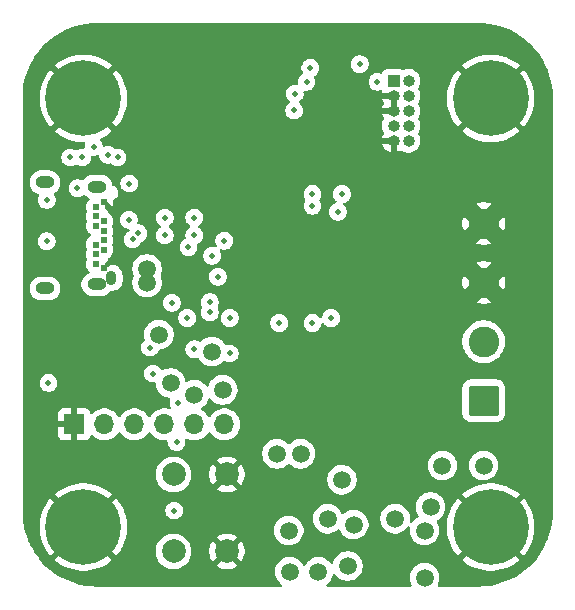
<source format=gbr>
%TF.GenerationSoftware,KiCad,Pcbnew,9.0.0*%
%TF.CreationDate,2025-08-18T10:04:00-07:00*%
%TF.ProjectId,USB_C_Simple_Trig,5553425f-435f-4536-996d-706c655f5472,rev?*%
%TF.SameCoordinates,Original*%
%TF.FileFunction,Copper,L4,Inr*%
%TF.FilePolarity,Positive*%
%FSLAX46Y46*%
G04 Gerber Fmt 4.6, Leading zero omitted, Abs format (unit mm)*
G04 Created by KiCad (PCBNEW 9.0.0) date 2025-08-18 10:04:00*
%MOMM*%
%LPD*%
G01*
G04 APERTURE LIST*
G04 Aperture macros list*
%AMRoundRect*
0 Rectangle with rounded corners*
0 $1 Rounding radius*
0 $2 $3 $4 $5 $6 $7 $8 $9 X,Y pos of 4 corners*
0 Add a 4 corners polygon primitive as box body*
4,1,4,$2,$3,$4,$5,$6,$7,$8,$9,$2,$3,0*
0 Add four circle primitives for the rounded corners*
1,1,$1+$1,$2,$3*
1,1,$1+$1,$4,$5*
1,1,$1+$1,$6,$7*
1,1,$1+$1,$8,$9*
0 Add four rect primitives between the rounded corners*
20,1,$1+$1,$2,$3,$4,$5,0*
20,1,$1+$1,$4,$5,$6,$7,0*
20,1,$1+$1,$6,$7,$8,$9,0*
20,1,$1+$1,$8,$9,$2,$3,0*%
G04 Aperture macros list end*
%TA.AperFunction,ComponentPad*%
%ADD10R,1.000000X1.000000*%
%TD*%
%TA.AperFunction,ComponentPad*%
%ADD11O,1.000000X1.000000*%
%TD*%
%TA.AperFunction,ComponentPad*%
%ADD12C,6.400000*%
%TD*%
%TA.AperFunction,ComponentPad*%
%ADD13C,2.000000*%
%TD*%
%TA.AperFunction,ComponentPad*%
%ADD14O,1.600200X1.016000*%
%TD*%
%TA.AperFunction,ComponentPad*%
%ADD15O,0.914400X1.193800*%
%TD*%
%TA.AperFunction,ComponentPad*%
%ADD16C,0.609600*%
%TD*%
%TA.AperFunction,ComponentPad*%
%ADD17RoundRect,0.250000X1.050000X-1.050000X1.050000X1.050000X-1.050000X1.050000X-1.050000X-1.050000X0*%
%TD*%
%TA.AperFunction,ComponentPad*%
%ADD18C,2.600000*%
%TD*%
%TA.AperFunction,ComponentPad*%
%ADD19R,1.700000X1.700000*%
%TD*%
%TA.AperFunction,ComponentPad*%
%ADD20O,1.700000X1.700000*%
%TD*%
%TA.AperFunction,ViaPad*%
%ADD21C,1.500000*%
%TD*%
%TA.AperFunction,ViaPad*%
%ADD22C,0.500000*%
%TD*%
%TA.AperFunction,ViaPad*%
%ADD23C,0.900000*%
%TD*%
%TA.AperFunction,ViaPad*%
%ADD24C,0.700000*%
%TD*%
G04 APERTURE END LIST*
D10*
%TO.N,+3V3*%
%TO.C,J4*%
X149375000Y-87920000D03*
D11*
%TO.N,/MCU/SWDIO*%
X150645000Y-87920000D03*
%TO.N,GND*%
X149375000Y-89190000D03*
%TO.N,/MCU/SWCLK*%
X150645000Y-89190000D03*
%TO.N,GND*%
X149375000Y-90460000D03*
%TO.N,unconnected-(J4-SWO{slash}TDO-Pad6)*%
X150645000Y-90460000D03*
%TO.N,unconnected-(J4-KEY-Pad7)*%
X149375000Y-91730000D03*
%TO.N,unconnected-(J4-NC{slash}TDI-Pad8)*%
X150645000Y-91730000D03*
%TO.N,GND*%
X149375000Y-93000000D03*
%TO.N,/MCU/NRST*%
X150645000Y-93000000D03*
%TD*%
D12*
%TO.N,GND*%
%TO.C,H4*%
X123100000Y-125700000D03*
%TD*%
D13*
%TO.N,GND*%
%TO.C,SW1*%
X135250000Y-121250000D03*
X135250000Y-127750000D03*
%TO.N,/MCU/NRST*%
X130750000Y-121250000D03*
X130750000Y-127750000D03*
%TD*%
D14*
%TO.N,N/C*%
%TO.C,J1*%
X124247400Y-96876201D03*
X119847400Y-96516199D03*
X124247400Y-105136199D03*
X119847400Y-105496201D03*
D15*
X125487400Y-104606200D03*
D16*
%TO.N,GND*%
X124837400Y-103806393D03*
%TO.N,unconnected-(J1-TX2+-PadB2)*%
X124137400Y-103406267D03*
%TO.N,unconnected-(J1-TX2--PadB3)*%
X124137400Y-102606141D03*
%TO.N,VBUS*%
X124837400Y-102206015D03*
%TO.N,/USB_C_IC/CC2*%
X124137400Y-101781389D03*
%TO.N,/USB_C_IC/data_+*%
X124837400Y-101418763D03*
%TO.N,/USB_C_IC/data_-*%
X124837400Y-100618637D03*
%TO.N,unconnected-(J1-SBU2-PadB8)*%
X124137400Y-100181011D03*
%TO.N,VBUS*%
X124837400Y-99806385D03*
%TO.N,unconnected-(J1-RX1--PadB10)*%
X124137400Y-99406259D03*
%TO.N,unconnected-(J1-RX1+-PadB11)*%
X124137400Y-98606133D03*
%TO.N,GND*%
X124837400Y-98206007D03*
%TD*%
D12*
%TO.N,GND*%
%TO.C,H3*%
X123100000Y-89400000D03*
%TD*%
D17*
%TO.N,VOUT*%
%TO.C,J2*%
X157000000Y-115000000D03*
D18*
X157000000Y-110000000D03*
%TO.N,GND*%
X157000000Y-105000000D03*
X157000000Y-100000000D03*
%TD*%
D19*
%TO.N,GND*%
%TO.C,J3*%
X122340000Y-117000000D03*
D20*
%TO.N,unconnected-(J3-Pin_2-Pad2)*%
X124880000Y-117000000D03*
%TO.N,unconnected-(J3-Pin_3-Pad3)*%
X127420000Y-117000000D03*
%TO.N,/MCU/UART_RX*%
X129960000Y-117000000D03*
%TO.N,/MCU/UART_TX*%
X132500000Y-117000000D03*
%TO.N,unconnected-(J3-Pin_6-Pad6)*%
X135040000Y-117000000D03*
%TD*%
D12*
%TO.N,GND*%
%TO.C,H1*%
X157600000Y-89400000D03*
%TD*%
%TO.N,GND*%
%TO.C,H2*%
X157600000Y-125700000D03*
%TD*%
D21*
%TO.N,VBUS*%
X134000000Y-110849000D03*
D22*
%TO.N,Net-(IC1-VOUT)*%
X135500000Y-111000000D03*
D21*
%TO.N,VBUS*%
X129500000Y-109400000D03*
%TO.N,Net-(IC1-VCC)*%
X130500000Y-113500000D03*
D22*
%TO.N,Net-(Q1-G)*%
X129000000Y-112708619D03*
D21*
%TO.N,Net-(IC1-VCC)*%
X146000000Y-125500000D03*
X143000000Y-129490674D03*
X145500000Y-129000000D03*
%TO.N,VOUT*%
X152000000Y-126000000D03*
X152000000Y-129991674D03*
X157000000Y-120500000D03*
X153500000Y-120500000D03*
X152500000Y-124000000D03*
%TO.N,Net-(Q1-D)*%
X140582114Y-129490674D03*
X145000000Y-121700000D03*
X149500000Y-125000000D03*
X141500000Y-119500000D03*
%TO.N,Net-(IC1-VCC)*%
X143800000Y-125000000D03*
X132500000Y-114500000D03*
D22*
%TO.N,/MCU/NRST*%
X120153000Y-113500000D03*
D21*
%TO.N,Net-(IC1-VCC)*%
X134912500Y-114087500D03*
D22*
%TO.N,GND*%
X126850000Y-98250000D03*
X125157898Y-103400000D03*
X150000000Y-107500000D03*
X126750000Y-97700000D03*
X126650000Y-105550000D03*
X141000000Y-99500000D03*
X123103000Y-104024270D03*
X151000000Y-105500000D03*
X127000000Y-104200000D03*
X136900000Y-93500000D03*
D21*
X144000000Y-119000000D03*
D22*
X123103000Y-103200000D03*
X126729529Y-103794375D03*
X120753000Y-111500000D03*
X137500000Y-109000000D03*
X137750000Y-105925000D03*
D23*
X127400000Y-97750000D03*
D22*
X123150000Y-97950000D03*
D21*
X142500000Y-114500000D03*
D22*
X128000000Y-92500000D03*
X125400000Y-106200000D03*
D24*
X131637500Y-87350000D03*
D23*
X127900000Y-98400000D03*
D22*
X141000000Y-106000000D03*
X126317576Y-97399866D03*
X123150000Y-98950000D03*
X149500000Y-97500000D03*
X126900000Y-104750000D03*
X135000000Y-100500000D03*
D21*
%TO.N,VBUS*%
X128500000Y-105000000D03*
X128500000Y-103850000D03*
D22*
X126946902Y-99679011D03*
%TO.N,+5V*%
X132500000Y-99500000D03*
X132500000Y-101000000D03*
X142500000Y-98500000D03*
X134500000Y-104500000D03*
X144654000Y-99000000D03*
X134000000Y-102725000D03*
%TO.N,+3V3*%
X142500000Y-97500000D03*
X142000000Y-88000000D03*
X145000000Y-97500000D03*
X148000000Y-88000000D03*
X146500000Y-86500000D03*
X141000000Y-89000000D03*
%TO.N,/MCU/STATUS_LED*%
X123000000Y-94400000D03*
X122602000Y-97000000D03*
%TO.N,Net-(IC1-LED)*%
X135500000Y-108000000D03*
X139689468Y-108423000D03*
X128750000Y-110500000D03*
X131900000Y-108000000D03*
%TO.N,Net-(IC1-VOUT)*%
X133825735Y-107522794D03*
%TO.N,/MCU/NRST*%
X142325735Y-86825735D03*
X130800000Y-124300000D03*
X140943236Y-90423265D03*
%TO.N,/MCU/I2C_SCL*%
X142500000Y-108423000D03*
X144077000Y-108000000D03*
%TO.N,Net-(Q1-G)*%
X130587500Y-106715442D03*
X131000000Y-118500000D03*
X131161000Y-115199000D03*
%TO.N,Net-(IC1-VCC)*%
X133825735Y-106674265D03*
X132500000Y-110650000D03*
%TO.N,/USB_C_IC/CC2*%
X125185202Y-94185201D03*
X126000000Y-94400000D03*
X122000000Y-94400000D03*
X130000000Y-101000000D03*
X132000000Y-102000000D03*
X135043015Y-101456985D03*
X120000000Y-98000000D03*
X124000000Y-93500000D03*
X127000000Y-96617201D03*
X130000000Y-99500000D03*
X120000000Y-101500000D03*
%TO.N,/USB_C_IC/data_-*%
X127774626Y-100833011D03*
%TO.N,/USB_C_IC/data_+*%
X127269003Y-101343698D03*
D21*
%TO.N,Net-(Q1-D)*%
X140500000Y-126000000D03*
X139500000Y-119500000D03*
%TD*%
%TA.AperFunction,Conductor*%
%TO.N,GND*%
G36*
X156552324Y-83000587D02*
G01*
X156585205Y-83001817D01*
X157016140Y-83017942D01*
X157025356Y-83018632D01*
X157484289Y-83070341D01*
X157493442Y-83071721D01*
X157947224Y-83157581D01*
X157956227Y-83159635D01*
X158402325Y-83279167D01*
X158411182Y-83281899D01*
X158847088Y-83434429D01*
X158855720Y-83437817D01*
X159279008Y-83622496D01*
X159287362Y-83626520D01*
X159695640Y-83842301D01*
X159703671Y-83846937D01*
X160094707Y-84092641D01*
X160102369Y-84097865D01*
X160473949Y-84372104D01*
X160481187Y-84377876D01*
X160831233Y-84679115D01*
X160838030Y-84685422D01*
X161164577Y-85011969D01*
X161170884Y-85018766D01*
X161472118Y-85368806D01*
X161477900Y-85376056D01*
X161752134Y-85747630D01*
X161757358Y-85755292D01*
X162003062Y-86146328D01*
X162007698Y-86154359D01*
X162223479Y-86562637D01*
X162227503Y-86570991D01*
X162412182Y-86994279D01*
X162415570Y-87002911D01*
X162568100Y-87438817D01*
X162570833Y-87447678D01*
X162690358Y-87893750D01*
X162692421Y-87902791D01*
X162778277Y-88356550D01*
X162779659Y-88365719D01*
X162831365Y-88824625D01*
X162832058Y-88833873D01*
X162849412Y-89297673D01*
X162849499Y-89302309D01*
X162849499Y-124439391D01*
X162849412Y-124444027D01*
X162832060Y-124907803D01*
X162831367Y-124917050D01*
X162779662Y-125375957D01*
X162778280Y-125385127D01*
X162692426Y-125838887D01*
X162690363Y-125847927D01*
X162570838Y-126294007D01*
X162568105Y-126302868D01*
X162415577Y-126738772D01*
X162412189Y-126747404D01*
X162227514Y-127170687D01*
X162223490Y-127179042D01*
X162007706Y-127587327D01*
X162003070Y-127595358D01*
X161757367Y-127986394D01*
X161752143Y-127994056D01*
X161477909Y-128365631D01*
X161472128Y-128372880D01*
X161170893Y-128722924D01*
X161164585Y-128729722D01*
X160838039Y-129056269D01*
X160831242Y-129062576D01*
X160481201Y-129363812D01*
X160473951Y-129369594D01*
X160102376Y-129643829D01*
X160094714Y-129649053D01*
X159703678Y-129894758D01*
X159695647Y-129899394D01*
X159287368Y-130115176D01*
X159279014Y-130119200D01*
X158855714Y-130303885D01*
X158847082Y-130307272D01*
X158411203Y-130459794D01*
X158402341Y-130462528D01*
X157956247Y-130582058D01*
X157947207Y-130584121D01*
X157493452Y-130669976D01*
X157484283Y-130671358D01*
X157025373Y-130723065D01*
X157016126Y-130723758D01*
X156553020Y-130741087D01*
X156548383Y-130741174D01*
X153223930Y-130741174D01*
X153156891Y-130721489D01*
X153111136Y-130668685D01*
X153101192Y-130599527D01*
X153113445Y-130560879D01*
X153158882Y-130471703D01*
X153158882Y-130471702D01*
X153158884Y-130471699D01*
X153219709Y-130284500D01*
X153229971Y-130219709D01*
X153250500Y-130090096D01*
X153250500Y-129893251D01*
X153219709Y-129698847D01*
X153184048Y-129589096D01*
X153158884Y-129511649D01*
X153158882Y-129511646D01*
X153158882Y-129511644D01*
X153086504Y-129369594D01*
X153069524Y-129336269D01*
X152953828Y-129177028D01*
X152814646Y-129037846D01*
X152655405Y-128922150D01*
X152601172Y-128894517D01*
X152480029Y-128832791D01*
X152292826Y-128771964D01*
X152098422Y-128741174D01*
X152098417Y-128741174D01*
X151901583Y-128741174D01*
X151901578Y-128741174D01*
X151707173Y-128771964D01*
X151519970Y-128832791D01*
X151344594Y-128922150D01*
X151292986Y-128959646D01*
X151185354Y-129037846D01*
X151185352Y-129037848D01*
X151185351Y-129037848D01*
X151046174Y-129177025D01*
X151046174Y-129177026D01*
X151046172Y-129177028D01*
X151019635Y-129213553D01*
X150930476Y-129336268D01*
X150841117Y-129511644D01*
X150780290Y-129698847D01*
X150749500Y-129893251D01*
X150749500Y-130090096D01*
X150780290Y-130284500D01*
X150841117Y-130471703D01*
X150886555Y-130560879D01*
X150899451Y-130629549D01*
X150873174Y-130694289D01*
X150816068Y-130734546D01*
X150776070Y-130741174D01*
X143787945Y-130741174D01*
X143720906Y-130721489D01*
X143675151Y-130668685D01*
X143665207Y-130599527D01*
X143694232Y-130535971D01*
X143715055Y-130516858D01*
X143814646Y-130444502D01*
X143953828Y-130305320D01*
X144069524Y-130146079D01*
X144158884Y-129970699D01*
X144219709Y-129783500D01*
X144227258Y-129735830D01*
X144257186Y-129672700D01*
X144316497Y-129635768D01*
X144386359Y-129636764D01*
X144444593Y-129675373D01*
X144450049Y-129682345D01*
X144546172Y-129814646D01*
X144685354Y-129953828D01*
X144844595Y-130069524D01*
X144927455Y-130111743D01*
X145019970Y-130158882D01*
X145019972Y-130158882D01*
X145019975Y-130158884D01*
X145120317Y-130191487D01*
X145207173Y-130219709D01*
X145401578Y-130250500D01*
X145401583Y-130250500D01*
X145598422Y-130250500D01*
X145792826Y-130219709D01*
X145980025Y-130158884D01*
X146155405Y-130069524D01*
X146314646Y-129953828D01*
X146453828Y-129814646D01*
X146569524Y-129655405D01*
X146658884Y-129480025D01*
X146719709Y-129292826D01*
X146726492Y-129250000D01*
X146750500Y-129098422D01*
X146750500Y-128901577D01*
X146719709Y-128707173D01*
X146664366Y-128536848D01*
X146658884Y-128519975D01*
X146658881Y-128519971D01*
X146658881Y-128519968D01*
X146646567Y-128495801D01*
X146646566Y-128495799D01*
X146569525Y-128344596D01*
X146552144Y-128320674D01*
X146453828Y-128185354D01*
X146314646Y-128046172D01*
X146155405Y-127930476D01*
X146108840Y-127906750D01*
X145980029Y-127841117D01*
X145792826Y-127780290D01*
X145598422Y-127749500D01*
X145598417Y-127749500D01*
X145401583Y-127749500D01*
X145401578Y-127749500D01*
X145207173Y-127780290D01*
X145019970Y-127841117D01*
X144844594Y-127930476D01*
X144757095Y-127994049D01*
X144685354Y-128046172D01*
X144685352Y-128046174D01*
X144685351Y-128046174D01*
X144546174Y-128185351D01*
X144546174Y-128185352D01*
X144546172Y-128185354D01*
X144542717Y-128190110D01*
X144430476Y-128344594D01*
X144341117Y-128519970D01*
X144280291Y-128707172D01*
X144272741Y-128754841D01*
X144242811Y-128817975D01*
X144183500Y-128854906D01*
X144113637Y-128853908D01*
X144055405Y-128815298D01*
X144049950Y-128808328D01*
X143953828Y-128676028D01*
X143814646Y-128536846D01*
X143655405Y-128421150D01*
X143480029Y-128331791D01*
X143292826Y-128270964D01*
X143098422Y-128240174D01*
X143098417Y-128240174D01*
X142901583Y-128240174D01*
X142901578Y-128240174D01*
X142707173Y-128270964D01*
X142519970Y-128331791D01*
X142344594Y-128421150D01*
X142253741Y-128487159D01*
X142185354Y-128536846D01*
X142185352Y-128536848D01*
X142185351Y-128536848D01*
X142046174Y-128676025D01*
X142046174Y-128676026D01*
X142046172Y-128676028D01*
X142007163Y-128729719D01*
X141930476Y-128835268D01*
X141901542Y-128892055D01*
X141853567Y-128942851D01*
X141785746Y-128959646D01*
X141719611Y-128937108D01*
X141680572Y-128892055D01*
X141661135Y-128853908D01*
X141651638Y-128835269D01*
X141535942Y-128676028D01*
X141396760Y-128536846D01*
X141237519Y-128421150D01*
X141062143Y-128331791D01*
X140874940Y-128270964D01*
X140680536Y-128240174D01*
X140680531Y-128240174D01*
X140483697Y-128240174D01*
X140483692Y-128240174D01*
X140289287Y-128270964D01*
X140102084Y-128331791D01*
X139926708Y-128421150D01*
X139835855Y-128487159D01*
X139767468Y-128536846D01*
X139767466Y-128536848D01*
X139767465Y-128536848D01*
X139628288Y-128676025D01*
X139628288Y-128676026D01*
X139628286Y-128676028D01*
X139589277Y-128729719D01*
X139512590Y-128835268D01*
X139423231Y-129010644D01*
X139362404Y-129197847D01*
X139331614Y-129392251D01*
X139331614Y-129589096D01*
X139362404Y-129783500D01*
X139423231Y-129970703D01*
X139504285Y-130129779D01*
X139512590Y-130146079D01*
X139628286Y-130305320D01*
X139767468Y-130444502D01*
X139867056Y-130516857D01*
X139909720Y-130572186D01*
X139915699Y-130641800D01*
X139883093Y-130703595D01*
X139822254Y-130737952D01*
X139794169Y-130741174D01*
X124260635Y-130741174D01*
X124255999Y-130741087D01*
X123792196Y-130723734D01*
X123782949Y-130723041D01*
X123324043Y-130671336D01*
X123314873Y-130669954D01*
X122861114Y-130584100D01*
X122852076Y-130582037D01*
X122608814Y-130516856D01*
X122405995Y-130462511D01*
X122397135Y-130459778D01*
X121961236Y-130307253D01*
X121952603Y-130303865D01*
X121529312Y-130119184D01*
X121520958Y-130115161D01*
X121112671Y-129899376D01*
X121104648Y-129894744D01*
X120713612Y-129649040D01*
X120705950Y-129643816D01*
X120461667Y-129463528D01*
X120334379Y-129369584D01*
X120327133Y-129363807D01*
X120295133Y-129336269D01*
X119977077Y-129062560D01*
X119970280Y-129056252D01*
X119643747Y-128729719D01*
X119637439Y-128722921D01*
X119463146Y-128520388D01*
X119463146Y-128520387D01*
X119336193Y-128372866D01*
X119330411Y-128365616D01*
X119314896Y-128344594D01*
X119056183Y-127994049D01*
X119050959Y-127986387D01*
X118805255Y-127595351D01*
X118800627Y-127587336D01*
X118584830Y-127179025D01*
X118580815Y-127170687D01*
X118454379Y-126880894D01*
X118396127Y-126747380D01*
X118392750Y-126738772D01*
X118240219Y-126302859D01*
X118237489Y-126294007D01*
X118117957Y-125847904D01*
X118115902Y-125838901D01*
X118055229Y-125518234D01*
X119400000Y-125518234D01*
X119400000Y-125881765D01*
X119435632Y-126243556D01*
X119506550Y-126600090D01*
X119506553Y-126600101D01*
X119612086Y-126947997D01*
X119751207Y-127283864D01*
X119751209Y-127283869D01*
X119922570Y-127604462D01*
X119922581Y-127604480D01*
X120124551Y-127906750D01*
X120311678Y-128134765D01*
X120311679Y-128134766D01*
X121805747Y-126640697D01*
X121879588Y-126742330D01*
X122057670Y-126920412D01*
X122159301Y-126994251D01*
X120665232Y-128488319D01*
X120665233Y-128488320D01*
X120893249Y-128675448D01*
X121195519Y-128877418D01*
X121195537Y-128877429D01*
X121516130Y-129048790D01*
X121516135Y-129048792D01*
X121852002Y-129187913D01*
X122199898Y-129293446D01*
X122199909Y-129293449D01*
X122556443Y-129364367D01*
X122918234Y-129400000D01*
X123281766Y-129400000D01*
X123643556Y-129364367D01*
X124000090Y-129293449D01*
X124000101Y-129293446D01*
X124347997Y-129187913D01*
X124683864Y-129048792D01*
X124683869Y-129048790D01*
X125004462Y-128877429D01*
X125004480Y-128877418D01*
X125306736Y-128675457D01*
X125306750Y-128675447D01*
X125534765Y-128488320D01*
X125534766Y-128488319D01*
X124040698Y-126994251D01*
X124142330Y-126920412D01*
X124320412Y-126742330D01*
X124394251Y-126640698D01*
X125888319Y-128134766D01*
X125888320Y-128134765D01*
X126075447Y-127906750D01*
X126075457Y-127906736D01*
X126259095Y-127631902D01*
X129249500Y-127631902D01*
X129249500Y-127868097D01*
X129286446Y-128101368D01*
X129359433Y-128325996D01*
X129442142Y-128488320D01*
X129466657Y-128536433D01*
X129605483Y-128727510D01*
X129772490Y-128894517D01*
X129963567Y-129033343D01*
X130020909Y-129062560D01*
X130174003Y-129140566D01*
X130174005Y-129140566D01*
X130174008Y-129140568D01*
X130286211Y-129177025D01*
X130398631Y-129213553D01*
X130631903Y-129250500D01*
X130631908Y-129250500D01*
X130868097Y-129250500D01*
X131101368Y-129213553D01*
X131102870Y-129213065D01*
X131325992Y-129140568D01*
X131536433Y-129033343D01*
X131727510Y-128894517D01*
X131894517Y-128727510D01*
X132033343Y-128536433D01*
X132140568Y-128325992D01*
X132213553Y-128101368D01*
X132222295Y-128046172D01*
X132250500Y-127868097D01*
X132250500Y-127631947D01*
X133750000Y-127631947D01*
X133750000Y-127868052D01*
X133786934Y-128101247D01*
X133859897Y-128325802D01*
X133967087Y-128536174D01*
X134027338Y-128619104D01*
X134027340Y-128619105D01*
X134726212Y-127920233D01*
X134737482Y-127962292D01*
X134809890Y-128087708D01*
X134912292Y-128190110D01*
X135037708Y-128262518D01*
X135079765Y-128273787D01*
X134380893Y-128972658D01*
X134463828Y-129032914D01*
X134674197Y-129140102D01*
X134898752Y-129213065D01*
X134898751Y-129213065D01*
X135131948Y-129250000D01*
X135368052Y-129250000D01*
X135601247Y-129213065D01*
X135825802Y-129140102D01*
X136036163Y-129032918D01*
X136036169Y-129032914D01*
X136119104Y-128972658D01*
X136119105Y-128972658D01*
X135420233Y-128273787D01*
X135462292Y-128262518D01*
X135587708Y-128190110D01*
X135690110Y-128087708D01*
X135762518Y-127962292D01*
X135773787Y-127920234D01*
X136472658Y-128619105D01*
X136472658Y-128619104D01*
X136532914Y-128536169D01*
X136532918Y-128536163D01*
X136640102Y-128325802D01*
X136713065Y-128101247D01*
X136750000Y-127868052D01*
X136750000Y-127631947D01*
X136713065Y-127398752D01*
X136640102Y-127174197D01*
X136532914Y-126963828D01*
X136472658Y-126880894D01*
X136472658Y-126880893D01*
X135773787Y-127579765D01*
X135762518Y-127537708D01*
X135690110Y-127412292D01*
X135587708Y-127309890D01*
X135462292Y-127237482D01*
X135420234Y-127226212D01*
X136119105Y-126527340D01*
X136119104Y-126527338D01*
X136036174Y-126467087D01*
X135825802Y-126359897D01*
X135601247Y-126286934D01*
X135601248Y-126286934D01*
X135368052Y-126250000D01*
X135131948Y-126250000D01*
X134898752Y-126286934D01*
X134674197Y-126359897D01*
X134463830Y-126467084D01*
X134380894Y-126527340D01*
X135079766Y-127226212D01*
X135037708Y-127237482D01*
X134912292Y-127309890D01*
X134809890Y-127412292D01*
X134737482Y-127537708D01*
X134726212Y-127579766D01*
X134027340Y-126880894D01*
X133967084Y-126963830D01*
X133859897Y-127174197D01*
X133786934Y-127398752D01*
X133750000Y-127631947D01*
X132250500Y-127631947D01*
X132250500Y-127631902D01*
X132213553Y-127398631D01*
X132176262Y-127283864D01*
X132140568Y-127174008D01*
X132140566Y-127174005D01*
X132140566Y-127174003D01*
X132033477Y-126963830D01*
X132033343Y-126963567D01*
X131894517Y-126772490D01*
X131727510Y-126605483D01*
X131536433Y-126466657D01*
X131511249Y-126453825D01*
X131325996Y-126359433D01*
X131101368Y-126286446D01*
X130868097Y-126249500D01*
X130868092Y-126249500D01*
X130631908Y-126249500D01*
X130631903Y-126249500D01*
X130398631Y-126286446D01*
X130174003Y-126359433D01*
X129963566Y-126466657D01*
X129880047Y-126527338D01*
X129772490Y-126605483D01*
X129772488Y-126605485D01*
X129772487Y-126605485D01*
X129605485Y-126772487D01*
X129605485Y-126772488D01*
X129605483Y-126772490D01*
X129545862Y-126854550D01*
X129466657Y-126963566D01*
X129359433Y-127174003D01*
X129286446Y-127398631D01*
X129249500Y-127631902D01*
X126259095Y-127631902D01*
X126277418Y-127604480D01*
X126277420Y-127604477D01*
X126296606Y-127568583D01*
X126296608Y-127568580D01*
X126448790Y-127283869D01*
X126448792Y-127283864D01*
X126587913Y-126947997D01*
X126693446Y-126600101D01*
X126693449Y-126600090D01*
X126764367Y-126243556D01*
X126798049Y-125901577D01*
X139249500Y-125901577D01*
X139249500Y-126098422D01*
X139280290Y-126292826D01*
X139341117Y-126480029D01*
X139430476Y-126655405D01*
X139546172Y-126814646D01*
X139685354Y-126953828D01*
X139844595Y-127069524D01*
X139927455Y-127111743D01*
X140019970Y-127158882D01*
X140019972Y-127158882D01*
X140019975Y-127158884D01*
X140069375Y-127174935D01*
X140207173Y-127219709D01*
X140401578Y-127250500D01*
X140401583Y-127250500D01*
X140598422Y-127250500D01*
X140792826Y-127219709D01*
X140980025Y-127158884D01*
X141155405Y-127069524D01*
X141314646Y-126953828D01*
X141453828Y-126814646D01*
X141569524Y-126655405D01*
X141658884Y-126480025D01*
X141719709Y-126292826D01*
X141720719Y-126286447D01*
X141750500Y-126098422D01*
X141750500Y-125901577D01*
X141719709Y-125707173D01*
X141684373Y-125598422D01*
X141658884Y-125519975D01*
X141658882Y-125519972D01*
X141658882Y-125519970D01*
X141611743Y-125427455D01*
X141569524Y-125344595D01*
X141453828Y-125185354D01*
X141314646Y-125046172D01*
X141155405Y-124930476D01*
X141129055Y-124917050D01*
X141098688Y-124901577D01*
X142549500Y-124901577D01*
X142549500Y-125098422D01*
X142580290Y-125292826D01*
X142641117Y-125480029D01*
X142701439Y-125598417D01*
X142730476Y-125655405D01*
X142846172Y-125814646D01*
X142985354Y-125953828D01*
X143144595Y-126069524D01*
X143201301Y-126098417D01*
X143319970Y-126158882D01*
X143319972Y-126158882D01*
X143319975Y-126158884D01*
X143420317Y-126191487D01*
X143507173Y-126219709D01*
X143701578Y-126250500D01*
X143701583Y-126250500D01*
X143898422Y-126250500D01*
X144092826Y-126219709D01*
X144280025Y-126158884D01*
X144455405Y-126069524D01*
X144614646Y-125953828D01*
X144636070Y-125932403D01*
X144697390Y-125898918D01*
X144767082Y-125903901D01*
X144823017Y-125945772D01*
X144838591Y-125975806D01*
X144839255Y-125975532D01*
X144841115Y-125980023D01*
X144841116Y-125980025D01*
X144930476Y-126155405D01*
X145046172Y-126314646D01*
X145185354Y-126453828D01*
X145344595Y-126569524D01*
X145404585Y-126600090D01*
X145519970Y-126658882D01*
X145519972Y-126658882D01*
X145519975Y-126658884D01*
X145620317Y-126691487D01*
X145707173Y-126719709D01*
X145901578Y-126750500D01*
X145901583Y-126750500D01*
X146098422Y-126750500D01*
X146292826Y-126719709D01*
X146480025Y-126658884D01*
X146655405Y-126569524D01*
X146814646Y-126453828D01*
X146953828Y-126314646D01*
X147069524Y-126155405D01*
X147158884Y-125980025D01*
X147219709Y-125792826D01*
X147234411Y-125700000D01*
X147250500Y-125598422D01*
X147250500Y-125401577D01*
X147219709Y-125207173D01*
X147184373Y-125098421D01*
X147158884Y-125019975D01*
X147158882Y-125019972D01*
X147158882Y-125019970D01*
X147124762Y-124953006D01*
X147098561Y-124901583D01*
X147098558Y-124901577D01*
X148249500Y-124901577D01*
X148249500Y-125098422D01*
X148280290Y-125292826D01*
X148341117Y-125480029D01*
X148401439Y-125598417D01*
X148430476Y-125655405D01*
X148546172Y-125814646D01*
X148685354Y-125953828D01*
X148844595Y-126069524D01*
X148901301Y-126098417D01*
X149019970Y-126158882D01*
X149019972Y-126158882D01*
X149019975Y-126158884D01*
X149120317Y-126191487D01*
X149207173Y-126219709D01*
X149401578Y-126250500D01*
X149401583Y-126250500D01*
X149598422Y-126250500D01*
X149792826Y-126219709D01*
X149980025Y-126158884D01*
X150155405Y-126069524D01*
X150314646Y-125953828D01*
X150453828Y-125814646D01*
X150545943Y-125687861D01*
X150601272Y-125645197D01*
X150670886Y-125639218D01*
X150732681Y-125671824D01*
X150767038Y-125732663D01*
X150768733Y-125780146D01*
X150749500Y-125901577D01*
X150749500Y-126098422D01*
X150780290Y-126292826D01*
X150841117Y-126480029D01*
X150930476Y-126655405D01*
X151046172Y-126814646D01*
X151185354Y-126953828D01*
X151344595Y-127069524D01*
X151427455Y-127111743D01*
X151519970Y-127158882D01*
X151519972Y-127158882D01*
X151519975Y-127158884D01*
X151569375Y-127174935D01*
X151707173Y-127219709D01*
X151901578Y-127250500D01*
X151901583Y-127250500D01*
X152098422Y-127250500D01*
X152292826Y-127219709D01*
X152480025Y-127158884D01*
X152655405Y-127069524D01*
X152814646Y-126953828D01*
X152953828Y-126814646D01*
X153069524Y-126655405D01*
X153158884Y-126480025D01*
X153219709Y-126292826D01*
X153220719Y-126286447D01*
X153250500Y-126098422D01*
X153250500Y-125901577D01*
X153219709Y-125707173D01*
X153199571Y-125645197D01*
X153158884Y-125519975D01*
X153157997Y-125518234D01*
X153900000Y-125518234D01*
X153900000Y-125881765D01*
X153935632Y-126243556D01*
X154006550Y-126600090D01*
X154006553Y-126600101D01*
X154112086Y-126947997D01*
X154251207Y-127283864D01*
X154251209Y-127283869D01*
X154422570Y-127604462D01*
X154422581Y-127604480D01*
X154624551Y-127906750D01*
X154811678Y-128134765D01*
X154811679Y-128134766D01*
X156305747Y-126640697D01*
X156379588Y-126742330D01*
X156557670Y-126920412D01*
X156659301Y-126994251D01*
X155165232Y-128488319D01*
X155165233Y-128488320D01*
X155393249Y-128675448D01*
X155695519Y-128877418D01*
X155695537Y-128877429D01*
X156016130Y-129048790D01*
X156016135Y-129048792D01*
X156352002Y-129187913D01*
X156699898Y-129293446D01*
X156699909Y-129293449D01*
X157056443Y-129364367D01*
X157418234Y-129400000D01*
X157781766Y-129400000D01*
X158143556Y-129364367D01*
X158500090Y-129293449D01*
X158500101Y-129293446D01*
X158847997Y-129187913D01*
X159183864Y-129048792D01*
X159183869Y-129048790D01*
X159504462Y-128877429D01*
X159504480Y-128877418D01*
X159806736Y-128675457D01*
X159806750Y-128675447D01*
X160034765Y-128488320D01*
X160034766Y-128488319D01*
X158540698Y-126994251D01*
X158642330Y-126920412D01*
X158820412Y-126742330D01*
X158894251Y-126640698D01*
X160388319Y-128134766D01*
X160388320Y-128134765D01*
X160575447Y-127906750D01*
X160575457Y-127906736D01*
X160777418Y-127604480D01*
X160777429Y-127604462D01*
X160948790Y-127283869D01*
X160948792Y-127283864D01*
X161087913Y-126947997D01*
X161193446Y-126600101D01*
X161193449Y-126600090D01*
X161264367Y-126243556D01*
X161300000Y-125881765D01*
X161300000Y-125518234D01*
X161264367Y-125156443D01*
X161193449Y-124799909D01*
X161193446Y-124799898D01*
X161087913Y-124452002D01*
X160948792Y-124116135D01*
X160948790Y-124116130D01*
X160777429Y-123795537D01*
X160777418Y-123795519D01*
X160575448Y-123493249D01*
X160388320Y-123265233D01*
X160388319Y-123265232D01*
X158894251Y-124759300D01*
X158820412Y-124657670D01*
X158642330Y-124479588D01*
X158540698Y-124405748D01*
X160034766Y-122911679D01*
X160034765Y-122911678D01*
X159806750Y-122724551D01*
X159504480Y-122522581D01*
X159504462Y-122522570D01*
X159183869Y-122351209D01*
X159183864Y-122351207D01*
X158847997Y-122212086D01*
X158500101Y-122106553D01*
X158500090Y-122106550D01*
X158143556Y-122035632D01*
X157781766Y-122000000D01*
X157418234Y-122000000D01*
X157056443Y-122035632D01*
X156699909Y-122106550D01*
X156699898Y-122106553D01*
X156352002Y-122212086D01*
X156016135Y-122351207D01*
X156016130Y-122351209D01*
X155695537Y-122522570D01*
X155695519Y-122522581D01*
X155393258Y-122724545D01*
X155393254Y-122724548D01*
X155165233Y-122911679D01*
X155165233Y-122911680D01*
X156659301Y-124405748D01*
X156557670Y-124479588D01*
X156379588Y-124657670D01*
X156305748Y-124759301D01*
X154811680Y-123265233D01*
X154811679Y-123265233D01*
X154624548Y-123493254D01*
X154624545Y-123493258D01*
X154422581Y-123795519D01*
X154422570Y-123795537D01*
X154251209Y-124116130D01*
X154251207Y-124116135D01*
X154112086Y-124452002D01*
X154006553Y-124799898D01*
X154006550Y-124799909D01*
X153935632Y-125156443D01*
X153900000Y-125518234D01*
X153157997Y-125518234D01*
X153069524Y-125344595D01*
X153069522Y-125344592D01*
X153069521Y-125344590D01*
X153032209Y-125293235D01*
X153008728Y-125227429D01*
X153024553Y-125159375D01*
X153074658Y-125110680D01*
X153076187Y-125109887D01*
X153155405Y-125069524D01*
X153314646Y-124953828D01*
X153453828Y-124814646D01*
X153569524Y-124655405D01*
X153658884Y-124480025D01*
X153719709Y-124292826D01*
X153721694Y-124280291D01*
X153750500Y-124098422D01*
X153750500Y-123901577D01*
X153719709Y-123707173D01*
X153658882Y-123519970D01*
X153569523Y-123344594D01*
X153453828Y-123185354D01*
X153314646Y-123046172D01*
X153155405Y-122930476D01*
X152980029Y-122841117D01*
X152792826Y-122780290D01*
X152598422Y-122749500D01*
X152598417Y-122749500D01*
X152401583Y-122749500D01*
X152401578Y-122749500D01*
X152207173Y-122780290D01*
X152019970Y-122841117D01*
X151844594Y-122930476D01*
X151817034Y-122950500D01*
X151685354Y-123046172D01*
X151685352Y-123046174D01*
X151685351Y-123046174D01*
X151546174Y-123185351D01*
X151546174Y-123185352D01*
X151546172Y-123185354D01*
X151496485Y-123253741D01*
X151430476Y-123344594D01*
X151341117Y-123519970D01*
X151280290Y-123707173D01*
X151249500Y-123901577D01*
X151249500Y-124098422D01*
X151280290Y-124292826D01*
X151341117Y-124480029D01*
X151402797Y-124601082D01*
X151430476Y-124655405D01*
X151464627Y-124702410D01*
X151467791Y-124706764D01*
X151491271Y-124772570D01*
X151475446Y-124840624D01*
X151425340Y-124889319D01*
X151423768Y-124890135D01*
X151344594Y-124930476D01*
X151296961Y-124965084D01*
X151185354Y-125046172D01*
X151185352Y-125046174D01*
X151185351Y-125046174D01*
X151046171Y-125185354D01*
X150954056Y-125312138D01*
X150898726Y-125354803D01*
X150829112Y-125360781D01*
X150767318Y-125328174D01*
X150732961Y-125267335D01*
X150731266Y-125219856D01*
X150748687Y-125109864D01*
X150750500Y-125098421D01*
X150750500Y-124901577D01*
X150719709Y-124707173D01*
X150667397Y-124546175D01*
X150658884Y-124519975D01*
X150658882Y-124519972D01*
X150658882Y-124519970D01*
X150585411Y-124375776D01*
X150569524Y-124344595D01*
X150453828Y-124185354D01*
X150314646Y-124046172D01*
X150155405Y-123930476D01*
X149980029Y-123841117D01*
X149792826Y-123780290D01*
X149598422Y-123749500D01*
X149598417Y-123749500D01*
X149401583Y-123749500D01*
X149401578Y-123749500D01*
X149207173Y-123780290D01*
X149019970Y-123841117D01*
X148844594Y-123930476D01*
X148753741Y-123996485D01*
X148685354Y-124046172D01*
X148685352Y-124046174D01*
X148685351Y-124046174D01*
X148546174Y-124185351D01*
X148546174Y-124185352D01*
X148546172Y-124185354D01*
X148516581Y-124226082D01*
X148430476Y-124344594D01*
X148341117Y-124519970D01*
X148280290Y-124707173D01*
X148249500Y-124901577D01*
X147098558Y-124901577D01*
X147069524Y-124844595D01*
X146953828Y-124685354D01*
X146814646Y-124546172D01*
X146655405Y-124430476D01*
X146480029Y-124341117D01*
X146292826Y-124280290D01*
X146098422Y-124249500D01*
X146098417Y-124249500D01*
X145901583Y-124249500D01*
X145901578Y-124249500D01*
X145707173Y-124280290D01*
X145519970Y-124341117D01*
X145344594Y-124430476D01*
X145253741Y-124496485D01*
X145185354Y-124546172D01*
X145185352Y-124546174D01*
X145185350Y-124546175D01*
X145163927Y-124567598D01*
X145102604Y-124601082D01*
X145032912Y-124596096D01*
X144976979Y-124554223D01*
X144961411Y-124524192D01*
X144960745Y-124524468D01*
X144958884Y-124519976D01*
X144958884Y-124519975D01*
X144869524Y-124344595D01*
X144753828Y-124185354D01*
X144614646Y-124046172D01*
X144455405Y-123930476D01*
X144280029Y-123841117D01*
X144092826Y-123780290D01*
X143898422Y-123749500D01*
X143898417Y-123749500D01*
X143701583Y-123749500D01*
X143701578Y-123749500D01*
X143507173Y-123780290D01*
X143319970Y-123841117D01*
X143144594Y-123930476D01*
X143053741Y-123996485D01*
X142985354Y-124046172D01*
X142985352Y-124046174D01*
X142985351Y-124046174D01*
X142846174Y-124185351D01*
X142846174Y-124185352D01*
X142846172Y-124185354D01*
X142816581Y-124226082D01*
X142730476Y-124344594D01*
X142641117Y-124519970D01*
X142580290Y-124707173D01*
X142549500Y-124901577D01*
X141098688Y-124901577D01*
X140980029Y-124841117D01*
X140792826Y-124780290D01*
X140598422Y-124749500D01*
X140598417Y-124749500D01*
X140401583Y-124749500D01*
X140401578Y-124749500D01*
X140207173Y-124780290D01*
X140019970Y-124841117D01*
X139844594Y-124930476D01*
X139796961Y-124965084D01*
X139685354Y-125046172D01*
X139685352Y-125046174D01*
X139685351Y-125046174D01*
X139546174Y-125185351D01*
X139546174Y-125185352D01*
X139546172Y-125185354D01*
X139530319Y-125207174D01*
X139430476Y-125344594D01*
X139341117Y-125519970D01*
X139280290Y-125707173D01*
X139249500Y-125901577D01*
X126798049Y-125901577D01*
X126799725Y-125884557D01*
X126799725Y-125884555D01*
X126800000Y-125881763D01*
X126800000Y-125518234D01*
X126764367Y-125156443D01*
X126693449Y-124799909D01*
X126693446Y-124799898D01*
X126587913Y-124452002D01*
X126555570Y-124373920D01*
X130049499Y-124373920D01*
X130078340Y-124518907D01*
X130078343Y-124518917D01*
X130134912Y-124655488D01*
X130134919Y-124655501D01*
X130217048Y-124778415D01*
X130217051Y-124778419D01*
X130321580Y-124882948D01*
X130321584Y-124882951D01*
X130444498Y-124965080D01*
X130444511Y-124965087D01*
X130521627Y-124997029D01*
X130581087Y-125021658D01*
X130581091Y-125021658D01*
X130581092Y-125021659D01*
X130726079Y-125050500D01*
X130726082Y-125050500D01*
X130873920Y-125050500D01*
X130971462Y-125031096D01*
X131018913Y-125021658D01*
X131155495Y-124965084D01*
X131278416Y-124882951D01*
X131382951Y-124778416D01*
X131465084Y-124655495D01*
X131521658Y-124518913D01*
X131537476Y-124439391D01*
X131550500Y-124373920D01*
X131550500Y-124226079D01*
X131521659Y-124081092D01*
X131521658Y-124081091D01*
X131521658Y-124081087D01*
X131507196Y-124046172D01*
X131465087Y-123944511D01*
X131465080Y-123944498D01*
X131382951Y-123821584D01*
X131382948Y-123821580D01*
X131278419Y-123717051D01*
X131278415Y-123717048D01*
X131155501Y-123634919D01*
X131155488Y-123634912D01*
X131018917Y-123578343D01*
X131018907Y-123578340D01*
X130873920Y-123549500D01*
X130873918Y-123549500D01*
X130726082Y-123549500D01*
X130726080Y-123549500D01*
X130581092Y-123578340D01*
X130581082Y-123578343D01*
X130444511Y-123634912D01*
X130444498Y-123634919D01*
X130321584Y-123717048D01*
X130321580Y-123717051D01*
X130217051Y-123821580D01*
X130217048Y-123821584D01*
X130134919Y-123944498D01*
X130134912Y-123944511D01*
X130078343Y-124081082D01*
X130078340Y-124081092D01*
X130049500Y-124226079D01*
X130049500Y-124226082D01*
X130049500Y-124373918D01*
X130049500Y-124373920D01*
X130049499Y-124373920D01*
X126555570Y-124373920D01*
X126511466Y-124267443D01*
X126448792Y-124116135D01*
X126448790Y-124116130D01*
X126277429Y-123795537D01*
X126277418Y-123795519D01*
X126075448Y-123493249D01*
X125888320Y-123265233D01*
X125888319Y-123265232D01*
X124394251Y-124759300D01*
X124320412Y-124657670D01*
X124142330Y-124479588D01*
X124040698Y-124405748D01*
X125534766Y-122911679D01*
X125534765Y-122911678D01*
X125306750Y-122724551D01*
X125004480Y-122522581D01*
X125004462Y-122522570D01*
X124683869Y-122351209D01*
X124683864Y-122351207D01*
X124347997Y-122212086D01*
X124000101Y-122106553D01*
X124000090Y-122106550D01*
X123643556Y-122035632D01*
X123281766Y-122000000D01*
X122918234Y-122000000D01*
X122556443Y-122035632D01*
X122199909Y-122106550D01*
X122199898Y-122106553D01*
X121852002Y-122212086D01*
X121516135Y-122351207D01*
X121516130Y-122351209D01*
X121195537Y-122522570D01*
X121195519Y-122522581D01*
X120893258Y-122724545D01*
X120893254Y-122724548D01*
X120665233Y-122911679D01*
X120665233Y-122911680D01*
X122159301Y-124405748D01*
X122057670Y-124479588D01*
X121879588Y-124657670D01*
X121805748Y-124759301D01*
X120311680Y-123265233D01*
X120311679Y-123265233D01*
X120124548Y-123493254D01*
X120124545Y-123493258D01*
X119922581Y-123795519D01*
X119922570Y-123795537D01*
X119751209Y-124116130D01*
X119751207Y-124116135D01*
X119612086Y-124452002D01*
X119506553Y-124799898D01*
X119506550Y-124799909D01*
X119435632Y-125156443D01*
X119400000Y-125518234D01*
X118055229Y-125518234D01*
X118030044Y-125385124D01*
X118028663Y-125375956D01*
X118025130Y-125344595D01*
X117976956Y-124917036D01*
X117976266Y-124907817D01*
X117958913Y-124444001D01*
X117958826Y-124439365D01*
X117958826Y-121131902D01*
X129249500Y-121131902D01*
X129249500Y-121368097D01*
X129286446Y-121601368D01*
X129359433Y-121825996D01*
X129444438Y-121992826D01*
X129466657Y-122036433D01*
X129605483Y-122227510D01*
X129772490Y-122394517D01*
X129963567Y-122533343D01*
X130062991Y-122584002D01*
X130174003Y-122640566D01*
X130174005Y-122640566D01*
X130174008Y-122640568D01*
X130294412Y-122679689D01*
X130398631Y-122713553D01*
X130631903Y-122750500D01*
X130631908Y-122750500D01*
X130868097Y-122750500D01*
X131101368Y-122713553D01*
X131102870Y-122713065D01*
X131325992Y-122640568D01*
X131536433Y-122533343D01*
X131727510Y-122394517D01*
X131894517Y-122227510D01*
X132033343Y-122036433D01*
X132140568Y-121825992D01*
X132213553Y-121601368D01*
X132218597Y-121569523D01*
X132250500Y-121368097D01*
X132250500Y-121131947D01*
X133750000Y-121131947D01*
X133750000Y-121368052D01*
X133786934Y-121601247D01*
X133859897Y-121825802D01*
X133967087Y-122036174D01*
X134027338Y-122119104D01*
X134027340Y-122119105D01*
X134726212Y-121420233D01*
X134737482Y-121462292D01*
X134809890Y-121587708D01*
X134912292Y-121690110D01*
X135037708Y-121762518D01*
X135079765Y-121773787D01*
X134380893Y-122472658D01*
X134463828Y-122532914D01*
X134674197Y-122640102D01*
X134898752Y-122713065D01*
X134898751Y-122713065D01*
X135131948Y-122750000D01*
X135368052Y-122750000D01*
X135601247Y-122713065D01*
X135825802Y-122640102D01*
X136036163Y-122532918D01*
X136036169Y-122532914D01*
X136119104Y-122472658D01*
X136119105Y-122472658D01*
X135420233Y-121773787D01*
X135462292Y-121762518D01*
X135587708Y-121690110D01*
X135690110Y-121587708D01*
X135762518Y-121462292D01*
X135773787Y-121420234D01*
X136472658Y-122119105D01*
X136472658Y-122119104D01*
X136532914Y-122036169D01*
X136532918Y-122036163D01*
X136640102Y-121825802D01*
X136712958Y-121601577D01*
X143749500Y-121601577D01*
X143749500Y-121798422D01*
X143780290Y-121992826D01*
X143841117Y-122180029D01*
X143921464Y-122337718D01*
X143930476Y-122355405D01*
X144046172Y-122514646D01*
X144185354Y-122653828D01*
X144344595Y-122769524D01*
X144365725Y-122780290D01*
X144519970Y-122858882D01*
X144519972Y-122858882D01*
X144519975Y-122858884D01*
X144620317Y-122891487D01*
X144707173Y-122919709D01*
X144901578Y-122950500D01*
X144901583Y-122950500D01*
X145098422Y-122950500D01*
X145292826Y-122919709D01*
X145480025Y-122858884D01*
X145655405Y-122769524D01*
X145814646Y-122653828D01*
X145953828Y-122514646D01*
X146069524Y-122355405D01*
X146158884Y-122180025D01*
X146219709Y-121992826D01*
X146250500Y-121798422D01*
X146250500Y-121601577D01*
X146219709Y-121407173D01*
X146158882Y-121219970D01*
X146069523Y-121044594D01*
X146064520Y-121037708D01*
X145953828Y-120885354D01*
X145814646Y-120746172D01*
X145655405Y-120630476D01*
X145480029Y-120541117D01*
X145438453Y-120527608D01*
X145374928Y-120506967D01*
X145292826Y-120480290D01*
X145098422Y-120449500D01*
X145098417Y-120449500D01*
X144901583Y-120449500D01*
X144901578Y-120449500D01*
X144707173Y-120480290D01*
X144519970Y-120541117D01*
X144344594Y-120630476D01*
X144253741Y-120696485D01*
X144185354Y-120746172D01*
X144185352Y-120746174D01*
X144185351Y-120746174D01*
X144046174Y-120885351D01*
X144046174Y-120885352D01*
X144046172Y-120885354D01*
X143996485Y-120953741D01*
X143930476Y-121044594D01*
X143841117Y-121219970D01*
X143780290Y-121407173D01*
X143749500Y-121601577D01*
X136712958Y-121601577D01*
X136713065Y-121601249D01*
X136716857Y-121577311D01*
X136716857Y-121577309D01*
X136750000Y-121368053D01*
X136750000Y-121131947D01*
X136713065Y-120898752D01*
X136640102Y-120674197D01*
X136532914Y-120463828D01*
X136472658Y-120380894D01*
X136472658Y-120380893D01*
X135773787Y-121079765D01*
X135762518Y-121037708D01*
X135690110Y-120912292D01*
X135587708Y-120809890D01*
X135462292Y-120737482D01*
X135420234Y-120726212D01*
X136119105Y-120027340D01*
X136119104Y-120027338D01*
X136036174Y-119967087D01*
X135825802Y-119859897D01*
X135601247Y-119786934D01*
X135601248Y-119786934D01*
X135368052Y-119750000D01*
X135131948Y-119750000D01*
X134898752Y-119786934D01*
X134674197Y-119859897D01*
X134463830Y-119967084D01*
X134380894Y-120027340D01*
X135079766Y-120726212D01*
X135037708Y-120737482D01*
X134912292Y-120809890D01*
X134809890Y-120912292D01*
X134737482Y-121037708D01*
X134726212Y-121079766D01*
X134027340Y-120380894D01*
X133967084Y-120463830D01*
X133859897Y-120674197D01*
X133786934Y-120898752D01*
X133750000Y-121131947D01*
X132250500Y-121131947D01*
X132250500Y-121131902D01*
X132213553Y-120898631D01*
X132164016Y-120746174D01*
X132140568Y-120674008D01*
X132140566Y-120674005D01*
X132140566Y-120674003D01*
X132041864Y-120480291D01*
X132033343Y-120463567D01*
X131894517Y-120272490D01*
X131727510Y-120105483D01*
X131536433Y-119966657D01*
X131325996Y-119859433D01*
X131101368Y-119786446D01*
X130868097Y-119749500D01*
X130868092Y-119749500D01*
X130631908Y-119749500D01*
X130631903Y-119749500D01*
X130398631Y-119786446D01*
X130174003Y-119859433D01*
X129963566Y-119966657D01*
X129890188Y-120019970D01*
X129772490Y-120105483D01*
X129772488Y-120105485D01*
X129772487Y-120105485D01*
X129605485Y-120272487D01*
X129605485Y-120272488D01*
X129605483Y-120272490D01*
X129569025Y-120322670D01*
X129466657Y-120463566D01*
X129359433Y-120674003D01*
X129286446Y-120898631D01*
X129249500Y-121131902D01*
X117958826Y-121131902D01*
X117958826Y-119401577D01*
X138249500Y-119401577D01*
X138249500Y-119598422D01*
X138280290Y-119792826D01*
X138341117Y-119980029D01*
X138430476Y-120155405D01*
X138546172Y-120314646D01*
X138685354Y-120453828D01*
X138844595Y-120569524D01*
X138901301Y-120598417D01*
X139019970Y-120658882D01*
X139019972Y-120658882D01*
X139019975Y-120658884D01*
X139120317Y-120691487D01*
X139207173Y-120719709D01*
X139401578Y-120750500D01*
X139401583Y-120750500D01*
X139598422Y-120750500D01*
X139792826Y-120719709D01*
X139980025Y-120658884D01*
X140155405Y-120569524D01*
X140314646Y-120453828D01*
X140412319Y-120356155D01*
X140473642Y-120322670D01*
X140543334Y-120327654D01*
X140587681Y-120356155D01*
X140685354Y-120453828D01*
X140844595Y-120569524D01*
X140901301Y-120598417D01*
X141019970Y-120658882D01*
X141019972Y-120658882D01*
X141019975Y-120658884D01*
X141120317Y-120691487D01*
X141207173Y-120719709D01*
X141401578Y-120750500D01*
X141401583Y-120750500D01*
X141598422Y-120750500D01*
X141792826Y-120719709D01*
X141980025Y-120658884D01*
X142155405Y-120569524D01*
X142314646Y-120453828D01*
X142366897Y-120401577D01*
X152249500Y-120401577D01*
X152249500Y-120598422D01*
X152280290Y-120792826D01*
X152341117Y-120980029D01*
X152430476Y-121155405D01*
X152546172Y-121314646D01*
X152685354Y-121453828D01*
X152844595Y-121569524D01*
X152906859Y-121601249D01*
X153019970Y-121658882D01*
X153019972Y-121658882D01*
X153019975Y-121658884D01*
X153116078Y-121690110D01*
X153207173Y-121719709D01*
X153401578Y-121750500D01*
X153401583Y-121750500D01*
X153598422Y-121750500D01*
X153792826Y-121719709D01*
X153980025Y-121658884D01*
X154155405Y-121569524D01*
X154314646Y-121453828D01*
X154453828Y-121314646D01*
X154569524Y-121155405D01*
X154658884Y-120980025D01*
X154719709Y-120792826D01*
X154728475Y-120737482D01*
X154750500Y-120598422D01*
X154750500Y-120401577D01*
X155749500Y-120401577D01*
X155749500Y-120598422D01*
X155780290Y-120792826D01*
X155841117Y-120980029D01*
X155930476Y-121155405D01*
X156046172Y-121314646D01*
X156185354Y-121453828D01*
X156344595Y-121569524D01*
X156406859Y-121601249D01*
X156519970Y-121658882D01*
X156519972Y-121658882D01*
X156519975Y-121658884D01*
X156616078Y-121690110D01*
X156707173Y-121719709D01*
X156901578Y-121750500D01*
X156901583Y-121750500D01*
X157098422Y-121750500D01*
X157292826Y-121719709D01*
X157480025Y-121658884D01*
X157655405Y-121569524D01*
X157814646Y-121453828D01*
X157953828Y-121314646D01*
X158069524Y-121155405D01*
X158158884Y-120980025D01*
X158219709Y-120792826D01*
X158228475Y-120737482D01*
X158250500Y-120598422D01*
X158250500Y-120401577D01*
X158219709Y-120207173D01*
X158158882Y-120019970D01*
X158111743Y-119927455D01*
X158069524Y-119844595D01*
X157953828Y-119685354D01*
X157814646Y-119546172D01*
X157655405Y-119430476D01*
X157480029Y-119341117D01*
X157292826Y-119280290D01*
X157098422Y-119249500D01*
X157098417Y-119249500D01*
X156901583Y-119249500D01*
X156901578Y-119249500D01*
X156707173Y-119280290D01*
X156519970Y-119341117D01*
X156344594Y-119430476D01*
X156253741Y-119496485D01*
X156185354Y-119546172D01*
X156185352Y-119546174D01*
X156185351Y-119546174D01*
X156046174Y-119685351D01*
X156046174Y-119685352D01*
X156046172Y-119685354D01*
X155999567Y-119749500D01*
X155930476Y-119844594D01*
X155841117Y-120019970D01*
X155780290Y-120207173D01*
X155749500Y-120401577D01*
X154750500Y-120401577D01*
X154719709Y-120207173D01*
X154658882Y-120019970D01*
X154611743Y-119927455D01*
X154569524Y-119844595D01*
X154453828Y-119685354D01*
X154314646Y-119546172D01*
X154155405Y-119430476D01*
X153980029Y-119341117D01*
X153792826Y-119280290D01*
X153598422Y-119249500D01*
X153598417Y-119249500D01*
X153401583Y-119249500D01*
X153401578Y-119249500D01*
X153207173Y-119280290D01*
X153019970Y-119341117D01*
X152844594Y-119430476D01*
X152753741Y-119496485D01*
X152685354Y-119546172D01*
X152685352Y-119546174D01*
X152685351Y-119546174D01*
X152546174Y-119685351D01*
X152546174Y-119685352D01*
X152546172Y-119685354D01*
X152499567Y-119749500D01*
X152430476Y-119844594D01*
X152341117Y-120019970D01*
X152280290Y-120207173D01*
X152249500Y-120401577D01*
X142366897Y-120401577D01*
X142453828Y-120314646D01*
X142569524Y-120155405D01*
X142658884Y-119980025D01*
X142719709Y-119792826D01*
X142720719Y-119786447D01*
X142750500Y-119598422D01*
X142750500Y-119401577D01*
X142719709Y-119207173D01*
X142658882Y-119019970D01*
X142611743Y-118927455D01*
X142569524Y-118844595D01*
X142453828Y-118685354D01*
X142314646Y-118546172D01*
X142155405Y-118430476D01*
X142091946Y-118398142D01*
X141980029Y-118341117D01*
X141792826Y-118280290D01*
X141598422Y-118249500D01*
X141598417Y-118249500D01*
X141401583Y-118249500D01*
X141401578Y-118249500D01*
X141207173Y-118280290D01*
X141019970Y-118341117D01*
X140844594Y-118430476D01*
X140797224Y-118464893D01*
X140685354Y-118546172D01*
X140685352Y-118546174D01*
X140685351Y-118546174D01*
X140587681Y-118643845D01*
X140526358Y-118677330D01*
X140456666Y-118672346D01*
X140412319Y-118643845D01*
X140314648Y-118546174D01*
X140314646Y-118546172D01*
X140155405Y-118430476D01*
X140091946Y-118398142D01*
X139980029Y-118341117D01*
X139792826Y-118280290D01*
X139598422Y-118249500D01*
X139598417Y-118249500D01*
X139401583Y-118249500D01*
X139401578Y-118249500D01*
X139207173Y-118280290D01*
X139019970Y-118341117D01*
X138844594Y-118430476D01*
X138797224Y-118464893D01*
X138685354Y-118546172D01*
X138685352Y-118546174D01*
X138685351Y-118546174D01*
X138546174Y-118685351D01*
X138546174Y-118685352D01*
X138546172Y-118685354D01*
X138521794Y-118718907D01*
X138430476Y-118844594D01*
X138341117Y-119019970D01*
X138280290Y-119207173D01*
X138249500Y-119401577D01*
X117958826Y-119401577D01*
X117958826Y-116102155D01*
X120990000Y-116102155D01*
X120990000Y-116750000D01*
X121906988Y-116750000D01*
X121874075Y-116807007D01*
X121840000Y-116934174D01*
X121840000Y-117065826D01*
X121874075Y-117192993D01*
X121906988Y-117250000D01*
X120990000Y-117250000D01*
X120990000Y-117897844D01*
X120996401Y-117957372D01*
X120996403Y-117957379D01*
X121046645Y-118092086D01*
X121046649Y-118092093D01*
X121132809Y-118207187D01*
X121132812Y-118207190D01*
X121247906Y-118293350D01*
X121247913Y-118293354D01*
X121382620Y-118343596D01*
X121382627Y-118343598D01*
X121442155Y-118349999D01*
X121442172Y-118350000D01*
X122090000Y-118350000D01*
X122090000Y-117433012D01*
X122147007Y-117465925D01*
X122274174Y-117500000D01*
X122405826Y-117500000D01*
X122532993Y-117465925D01*
X122590000Y-117433012D01*
X122590000Y-118350000D01*
X123237828Y-118350000D01*
X123237844Y-118349999D01*
X123297372Y-118343598D01*
X123297379Y-118343596D01*
X123432086Y-118293354D01*
X123432093Y-118293350D01*
X123547187Y-118207190D01*
X123547190Y-118207187D01*
X123633350Y-118092093D01*
X123633354Y-118092086D01*
X123682422Y-117960529D01*
X123724293Y-117904595D01*
X123789757Y-117880178D01*
X123858030Y-117895030D01*
X123886285Y-117916181D01*
X124000213Y-118030109D01*
X124172179Y-118155048D01*
X124172181Y-118155049D01*
X124172184Y-118155051D01*
X124361588Y-118251557D01*
X124563757Y-118317246D01*
X124773713Y-118350500D01*
X124773714Y-118350500D01*
X124986286Y-118350500D01*
X124986287Y-118350500D01*
X125196243Y-118317246D01*
X125398412Y-118251557D01*
X125587816Y-118155051D01*
X125674471Y-118092093D01*
X125759786Y-118030109D01*
X125759788Y-118030106D01*
X125759792Y-118030104D01*
X125910104Y-117879792D01*
X125910106Y-117879788D01*
X125910109Y-117879786D01*
X126035048Y-117707820D01*
X126035047Y-117707820D01*
X126035051Y-117707816D01*
X126039514Y-117699054D01*
X126087488Y-117648259D01*
X126155308Y-117631463D01*
X126221444Y-117653999D01*
X126260486Y-117699056D01*
X126264951Y-117707820D01*
X126389890Y-117879786D01*
X126540213Y-118030109D01*
X126712179Y-118155048D01*
X126712181Y-118155049D01*
X126712184Y-118155051D01*
X126901588Y-118251557D01*
X127103757Y-118317246D01*
X127313713Y-118350500D01*
X127313714Y-118350500D01*
X127526286Y-118350500D01*
X127526287Y-118350500D01*
X127736243Y-118317246D01*
X127938412Y-118251557D01*
X128127816Y-118155051D01*
X128214471Y-118092093D01*
X128299786Y-118030109D01*
X128299788Y-118030106D01*
X128299792Y-118030104D01*
X128450104Y-117879792D01*
X128450106Y-117879788D01*
X128450109Y-117879786D01*
X128575048Y-117707820D01*
X128575047Y-117707820D01*
X128575051Y-117707816D01*
X128579514Y-117699054D01*
X128627488Y-117648259D01*
X128695308Y-117631463D01*
X128761444Y-117653999D01*
X128800486Y-117699056D01*
X128804951Y-117707820D01*
X128929890Y-117879786D01*
X129080213Y-118030109D01*
X129252179Y-118155048D01*
X129252181Y-118155049D01*
X129252184Y-118155051D01*
X129441588Y-118251557D01*
X129643757Y-118317246D01*
X129853713Y-118350500D01*
X129853714Y-118350500D01*
X130066284Y-118350500D01*
X130066287Y-118350500D01*
X130106104Y-118344193D01*
X130175394Y-118353147D01*
X130228846Y-118398142D01*
X130249487Y-118464893D01*
X130249500Y-118466666D01*
X130249500Y-118573918D01*
X130249500Y-118573920D01*
X130249499Y-118573920D01*
X130278340Y-118718907D01*
X130278343Y-118718917D01*
X130334912Y-118855488D01*
X130334919Y-118855501D01*
X130417048Y-118978415D01*
X130417051Y-118978419D01*
X130521580Y-119082948D01*
X130521584Y-119082951D01*
X130644498Y-119165080D01*
X130644511Y-119165087D01*
X130746117Y-119207173D01*
X130781087Y-119221658D01*
X130781091Y-119221658D01*
X130781092Y-119221659D01*
X130926079Y-119250500D01*
X130926082Y-119250500D01*
X131073920Y-119250500D01*
X131171462Y-119231096D01*
X131218913Y-119221658D01*
X131355495Y-119165084D01*
X131478416Y-119082951D01*
X131582951Y-118978416D01*
X131665084Y-118855495D01*
X131721658Y-118718913D01*
X131750500Y-118573918D01*
X131750500Y-118426082D01*
X131735682Y-118351589D01*
X131741909Y-118281998D01*
X131784771Y-118226820D01*
X131850661Y-118203575D01*
X131913592Y-118216911D01*
X131981588Y-118251557D01*
X132183757Y-118317246D01*
X132393713Y-118350500D01*
X132393714Y-118350500D01*
X132606286Y-118350500D01*
X132606287Y-118350500D01*
X132816243Y-118317246D01*
X133018412Y-118251557D01*
X133207816Y-118155051D01*
X133294471Y-118092093D01*
X133379786Y-118030109D01*
X133379788Y-118030106D01*
X133379792Y-118030104D01*
X133530104Y-117879792D01*
X133530106Y-117879788D01*
X133530109Y-117879786D01*
X133655048Y-117707820D01*
X133655047Y-117707820D01*
X133655051Y-117707816D01*
X133659514Y-117699054D01*
X133707488Y-117648259D01*
X133775308Y-117631463D01*
X133841444Y-117653999D01*
X133880486Y-117699056D01*
X133884951Y-117707820D01*
X134009890Y-117879786D01*
X134160213Y-118030109D01*
X134332179Y-118155048D01*
X134332181Y-118155049D01*
X134332184Y-118155051D01*
X134521588Y-118251557D01*
X134723757Y-118317246D01*
X134933713Y-118350500D01*
X134933714Y-118350500D01*
X135146286Y-118350500D01*
X135146287Y-118350500D01*
X135356243Y-118317246D01*
X135558412Y-118251557D01*
X135747816Y-118155051D01*
X135834471Y-118092093D01*
X135919786Y-118030109D01*
X135919788Y-118030106D01*
X135919792Y-118030104D01*
X136070104Y-117879792D01*
X136070106Y-117879788D01*
X136070109Y-117879786D01*
X136195048Y-117707820D01*
X136195047Y-117707820D01*
X136195051Y-117707816D01*
X136291557Y-117518412D01*
X136357246Y-117316243D01*
X136390500Y-117106287D01*
X136390500Y-116893713D01*
X136357246Y-116683757D01*
X136291557Y-116481588D01*
X136195051Y-116292184D01*
X136195049Y-116292181D01*
X136195048Y-116292179D01*
X136070109Y-116120213D01*
X135919786Y-115969890D01*
X135747820Y-115844951D01*
X135558414Y-115748444D01*
X135558413Y-115748443D01*
X135558412Y-115748443D01*
X135356243Y-115682754D01*
X135356241Y-115682753D01*
X135356240Y-115682753D01*
X135194957Y-115657208D01*
X135146287Y-115649500D01*
X134933713Y-115649500D01*
X134885042Y-115657208D01*
X134723760Y-115682753D01*
X134521585Y-115748444D01*
X134332179Y-115844951D01*
X134160213Y-115969890D01*
X134009890Y-116120213D01*
X133884949Y-116292182D01*
X133880484Y-116300946D01*
X133832509Y-116351742D01*
X133764688Y-116368536D01*
X133698553Y-116345998D01*
X133659516Y-116300946D01*
X133655050Y-116292182D01*
X133530109Y-116120213D01*
X133379786Y-115969890D01*
X133207820Y-115844951D01*
X133128173Y-115804369D01*
X133077377Y-115756394D01*
X133060582Y-115688573D01*
X133083119Y-115622439D01*
X133128174Y-115583399D01*
X133155403Y-115569525D01*
X133155402Y-115569525D01*
X133155405Y-115569524D01*
X133314646Y-115453828D01*
X133453828Y-115314646D01*
X133569524Y-115155405D01*
X133658884Y-114980025D01*
X133693805Y-114872548D01*
X133733243Y-114814873D01*
X133797601Y-114787675D01*
X133866448Y-114799590D01*
X133912053Y-114837981D01*
X133958672Y-114902146D01*
X134097854Y-115041328D01*
X134257095Y-115157024D01*
X134339955Y-115199243D01*
X134432470Y-115246382D01*
X134432472Y-115246382D01*
X134432475Y-115246384D01*
X134514138Y-115272918D01*
X134619673Y-115307209D01*
X134814078Y-115338000D01*
X134814083Y-115338000D01*
X135010922Y-115338000D01*
X135205326Y-115307209D01*
X135392525Y-115246384D01*
X135567905Y-115157024D01*
X135727146Y-115041328D01*
X135866328Y-114902146D01*
X135982024Y-114742905D01*
X136071384Y-114567525D01*
X136132209Y-114380326D01*
X136163000Y-114185922D01*
X136163000Y-113989077D01*
X136151462Y-113916232D01*
X136148888Y-113899983D01*
X155199500Y-113899983D01*
X155199500Y-116100001D01*
X155199501Y-116100018D01*
X155210000Y-116202796D01*
X155210001Y-116202799D01*
X155239619Y-116292179D01*
X155265186Y-116369334D01*
X155357288Y-116518656D01*
X155481344Y-116642712D01*
X155630666Y-116734814D01*
X155797203Y-116789999D01*
X155899991Y-116800500D01*
X158100008Y-116800499D01*
X158202797Y-116789999D01*
X158369334Y-116734814D01*
X158518656Y-116642712D01*
X158642712Y-116518656D01*
X158734814Y-116369334D01*
X158789999Y-116202797D01*
X158800500Y-116100009D01*
X158800499Y-113899992D01*
X158789999Y-113797203D01*
X158734814Y-113630666D01*
X158642712Y-113481344D01*
X158518656Y-113357288D01*
X158369334Y-113265186D01*
X158202797Y-113210001D01*
X158202795Y-113210000D01*
X158100010Y-113199500D01*
X155899998Y-113199500D01*
X155899981Y-113199501D01*
X155797203Y-113210000D01*
X155797200Y-113210001D01*
X155630668Y-113265185D01*
X155630663Y-113265187D01*
X155481342Y-113357289D01*
X155357289Y-113481342D01*
X155265187Y-113630663D01*
X155265186Y-113630666D01*
X155210001Y-113797203D01*
X155210001Y-113797204D01*
X155210000Y-113797204D01*
X155199500Y-113899983D01*
X136148888Y-113899983D01*
X136132209Y-113794673D01*
X136103987Y-113707817D01*
X136071384Y-113607475D01*
X136071382Y-113607472D01*
X136071382Y-113607470D01*
X135982023Y-113432094D01*
X135866328Y-113272854D01*
X135727146Y-113133672D01*
X135567905Y-113017976D01*
X135392529Y-112928617D01*
X135205326Y-112867790D01*
X135010922Y-112837000D01*
X135010917Y-112837000D01*
X134814083Y-112837000D01*
X134814078Y-112837000D01*
X134619673Y-112867790D01*
X134432470Y-112928617D01*
X134257094Y-113017976D01*
X134166241Y-113083985D01*
X134097854Y-113133672D01*
X134097852Y-113133674D01*
X134097851Y-113133674D01*
X133958674Y-113272851D01*
X133958674Y-113272852D01*
X133958672Y-113272854D01*
X133945074Y-113291570D01*
X133842976Y-113432094D01*
X133753618Y-113607469D01*
X133718694Y-113714952D01*
X133679255Y-113772627D01*
X133614896Y-113799824D01*
X133546050Y-113787909D01*
X133500445Y-113749517D01*
X133453830Y-113685357D01*
X133453825Y-113685351D01*
X133314648Y-113546174D01*
X133314646Y-113546172D01*
X133155405Y-113430476D01*
X133111478Y-113408094D01*
X132980029Y-113341117D01*
X132792826Y-113280290D01*
X132598422Y-113249500D01*
X132598417Y-113249500D01*
X132401583Y-113249500D01*
X132401578Y-113249500D01*
X132207173Y-113280290D01*
X132019967Y-113341118D01*
X131913829Y-113395198D01*
X131845159Y-113408094D01*
X131780419Y-113381817D01*
X131740163Y-113324710D01*
X131735062Y-113304110D01*
X131719709Y-113207174D01*
X131719709Y-113207173D01*
X131691487Y-113120317D01*
X131658884Y-113019975D01*
X131658882Y-113019972D01*
X131658882Y-113019970D01*
X131569523Y-112844594D01*
X131562494Y-112834919D01*
X131453828Y-112685354D01*
X131314646Y-112546172D01*
X131155405Y-112430476D01*
X130980029Y-112341117D01*
X130792826Y-112280290D01*
X130598422Y-112249500D01*
X130598417Y-112249500D01*
X130401583Y-112249500D01*
X130401578Y-112249500D01*
X130207173Y-112280290D01*
X130019970Y-112341117D01*
X129842346Y-112431622D01*
X129773676Y-112444518D01*
X129708936Y-112418242D01*
X129671489Y-112368588D01*
X129665084Y-112353124D01*
X129665080Y-112353117D01*
X129582951Y-112230203D01*
X129582948Y-112230199D01*
X129478419Y-112125670D01*
X129478415Y-112125667D01*
X129355501Y-112043538D01*
X129355488Y-112043531D01*
X129218917Y-111986962D01*
X129218907Y-111986959D01*
X129073920Y-111958119D01*
X129073918Y-111958119D01*
X128926082Y-111958119D01*
X128926080Y-111958119D01*
X128781092Y-111986959D01*
X128781082Y-111986962D01*
X128644511Y-112043531D01*
X128644498Y-112043538D01*
X128521584Y-112125667D01*
X128521580Y-112125670D01*
X128417051Y-112230199D01*
X128417048Y-112230203D01*
X128334919Y-112353117D01*
X128334912Y-112353130D01*
X128278343Y-112489701D01*
X128278340Y-112489711D01*
X128249500Y-112634698D01*
X128249500Y-112634701D01*
X128249500Y-112782537D01*
X128249500Y-112782539D01*
X128249499Y-112782539D01*
X128278340Y-112927526D01*
X128278343Y-112927536D01*
X128334912Y-113064107D01*
X128334919Y-113064120D01*
X128417048Y-113187034D01*
X128417051Y-113187038D01*
X128521580Y-113291567D01*
X128521584Y-113291570D01*
X128644498Y-113373699D01*
X128644511Y-113373706D01*
X128770952Y-113426079D01*
X128781087Y-113430277D01*
X128781091Y-113430277D01*
X128781092Y-113430278D01*
X128926079Y-113459119D01*
X128926082Y-113459119D01*
X129073919Y-113459119D01*
X129101308Y-113453671D01*
X129170899Y-113459898D01*
X129226077Y-113502760D01*
X129249322Y-113568650D01*
X129249500Y-113575288D01*
X129249500Y-113598422D01*
X129280290Y-113792826D01*
X129341117Y-113980029D01*
X129393559Y-114082951D01*
X129430476Y-114155405D01*
X129546172Y-114314646D01*
X129685354Y-114453828D01*
X129844595Y-114569524D01*
X129901301Y-114598417D01*
X130019970Y-114658882D01*
X130019972Y-114658882D01*
X130019975Y-114658884D01*
X130207174Y-114719709D01*
X130342357Y-114741119D01*
X130370903Y-114745641D01*
X130434037Y-114775570D01*
X130470969Y-114834881D01*
X130469971Y-114904744D01*
X130466067Y-114915565D01*
X130439342Y-114980087D01*
X130439340Y-114980092D01*
X130410500Y-115125079D01*
X130410500Y-115125082D01*
X130410500Y-115272918D01*
X130410500Y-115272920D01*
X130410499Y-115272920D01*
X130439340Y-115417907D01*
X130439343Y-115417917D01*
X130488534Y-115536675D01*
X130496003Y-115606144D01*
X130464728Y-115668623D01*
X130404639Y-115704275D01*
X130335656Y-115702058D01*
X130276244Y-115682754D01*
X130276240Y-115682753D01*
X130114957Y-115657208D01*
X130066287Y-115649500D01*
X129853713Y-115649500D01*
X129805042Y-115657208D01*
X129643760Y-115682753D01*
X129441585Y-115748444D01*
X129252179Y-115844951D01*
X129080213Y-115969890D01*
X128929890Y-116120213D01*
X128804949Y-116292182D01*
X128800484Y-116300946D01*
X128752509Y-116351742D01*
X128684688Y-116368536D01*
X128618553Y-116345998D01*
X128579516Y-116300946D01*
X128575050Y-116292182D01*
X128450109Y-116120213D01*
X128299786Y-115969890D01*
X128127820Y-115844951D01*
X127938414Y-115748444D01*
X127938413Y-115748443D01*
X127938412Y-115748443D01*
X127736243Y-115682754D01*
X127736241Y-115682753D01*
X127736240Y-115682753D01*
X127574957Y-115657208D01*
X127526287Y-115649500D01*
X127313713Y-115649500D01*
X127265042Y-115657208D01*
X127103760Y-115682753D01*
X126901585Y-115748444D01*
X126712179Y-115844951D01*
X126540213Y-115969890D01*
X126389890Y-116120213D01*
X126264949Y-116292182D01*
X126260484Y-116300946D01*
X126212509Y-116351742D01*
X126144688Y-116368536D01*
X126078553Y-116345998D01*
X126039516Y-116300946D01*
X126035050Y-116292182D01*
X125910109Y-116120213D01*
X125759786Y-115969890D01*
X125587820Y-115844951D01*
X125398414Y-115748444D01*
X125398413Y-115748443D01*
X125398412Y-115748443D01*
X125196243Y-115682754D01*
X125196241Y-115682753D01*
X125196240Y-115682753D01*
X125034957Y-115657208D01*
X124986287Y-115649500D01*
X124773713Y-115649500D01*
X124725042Y-115657208D01*
X124563760Y-115682753D01*
X124361585Y-115748444D01*
X124172179Y-115844951D01*
X124000215Y-115969889D01*
X123886285Y-116083819D01*
X123824962Y-116117303D01*
X123755270Y-116112319D01*
X123699337Y-116070447D01*
X123682422Y-116039470D01*
X123633354Y-115907913D01*
X123633350Y-115907906D01*
X123547190Y-115792812D01*
X123547187Y-115792809D01*
X123432093Y-115706649D01*
X123432086Y-115706645D01*
X123297379Y-115656403D01*
X123297372Y-115656401D01*
X123237844Y-115650000D01*
X122590000Y-115650000D01*
X122590000Y-116566988D01*
X122532993Y-116534075D01*
X122405826Y-116500000D01*
X122274174Y-116500000D01*
X122147007Y-116534075D01*
X122090000Y-116566988D01*
X122090000Y-115650000D01*
X121442155Y-115650000D01*
X121382627Y-115656401D01*
X121382620Y-115656403D01*
X121247913Y-115706645D01*
X121247906Y-115706649D01*
X121132812Y-115792809D01*
X121132809Y-115792812D01*
X121046649Y-115907906D01*
X121046645Y-115907913D01*
X120996403Y-116042620D01*
X120996401Y-116042627D01*
X120990000Y-116102155D01*
X117958826Y-116102155D01*
X117958826Y-113573920D01*
X119402499Y-113573920D01*
X119431340Y-113718907D01*
X119431343Y-113718917D01*
X119487912Y-113855488D01*
X119487919Y-113855501D01*
X119570048Y-113978415D01*
X119570051Y-113978419D01*
X119674580Y-114082948D01*
X119674584Y-114082951D01*
X119797498Y-114165080D01*
X119797511Y-114165087D01*
X119847800Y-114185917D01*
X119934087Y-114221658D01*
X119934091Y-114221658D01*
X119934092Y-114221659D01*
X120079079Y-114250500D01*
X120079082Y-114250500D01*
X120226920Y-114250500D01*
X120324462Y-114231096D01*
X120371913Y-114221658D01*
X120508495Y-114165084D01*
X120631416Y-114082951D01*
X120735951Y-113978416D01*
X120818084Y-113855495D01*
X120874658Y-113718913D01*
X120884096Y-113671462D01*
X120903500Y-113573920D01*
X120903500Y-113426079D01*
X120874659Y-113281092D01*
X120874658Y-113281091D01*
X120874658Y-113281087D01*
X120861574Y-113249500D01*
X120818087Y-113144511D01*
X120818080Y-113144498D01*
X120735951Y-113021584D01*
X120735948Y-113021580D01*
X120631419Y-112917051D01*
X120631415Y-112917048D01*
X120508501Y-112834919D01*
X120508488Y-112834912D01*
X120371917Y-112778343D01*
X120371907Y-112778340D01*
X120226920Y-112749500D01*
X120226918Y-112749500D01*
X120079082Y-112749500D01*
X120079080Y-112749500D01*
X119934092Y-112778340D01*
X119934082Y-112778343D01*
X119797511Y-112834912D01*
X119797498Y-112834919D01*
X119674584Y-112917048D01*
X119674580Y-112917051D01*
X119570051Y-113021580D01*
X119570048Y-113021584D01*
X119487919Y-113144498D01*
X119487912Y-113144511D01*
X119431343Y-113281082D01*
X119431340Y-113281092D01*
X119402500Y-113426079D01*
X119402500Y-113426082D01*
X119402500Y-113573918D01*
X119402500Y-113573920D01*
X119402499Y-113573920D01*
X117958826Y-113573920D01*
X117958826Y-110573920D01*
X127999499Y-110573920D01*
X128028340Y-110718907D01*
X128028343Y-110718917D01*
X128084912Y-110855488D01*
X128084919Y-110855501D01*
X128167048Y-110978415D01*
X128167051Y-110978419D01*
X128271580Y-111082948D01*
X128271584Y-111082951D01*
X128394498Y-111165080D01*
X128394511Y-111165087D01*
X128531082Y-111221656D01*
X128531087Y-111221658D01*
X128531091Y-111221658D01*
X128531092Y-111221659D01*
X128676079Y-111250500D01*
X128676082Y-111250500D01*
X128823920Y-111250500D01*
X128921462Y-111231096D01*
X128968913Y-111221658D01*
X129105495Y-111165084D01*
X129228416Y-111082951D01*
X129332951Y-110978416D01*
X129415084Y-110855495D01*
X129468289Y-110727047D01*
X129470809Y-110723920D01*
X131749499Y-110723920D01*
X131778340Y-110868907D01*
X131778343Y-110868917D01*
X131834912Y-111005488D01*
X131834919Y-111005501D01*
X131917048Y-111128415D01*
X131917051Y-111128419D01*
X132021580Y-111232948D01*
X132021584Y-111232951D01*
X132144498Y-111315080D01*
X132144511Y-111315087D01*
X132250110Y-111358827D01*
X132281087Y-111371658D01*
X132281091Y-111371658D01*
X132281092Y-111371659D01*
X132426079Y-111400500D01*
X132426082Y-111400500D01*
X132573920Y-111400500D01*
X132671462Y-111381096D01*
X132718913Y-111371658D01*
X132731856Y-111366296D01*
X132801322Y-111358827D01*
X132863802Y-111390100D01*
X132889794Y-111424562D01*
X132928369Y-111500269D01*
X132930476Y-111504405D01*
X133046172Y-111663646D01*
X133185354Y-111802828D01*
X133344595Y-111918524D01*
X133422305Y-111958119D01*
X133519970Y-112007882D01*
X133519972Y-112007882D01*
X133519975Y-112007884D01*
X133620317Y-112040487D01*
X133707173Y-112068709D01*
X133901578Y-112099500D01*
X133901583Y-112099500D01*
X134098422Y-112099500D01*
X134292826Y-112068709D01*
X134480025Y-112007884D01*
X134655405Y-111918524D01*
X134814646Y-111802828D01*
X134953828Y-111663646D01*
X134953828Y-111663645D01*
X134957273Y-111660201D01*
X134959052Y-111661980D01*
X135008631Y-111629235D01*
X135078495Y-111628361D01*
X135113942Y-111644664D01*
X135144493Y-111665077D01*
X135144502Y-111665082D01*
X135144505Y-111665084D01*
X135144507Y-111665084D01*
X135144511Y-111665087D01*
X135281082Y-111721656D01*
X135281087Y-111721658D01*
X135281091Y-111721658D01*
X135281092Y-111721659D01*
X135426079Y-111750500D01*
X135426082Y-111750500D01*
X135573920Y-111750500D01*
X135671462Y-111731096D01*
X135718913Y-111721658D01*
X135855495Y-111665084D01*
X135978416Y-111582951D01*
X136082951Y-111478416D01*
X136165084Y-111355495D01*
X136221658Y-111218913D01*
X136239659Y-111128419D01*
X136250500Y-111073920D01*
X136250500Y-110926079D01*
X136221659Y-110781092D01*
X136221658Y-110781091D01*
X136221658Y-110781087D01*
X136197978Y-110723918D01*
X136165087Y-110644511D01*
X136165080Y-110644498D01*
X136082951Y-110521584D01*
X136082948Y-110521580D01*
X135978419Y-110417051D01*
X135978415Y-110417048D01*
X135855501Y-110334919D01*
X135855488Y-110334912D01*
X135718917Y-110278343D01*
X135718907Y-110278340D01*
X135573920Y-110249500D01*
X135573918Y-110249500D01*
X135426082Y-110249500D01*
X135426080Y-110249500D01*
X135281092Y-110278340D01*
X135281086Y-110278342D01*
X135247946Y-110292069D01*
X135178476Y-110299536D01*
X135115998Y-110268260D01*
X135090010Y-110233801D01*
X135069525Y-110193596D01*
X135033858Y-110144505D01*
X134953828Y-110034354D01*
X134814646Y-109895172D01*
X134796510Y-109881995D01*
X155199500Y-109881995D01*
X155199500Y-110118004D01*
X155199501Y-110118020D01*
X155230306Y-110352010D01*
X155291394Y-110579993D01*
X155381714Y-110798045D01*
X155381719Y-110798056D01*
X155452677Y-110920957D01*
X155499727Y-111002450D01*
X155499729Y-111002453D01*
X155499730Y-111002454D01*
X155643406Y-111189697D01*
X155643412Y-111189704D01*
X155810295Y-111356587D01*
X155810302Y-111356593D01*
X155867523Y-111400500D01*
X155997550Y-111500273D01*
X156128918Y-111576118D01*
X156201943Y-111618280D01*
X156201948Y-111618282D01*
X156201951Y-111618284D01*
X156420007Y-111708606D01*
X156647986Y-111769693D01*
X156881989Y-111800500D01*
X156881996Y-111800500D01*
X157118004Y-111800500D01*
X157118011Y-111800500D01*
X157352014Y-111769693D01*
X157579993Y-111708606D01*
X157798049Y-111618284D01*
X158002450Y-111500273D01*
X158189699Y-111356592D01*
X158356592Y-111189699D01*
X158500273Y-111002450D01*
X158618284Y-110798049D01*
X158708606Y-110579993D01*
X158769693Y-110352014D01*
X158800500Y-110118011D01*
X158800500Y-109881989D01*
X158769693Y-109647986D01*
X158708606Y-109420007D01*
X158618284Y-109201951D01*
X158618282Y-109201948D01*
X158618280Y-109201943D01*
X158563564Y-109107173D01*
X158500273Y-108997550D01*
X158356592Y-108810301D01*
X158356587Y-108810295D01*
X158189704Y-108643412D01*
X158189697Y-108643406D01*
X158002454Y-108499730D01*
X158002453Y-108499729D01*
X158002450Y-108499727D01*
X157905083Y-108443512D01*
X157798056Y-108381719D01*
X157798045Y-108381714D01*
X157579993Y-108291394D01*
X157404807Y-108244453D01*
X157352014Y-108230307D01*
X157352013Y-108230306D01*
X157352010Y-108230306D01*
X157118020Y-108199501D01*
X157118017Y-108199500D01*
X157118011Y-108199500D01*
X156881989Y-108199500D01*
X156881983Y-108199500D01*
X156881979Y-108199501D01*
X156647989Y-108230306D01*
X156420006Y-108291394D01*
X156201954Y-108381714D01*
X156201943Y-108381719D01*
X155997545Y-108499730D01*
X155810302Y-108643406D01*
X155810295Y-108643412D01*
X155643412Y-108810295D01*
X155643406Y-108810302D01*
X155499730Y-108997545D01*
X155381719Y-109201943D01*
X155381714Y-109201954D01*
X155291394Y-109420006D01*
X155230306Y-109647989D01*
X155199501Y-109881979D01*
X155199500Y-109881995D01*
X134796510Y-109881995D01*
X134655405Y-109779476D01*
X134480029Y-109690117D01*
X134292826Y-109629290D01*
X134098422Y-109598500D01*
X134098417Y-109598500D01*
X133901583Y-109598500D01*
X133901578Y-109598500D01*
X133707173Y-109629290D01*
X133519970Y-109690117D01*
X133344594Y-109779476D01*
X133185355Y-109895171D01*
X133071391Y-110009135D01*
X133010068Y-110042619D01*
X132940376Y-110037635D01*
X132914819Y-110024555D01*
X132855500Y-109984919D01*
X132855488Y-109984912D01*
X132718917Y-109928343D01*
X132718907Y-109928340D01*
X132573920Y-109899500D01*
X132573918Y-109899500D01*
X132426082Y-109899500D01*
X132426080Y-109899500D01*
X132281092Y-109928340D01*
X132281082Y-109928343D01*
X132144511Y-109984912D01*
X132144498Y-109984919D01*
X132021584Y-110067048D01*
X132021580Y-110067051D01*
X131917051Y-110171580D01*
X131917048Y-110171584D01*
X131834919Y-110294498D01*
X131834912Y-110294511D01*
X131778343Y-110431082D01*
X131778340Y-110431092D01*
X131749500Y-110576079D01*
X131749500Y-110576082D01*
X131749500Y-110723918D01*
X131749500Y-110723920D01*
X131749499Y-110723920D01*
X129470809Y-110723920D01*
X129512130Y-110672644D01*
X129578424Y-110650579D01*
X129582850Y-110650500D01*
X129598422Y-110650500D01*
X129792826Y-110619709D01*
X129980025Y-110558884D01*
X130155405Y-110469524D01*
X130314646Y-110353828D01*
X130453828Y-110214646D01*
X130569524Y-110055405D01*
X130658884Y-109880025D01*
X130719709Y-109692826D01*
X130720138Y-109690116D01*
X130750500Y-109498422D01*
X130750500Y-109301577D01*
X130719709Y-109107173D01*
X130658882Y-108919970D01*
X130586793Y-108778488D01*
X130569524Y-108744595D01*
X130453828Y-108585354D01*
X130314646Y-108446172D01*
X130155405Y-108330476D01*
X129980029Y-108241117D01*
X129792826Y-108180290D01*
X129598422Y-108149500D01*
X129598417Y-108149500D01*
X129401583Y-108149500D01*
X129401578Y-108149500D01*
X129207173Y-108180290D01*
X129019970Y-108241117D01*
X128844594Y-108330476D01*
X128774065Y-108381719D01*
X128685354Y-108446172D01*
X128685352Y-108446174D01*
X128685351Y-108446174D01*
X128546174Y-108585351D01*
X128546174Y-108585352D01*
X128546172Y-108585354D01*
X128505084Y-108641907D01*
X128430476Y-108744594D01*
X128341117Y-108919970D01*
X128280290Y-109107173D01*
X128249500Y-109301577D01*
X128249500Y-109498422D01*
X128280290Y-109692822D01*
X128280290Y-109692823D01*
X128309824Y-109783719D01*
X128311819Y-109853560D01*
X128275738Y-109913393D01*
X128271947Y-109916684D01*
X128167051Y-110021580D01*
X128167048Y-110021584D01*
X128084919Y-110144498D01*
X128084912Y-110144511D01*
X128028343Y-110281082D01*
X128028340Y-110281092D01*
X127999500Y-110426079D01*
X127999500Y-110426082D01*
X127999500Y-110573918D01*
X127999500Y-110573920D01*
X127999499Y-110573920D01*
X117958826Y-110573920D01*
X117958826Y-108073920D01*
X131149499Y-108073920D01*
X131178340Y-108218907D01*
X131178343Y-108218917D01*
X131234912Y-108355488D01*
X131234919Y-108355501D01*
X131317048Y-108478415D01*
X131317051Y-108478419D01*
X131421580Y-108582948D01*
X131421584Y-108582951D01*
X131544498Y-108665080D01*
X131544511Y-108665087D01*
X131681082Y-108721656D01*
X131681087Y-108721658D01*
X131681091Y-108721658D01*
X131681092Y-108721659D01*
X131826079Y-108750500D01*
X131826082Y-108750500D01*
X131973920Y-108750500D01*
X132071462Y-108731096D01*
X132118913Y-108721658D01*
X132255495Y-108665084D01*
X132378416Y-108582951D01*
X132482951Y-108478416D01*
X132565084Y-108355495D01*
X132621658Y-108218913D01*
X132631096Y-108171462D01*
X132650500Y-108073920D01*
X132650500Y-107926079D01*
X132621659Y-107781092D01*
X132621658Y-107781091D01*
X132621658Y-107781087D01*
X132605348Y-107741711D01*
X132565087Y-107644511D01*
X132565080Y-107644498D01*
X132482951Y-107521584D01*
X132482948Y-107521580D01*
X132378419Y-107417051D01*
X132378415Y-107417048D01*
X132255501Y-107334919D01*
X132255488Y-107334912D01*
X132118917Y-107278343D01*
X132118907Y-107278340D01*
X131973920Y-107249500D01*
X131973918Y-107249500D01*
X131826082Y-107249500D01*
X131826080Y-107249500D01*
X131681092Y-107278340D01*
X131681082Y-107278343D01*
X131544511Y-107334912D01*
X131544498Y-107334919D01*
X131421584Y-107417048D01*
X131421580Y-107417051D01*
X131317051Y-107521580D01*
X131317048Y-107521584D01*
X131234919Y-107644498D01*
X131234912Y-107644511D01*
X131178343Y-107781082D01*
X131178340Y-107781092D01*
X131149500Y-107926079D01*
X131149500Y-107926082D01*
X131149500Y-108073918D01*
X131149500Y-108073920D01*
X131149499Y-108073920D01*
X117958826Y-108073920D01*
X117958826Y-106789362D01*
X129836999Y-106789362D01*
X129865840Y-106934349D01*
X129865843Y-106934359D01*
X129922412Y-107070930D01*
X129922419Y-107070943D01*
X130004548Y-107193857D01*
X130004551Y-107193861D01*
X130109080Y-107298390D01*
X130109084Y-107298393D01*
X130231998Y-107380522D01*
X130232011Y-107380529D01*
X130320184Y-107417051D01*
X130368587Y-107437100D01*
X130368591Y-107437100D01*
X130368592Y-107437101D01*
X130513579Y-107465942D01*
X130513582Y-107465942D01*
X130661420Y-107465942D01*
X130758962Y-107446538D01*
X130806413Y-107437100D01*
X130942995Y-107380526D01*
X131065916Y-107298393D01*
X131170451Y-107193858D01*
X131252584Y-107070937D01*
X131309158Y-106934355D01*
X131338000Y-106789360D01*
X131338000Y-106748185D01*
X133075234Y-106748185D01*
X133104075Y-106893172D01*
X133104078Y-106893182D01*
X133160647Y-107029753D01*
X133163524Y-107035135D01*
X133162466Y-107035700D01*
X133181447Y-107096312D01*
X133163457Y-107161894D01*
X133163521Y-107161929D01*
X133163370Y-107162210D01*
X133162964Y-107163693D01*
X133160669Y-107167264D01*
X133160649Y-107167300D01*
X133104078Y-107303876D01*
X133104075Y-107303886D01*
X133075235Y-107448873D01*
X133075235Y-107448876D01*
X133075235Y-107596712D01*
X133075235Y-107596714D01*
X133075234Y-107596714D01*
X133104075Y-107741701D01*
X133104078Y-107741711D01*
X133160647Y-107878282D01*
X133160654Y-107878295D01*
X133242783Y-108001209D01*
X133242786Y-108001213D01*
X133347315Y-108105742D01*
X133347319Y-108105745D01*
X133470233Y-108187874D01*
X133470246Y-108187881D01*
X133606817Y-108244450D01*
X133606822Y-108244452D01*
X133606826Y-108244452D01*
X133606827Y-108244453D01*
X133751814Y-108273294D01*
X133751817Y-108273294D01*
X133899655Y-108273294D01*
X133997197Y-108253890D01*
X134044648Y-108244452D01*
X134181230Y-108187878D01*
X134304151Y-108105745D01*
X134335976Y-108073920D01*
X134749499Y-108073920D01*
X134778340Y-108218907D01*
X134778343Y-108218917D01*
X134834912Y-108355488D01*
X134834919Y-108355501D01*
X134917048Y-108478415D01*
X134917051Y-108478419D01*
X135021580Y-108582948D01*
X135021584Y-108582951D01*
X135144498Y-108665080D01*
X135144511Y-108665087D01*
X135281082Y-108721656D01*
X135281087Y-108721658D01*
X135281091Y-108721658D01*
X135281092Y-108721659D01*
X135426079Y-108750500D01*
X135426082Y-108750500D01*
X135573920Y-108750500D01*
X135671462Y-108731096D01*
X135718913Y-108721658D01*
X135855495Y-108665084D01*
X135978416Y-108582951D01*
X136064447Y-108496920D01*
X138938967Y-108496920D01*
X138967808Y-108641907D01*
X138967811Y-108641917D01*
X139024380Y-108778488D01*
X139024387Y-108778501D01*
X139106516Y-108901415D01*
X139106519Y-108901419D01*
X139211048Y-109005948D01*
X139211052Y-109005951D01*
X139333966Y-109088080D01*
X139333979Y-109088087D01*
X139380060Y-109107174D01*
X139470555Y-109144658D01*
X139470559Y-109144658D01*
X139470560Y-109144659D01*
X139615547Y-109173500D01*
X139615550Y-109173500D01*
X139763388Y-109173500D01*
X139860930Y-109154096D01*
X139908381Y-109144658D01*
X140044963Y-109088084D01*
X140167884Y-109005951D01*
X140272419Y-108901416D01*
X140354552Y-108778495D01*
X140411126Y-108641913D01*
X140439409Y-108499730D01*
X140439968Y-108496920D01*
X141749499Y-108496920D01*
X141778340Y-108641907D01*
X141778343Y-108641917D01*
X141834912Y-108778488D01*
X141834919Y-108778501D01*
X141917048Y-108901415D01*
X141917051Y-108901419D01*
X142021580Y-109005948D01*
X142021584Y-109005951D01*
X142144498Y-109088080D01*
X142144511Y-109088087D01*
X142190592Y-109107174D01*
X142281087Y-109144658D01*
X142281091Y-109144658D01*
X142281092Y-109144659D01*
X142426079Y-109173500D01*
X142426082Y-109173500D01*
X142573920Y-109173500D01*
X142671462Y-109154096D01*
X142718913Y-109144658D01*
X142855495Y-109088084D01*
X142978416Y-109005951D01*
X143082951Y-108901416D01*
X143165084Y-108778495D01*
X143221658Y-108641913D01*
X143250500Y-108496918D01*
X143250804Y-108495390D01*
X143283189Y-108433479D01*
X143343905Y-108398905D01*
X143413674Y-108402645D01*
X143470346Y-108443512D01*
X143475523Y-108450690D01*
X143494051Y-108478419D01*
X143598580Y-108582948D01*
X143598584Y-108582951D01*
X143721498Y-108665080D01*
X143721511Y-108665087D01*
X143858082Y-108721656D01*
X143858087Y-108721658D01*
X143858091Y-108721658D01*
X143858092Y-108721659D01*
X144003079Y-108750500D01*
X144003082Y-108750500D01*
X144150920Y-108750500D01*
X144248462Y-108731096D01*
X144295913Y-108721658D01*
X144432495Y-108665084D01*
X144555416Y-108582951D01*
X144659951Y-108478416D01*
X144742084Y-108355495D01*
X144798658Y-108218913D01*
X144808096Y-108171462D01*
X144827500Y-108073920D01*
X144827500Y-107926079D01*
X144798659Y-107781092D01*
X144798658Y-107781091D01*
X144798658Y-107781087D01*
X144782348Y-107741711D01*
X144742087Y-107644511D01*
X144742080Y-107644498D01*
X144659951Y-107521584D01*
X144659948Y-107521580D01*
X144555419Y-107417051D01*
X144555415Y-107417048D01*
X144432501Y-107334919D01*
X144432488Y-107334912D01*
X144295917Y-107278343D01*
X144295907Y-107278340D01*
X144150920Y-107249500D01*
X144150918Y-107249500D01*
X144003082Y-107249500D01*
X144003080Y-107249500D01*
X143858092Y-107278340D01*
X143858082Y-107278343D01*
X143721511Y-107334912D01*
X143721498Y-107334919D01*
X143598584Y-107417048D01*
X143598580Y-107417051D01*
X143494051Y-107521580D01*
X143494048Y-107521584D01*
X143411919Y-107644498D01*
X143411912Y-107644511D01*
X143355343Y-107781082D01*
X143355340Y-107781092D01*
X143326195Y-107927609D01*
X143293809Y-107989520D01*
X143233093Y-108024094D01*
X143163324Y-108020353D01*
X143106652Y-107979486D01*
X143101476Y-107972308D01*
X143082951Y-107944584D01*
X143082948Y-107944580D01*
X142978419Y-107840051D01*
X142978415Y-107840048D01*
X142855501Y-107757919D01*
X142855488Y-107757912D01*
X142718917Y-107701343D01*
X142718907Y-107701340D01*
X142573920Y-107672500D01*
X142573918Y-107672500D01*
X142426082Y-107672500D01*
X142426080Y-107672500D01*
X142281092Y-107701340D01*
X142281082Y-107701343D01*
X142144511Y-107757912D01*
X142144498Y-107757919D01*
X142021584Y-107840048D01*
X142021580Y-107840051D01*
X141917051Y-107944580D01*
X141917048Y-107944584D01*
X141834919Y-108067498D01*
X141834912Y-108067511D01*
X141778343Y-108204082D01*
X141778340Y-108204092D01*
X141749500Y-108349079D01*
X141749500Y-108349082D01*
X141749500Y-108496918D01*
X141749500Y-108496920D01*
X141749499Y-108496920D01*
X140439968Y-108496920D01*
X140439968Y-108349079D01*
X140411127Y-108204092D01*
X140411126Y-108204091D01*
X140411126Y-108204087D01*
X140411124Y-108204082D01*
X140354555Y-108067511D01*
X140354548Y-108067498D01*
X140272419Y-107944584D01*
X140272416Y-107944580D01*
X140167887Y-107840051D01*
X140167883Y-107840048D01*
X140044969Y-107757919D01*
X140044956Y-107757912D01*
X139908385Y-107701343D01*
X139908375Y-107701340D01*
X139763388Y-107672500D01*
X139763386Y-107672500D01*
X139615550Y-107672500D01*
X139615548Y-107672500D01*
X139470560Y-107701340D01*
X139470550Y-107701343D01*
X139333979Y-107757912D01*
X139333966Y-107757919D01*
X139211052Y-107840048D01*
X139211048Y-107840051D01*
X139106519Y-107944580D01*
X139106516Y-107944584D01*
X139024387Y-108067498D01*
X139024380Y-108067511D01*
X138967811Y-108204082D01*
X138967808Y-108204092D01*
X138938968Y-108349079D01*
X138938968Y-108349082D01*
X138938968Y-108496918D01*
X138938968Y-108496920D01*
X138938967Y-108496920D01*
X136064447Y-108496920D01*
X136082951Y-108478416D01*
X136165084Y-108355495D01*
X136165085Y-108355492D01*
X136165087Y-108355489D01*
X136189919Y-108295538D01*
X136189919Y-108295537D01*
X136191635Y-108291394D01*
X136221658Y-108218913D01*
X136231096Y-108171462D01*
X136250500Y-108073920D01*
X136250500Y-107926079D01*
X136221659Y-107781092D01*
X136221658Y-107781091D01*
X136221658Y-107781087D01*
X136205348Y-107741711D01*
X136165087Y-107644511D01*
X136165080Y-107644498D01*
X136082951Y-107521584D01*
X136082948Y-107521580D01*
X135978419Y-107417051D01*
X135978415Y-107417048D01*
X135855501Y-107334919D01*
X135855488Y-107334912D01*
X135718917Y-107278343D01*
X135718907Y-107278340D01*
X135573920Y-107249500D01*
X135573918Y-107249500D01*
X135426082Y-107249500D01*
X135426080Y-107249500D01*
X135281092Y-107278340D01*
X135281082Y-107278343D01*
X135144511Y-107334912D01*
X135144498Y-107334919D01*
X135021584Y-107417048D01*
X135021580Y-107417051D01*
X134917051Y-107521580D01*
X134917048Y-107521584D01*
X134834919Y-107644498D01*
X134834914Y-107644508D01*
X134803485Y-107720381D01*
X134803480Y-107720397D01*
X134778342Y-107781087D01*
X134760183Y-107872375D01*
X134760177Y-107872397D01*
X134749500Y-107926077D01*
X134749500Y-107926082D01*
X134749500Y-108073918D01*
X134749500Y-108073920D01*
X134749499Y-108073920D01*
X134335976Y-108073920D01*
X134408686Y-108001210D01*
X134490819Y-107878289D01*
X134547393Y-107741707D01*
X134576235Y-107596712D01*
X134576235Y-107448876D01*
X134576235Y-107448873D01*
X134547394Y-107303886D01*
X134547393Y-107303885D01*
X134547393Y-107303881D01*
X134536815Y-107278343D01*
X134490821Y-107167303D01*
X134487950Y-107161932D01*
X134489006Y-107161367D01*
X134470021Y-107100751D01*
X134488010Y-107035159D01*
X134487950Y-107035127D01*
X134488091Y-107034861D01*
X134488501Y-107033370D01*
X134490811Y-107029775D01*
X134490821Y-107029755D01*
X134547391Y-106893182D01*
X134547393Y-106893178D01*
X134572054Y-106769201D01*
X134576235Y-106748185D01*
X134576235Y-106688319D01*
X156372338Y-106688319D01*
X156372338Y-106688320D01*
X156420152Y-106708125D01*
X156420165Y-106708129D01*
X156648087Y-106769201D01*
X156882014Y-106799999D01*
X156882029Y-106800000D01*
X157117971Y-106800000D01*
X157117985Y-106799999D01*
X157351914Y-106769200D01*
X157579834Y-106708130D01*
X157627660Y-106688319D01*
X157000001Y-106060660D01*
X157000000Y-106060660D01*
X156372338Y-106688319D01*
X134576235Y-106688319D01*
X134576235Y-106600344D01*
X134547394Y-106455357D01*
X134547393Y-106455356D01*
X134547393Y-106455352D01*
X134547391Y-106455347D01*
X134490822Y-106318776D01*
X134490815Y-106318763D01*
X134408686Y-106195849D01*
X134408683Y-106195845D01*
X134304154Y-106091316D01*
X134304150Y-106091313D01*
X134181236Y-106009184D01*
X134181223Y-106009177D01*
X134044652Y-105952608D01*
X134044642Y-105952605D01*
X133899655Y-105923765D01*
X133899653Y-105923765D01*
X133751817Y-105923765D01*
X133751815Y-105923765D01*
X133606827Y-105952605D01*
X133606817Y-105952608D01*
X133470246Y-106009177D01*
X133470233Y-106009184D01*
X133347319Y-106091313D01*
X133347315Y-106091316D01*
X133242786Y-106195845D01*
X133242783Y-106195849D01*
X133160654Y-106318763D01*
X133160647Y-106318776D01*
X133104078Y-106455347D01*
X133104075Y-106455357D01*
X133075235Y-106600344D01*
X133075235Y-106600347D01*
X133075235Y-106748183D01*
X133075235Y-106748185D01*
X133075234Y-106748185D01*
X131338000Y-106748185D01*
X131338000Y-106641524D01*
X131338000Y-106641521D01*
X131333410Y-106618447D01*
X131309159Y-106496534D01*
X131309158Y-106496533D01*
X131309158Y-106496529D01*
X131292100Y-106455347D01*
X131252587Y-106359953D01*
X131252580Y-106359940D01*
X131170451Y-106237026D01*
X131170448Y-106237022D01*
X131065919Y-106132493D01*
X131065915Y-106132490D01*
X130943001Y-106050361D01*
X130942988Y-106050354D01*
X130806417Y-105993785D01*
X130806407Y-105993782D01*
X130661420Y-105964942D01*
X130661418Y-105964942D01*
X130513582Y-105964942D01*
X130513580Y-105964942D01*
X130368592Y-105993782D01*
X130368582Y-105993785D01*
X130232011Y-106050354D01*
X130231998Y-106050361D01*
X130109084Y-106132490D01*
X130109080Y-106132493D01*
X130004551Y-106237022D01*
X130004548Y-106237026D01*
X129922419Y-106359940D01*
X129922412Y-106359953D01*
X129865843Y-106496524D01*
X129865840Y-106496534D01*
X129837000Y-106641521D01*
X129837000Y-106641524D01*
X129837000Y-106789360D01*
X129837000Y-106789362D01*
X129836999Y-106789362D01*
X117958826Y-106789362D01*
X117958826Y-105396867D01*
X118546800Y-105396867D01*
X118546800Y-105595534D01*
X118585554Y-105790362D01*
X118585556Y-105790370D01*
X118661577Y-105973902D01*
X118661582Y-105973911D01*
X118771946Y-106139081D01*
X118771949Y-106139085D01*
X118912415Y-106279551D01*
X118912419Y-106279554D01*
X119077589Y-106389918D01*
X119077595Y-106389921D01*
X119077596Y-106389922D01*
X119261131Y-106465945D01*
X119414913Y-106496534D01*
X119455966Y-106504700D01*
X119455970Y-106504701D01*
X119455971Y-106504701D01*
X120238830Y-106504701D01*
X120238831Y-106504700D01*
X120433669Y-106465945D01*
X120617204Y-106389922D01*
X120782381Y-106279554D01*
X120922853Y-106139082D01*
X121033221Y-105973905D01*
X121109244Y-105790370D01*
X121148000Y-105595530D01*
X121148000Y-105396872D01*
X121109244Y-105202032D01*
X121033221Y-105018497D01*
X121033220Y-105018496D01*
X121033217Y-105018490D01*
X120922853Y-104853320D01*
X120922850Y-104853316D01*
X120782384Y-104712850D01*
X120782380Y-104712847D01*
X120617210Y-104602483D01*
X120617201Y-104602478D01*
X120433669Y-104526457D01*
X120433661Y-104526455D01*
X120238833Y-104487701D01*
X120238829Y-104487701D01*
X119455971Y-104487701D01*
X119455966Y-104487701D01*
X119261138Y-104526455D01*
X119261130Y-104526457D01*
X119077598Y-104602478D01*
X119077589Y-104602483D01*
X118912419Y-104712847D01*
X118912415Y-104712850D01*
X118771949Y-104853316D01*
X118771946Y-104853320D01*
X118661582Y-105018490D01*
X118661577Y-105018499D01*
X118585556Y-105202031D01*
X118585554Y-105202039D01*
X118546800Y-105396867D01*
X117958826Y-105396867D01*
X117958826Y-101573920D01*
X119249499Y-101573920D01*
X119278340Y-101718907D01*
X119278343Y-101718917D01*
X119334912Y-101855488D01*
X119334919Y-101855501D01*
X119417048Y-101978415D01*
X119417051Y-101978419D01*
X119521580Y-102082948D01*
X119521584Y-102082951D01*
X119644498Y-102165080D01*
X119644511Y-102165087D01*
X119777939Y-102220354D01*
X119781087Y-102221658D01*
X119781091Y-102221658D01*
X119781092Y-102221659D01*
X119926079Y-102250500D01*
X119926082Y-102250500D01*
X120073920Y-102250500D01*
X120171462Y-102231096D01*
X120218913Y-102221658D01*
X120355495Y-102165084D01*
X120478416Y-102082951D01*
X120582951Y-101978416D01*
X120665084Y-101855495D01*
X120721658Y-101718913D01*
X120736459Y-101644505D01*
X120750500Y-101573920D01*
X120750500Y-101426079D01*
X120721659Y-101281092D01*
X120721658Y-101281091D01*
X120721658Y-101281087D01*
X120718856Y-101274322D01*
X120665087Y-101144511D01*
X120665080Y-101144498D01*
X120582951Y-101021584D01*
X120582948Y-101021580D01*
X120478419Y-100917051D01*
X120478415Y-100917048D01*
X120355501Y-100834919D01*
X120355488Y-100834912D01*
X120218917Y-100778343D01*
X120218907Y-100778340D01*
X120073920Y-100749500D01*
X120073918Y-100749500D01*
X119926082Y-100749500D01*
X119926080Y-100749500D01*
X119781092Y-100778340D01*
X119781082Y-100778343D01*
X119644511Y-100834912D01*
X119644498Y-100834919D01*
X119521584Y-100917048D01*
X119521580Y-100917051D01*
X119417051Y-101021580D01*
X119417048Y-101021584D01*
X119334919Y-101144498D01*
X119334912Y-101144511D01*
X119278343Y-101281082D01*
X119278340Y-101281092D01*
X119249500Y-101426079D01*
X119249500Y-101426082D01*
X119249500Y-101573918D01*
X119249500Y-101573920D01*
X119249499Y-101573920D01*
X117958826Y-101573920D01*
X117958826Y-96416865D01*
X118546800Y-96416865D01*
X118546800Y-96615532D01*
X118585554Y-96810360D01*
X118585556Y-96810368D01*
X118661577Y-96993900D01*
X118661582Y-96993909D01*
X118771946Y-97159079D01*
X118771949Y-97159083D01*
X118912415Y-97299549D01*
X118912419Y-97299552D01*
X119077589Y-97409916D01*
X119077602Y-97409923D01*
X119116614Y-97426082D01*
X119261131Y-97485943D01*
X119261132Y-97485943D01*
X119265608Y-97487797D01*
X119320012Y-97531638D01*
X119342077Y-97597932D01*
X119332718Y-97649810D01*
X119278340Y-97781091D01*
X119278340Y-97781092D01*
X119249500Y-97926079D01*
X119249500Y-97926082D01*
X119249500Y-98073918D01*
X119249500Y-98073920D01*
X119249499Y-98073920D01*
X119278340Y-98218907D01*
X119278343Y-98218917D01*
X119334912Y-98355488D01*
X119334919Y-98355501D01*
X119417048Y-98478415D01*
X119417051Y-98478419D01*
X119521580Y-98582948D01*
X119521584Y-98582951D01*
X119644498Y-98665080D01*
X119644511Y-98665087D01*
X119781082Y-98721656D01*
X119781087Y-98721658D01*
X119781091Y-98721658D01*
X119781092Y-98721659D01*
X119926079Y-98750500D01*
X119926082Y-98750500D01*
X120073920Y-98750500D01*
X120171462Y-98731096D01*
X120218913Y-98721658D01*
X120355495Y-98665084D01*
X120478416Y-98582951D01*
X120582951Y-98478416D01*
X120665084Y-98355495D01*
X120721658Y-98218913D01*
X120736459Y-98144504D01*
X120750500Y-98073920D01*
X120750500Y-97926079D01*
X120721659Y-97781092D01*
X120721658Y-97781091D01*
X120721658Y-97781087D01*
X120714064Y-97762754D01*
X120665087Y-97644511D01*
X120665080Y-97644498D01*
X120610832Y-97563311D01*
X120589954Y-97496634D01*
X120608438Y-97429254D01*
X120645044Y-97391318D01*
X120698667Y-97355488D01*
X120782381Y-97299552D01*
X120922853Y-97159080D01*
X120979755Y-97073920D01*
X121851499Y-97073920D01*
X121880340Y-97218907D01*
X121880343Y-97218917D01*
X121936912Y-97355488D01*
X121936919Y-97355501D01*
X122019048Y-97478415D01*
X122019051Y-97478419D01*
X122123580Y-97582948D01*
X122123584Y-97582951D01*
X122246498Y-97665080D01*
X122246511Y-97665087D01*
X122383082Y-97721656D01*
X122383087Y-97721658D01*
X122383091Y-97721658D01*
X122383092Y-97721659D01*
X122528079Y-97750500D01*
X122528082Y-97750500D01*
X122675920Y-97750500D01*
X122773462Y-97731096D01*
X122820913Y-97721658D01*
X122957495Y-97665084D01*
X123009490Y-97630342D01*
X123085481Y-97579567D01*
X123086439Y-97581001D01*
X123143176Y-97556891D01*
X123212046Y-97568667D01*
X123245235Y-97592370D01*
X123283207Y-97630342D01*
X123312420Y-97659555D01*
X123477589Y-97769918D01*
X123477593Y-97769920D01*
X123477596Y-97769922D01*
X123504563Y-97781092D01*
X123558684Y-97803510D01*
X123613087Y-97847351D01*
X123635152Y-97913645D01*
X123617873Y-97981345D01*
X123598913Y-98005752D01*
X123511881Y-98092784D01*
X123423755Y-98224673D01*
X123423748Y-98224686D01*
X123363047Y-98371234D01*
X123363044Y-98371243D01*
X123332100Y-98526813D01*
X123332100Y-98685452D01*
X123363044Y-98841022D01*
X123363047Y-98841031D01*
X123411805Y-98958744D01*
X123419274Y-99028213D01*
X123411805Y-99053648D01*
X123363047Y-99171360D01*
X123363044Y-99171369D01*
X123332100Y-99326939D01*
X123332100Y-99485578D01*
X123363044Y-99641148D01*
X123363047Y-99641157D01*
X123406550Y-99746183D01*
X123414019Y-99815652D01*
X123406550Y-99841087D01*
X123363047Y-99946112D01*
X123363044Y-99946121D01*
X123332100Y-100101691D01*
X123332100Y-100260330D01*
X123363044Y-100415900D01*
X123363047Y-100415909D01*
X123423748Y-100562457D01*
X123423755Y-100562470D01*
X123511881Y-100694359D01*
X123511884Y-100694363D01*
X123624047Y-100806526D01*
X123624051Y-100806529D01*
X123731160Y-100878098D01*
X123775965Y-100931711D01*
X123784672Y-101001036D01*
X123754517Y-101064063D01*
X123731160Y-101084302D01*
X123624051Y-101155870D01*
X123624047Y-101155873D01*
X123511884Y-101268036D01*
X123511881Y-101268040D01*
X123423755Y-101399929D01*
X123423748Y-101399942D01*
X123363047Y-101546490D01*
X123363044Y-101546499D01*
X123332100Y-101702069D01*
X123332100Y-101860708D01*
X123363044Y-102016278D01*
X123363047Y-102016287D01*
X123416905Y-102146313D01*
X123424374Y-102215782D01*
X123416905Y-102241217D01*
X123363047Y-102371242D01*
X123363044Y-102371251D01*
X123332100Y-102526821D01*
X123332100Y-102685460D01*
X123363044Y-102841030D01*
X123363047Y-102841039D01*
X123411805Y-102958752D01*
X123419274Y-103028221D01*
X123411805Y-103053656D01*
X123363047Y-103171368D01*
X123363044Y-103171377D01*
X123332100Y-103326947D01*
X123332100Y-103485586D01*
X123363044Y-103641156D01*
X123363047Y-103641165D01*
X123423748Y-103787713D01*
X123423755Y-103787726D01*
X123511881Y-103919615D01*
X123511884Y-103919619D01*
X123598912Y-104006647D01*
X123632397Y-104067970D01*
X123627413Y-104137662D01*
X123585541Y-104193595D01*
X123558685Y-104208889D01*
X123477596Y-104242478D01*
X123477589Y-104242481D01*
X123312419Y-104352845D01*
X123312415Y-104352848D01*
X123171949Y-104493314D01*
X123171946Y-104493318D01*
X123061582Y-104658488D01*
X123061577Y-104658497D01*
X122985556Y-104842029D01*
X122985554Y-104842037D01*
X122946800Y-105036865D01*
X122946800Y-105235532D01*
X122985554Y-105430360D01*
X122985556Y-105430368D01*
X123061577Y-105613900D01*
X123061582Y-105613909D01*
X123171946Y-105779079D01*
X123171949Y-105779083D01*
X123312415Y-105919549D01*
X123312419Y-105919552D01*
X123477589Y-106029916D01*
X123477595Y-106029919D01*
X123477596Y-106029920D01*
X123661131Y-106105943D01*
X123855966Y-106144698D01*
X123855970Y-106144699D01*
X123855971Y-106144699D01*
X124638830Y-106144699D01*
X124638831Y-106144698D01*
X124833669Y-106105943D01*
X125017204Y-106029920D01*
X125182381Y-105919552D01*
X125322853Y-105779080D01*
X125336464Y-105758710D01*
X125390076Y-105713904D01*
X125439566Y-105703600D01*
X125581727Y-105703600D01*
X125581728Y-105703599D01*
X125766751Y-105666796D01*
X125901549Y-105610960D01*
X125941034Y-105594606D01*
X125941034Y-105594605D01*
X125941041Y-105594603D01*
X126097898Y-105489794D01*
X126231294Y-105356398D01*
X126336103Y-105199541D01*
X126408296Y-105025251D01*
X126445100Y-104840225D01*
X126445100Y-104372175D01*
X126445100Y-104372172D01*
X126445099Y-104372170D01*
X126419302Y-104242481D01*
X126408296Y-104187149D01*
X126390635Y-104144511D01*
X126336106Y-104012865D01*
X126336099Y-104012852D01*
X126231294Y-103856002D01*
X126231291Y-103855998D01*
X126126870Y-103751577D01*
X127249500Y-103751577D01*
X127249500Y-103948422D01*
X127280291Y-104142827D01*
X127280291Y-104142830D01*
X127341114Y-104330021D01*
X127360825Y-104368707D01*
X127373720Y-104437376D01*
X127360825Y-104481293D01*
X127341114Y-104519978D01*
X127280291Y-104707169D01*
X127280291Y-104707172D01*
X127249500Y-104901577D01*
X127249500Y-105098422D01*
X127280290Y-105292826D01*
X127341117Y-105480029D01*
X127416339Y-105627660D01*
X127430476Y-105655405D01*
X127546172Y-105814646D01*
X127685354Y-105953828D01*
X127844595Y-106069524D01*
X127916070Y-106105942D01*
X128019970Y-106158882D01*
X128019972Y-106158882D01*
X128019975Y-106158884D01*
X128120317Y-106191487D01*
X128207173Y-106219709D01*
X128401578Y-106250500D01*
X128401583Y-106250500D01*
X128598422Y-106250500D01*
X128792826Y-106219709D01*
X128980025Y-106158884D01*
X129155405Y-106069524D01*
X129314646Y-105953828D01*
X129453828Y-105814646D01*
X129569524Y-105655405D01*
X129658884Y-105480025D01*
X129719709Y-105292826D01*
X129726413Y-105250500D01*
X129750500Y-105098422D01*
X129750500Y-104901577D01*
X129719709Y-104707173D01*
X129700510Y-104648087D01*
X129676412Y-104573920D01*
X133749499Y-104573920D01*
X133778340Y-104718907D01*
X133778343Y-104718917D01*
X133834912Y-104855488D01*
X133834919Y-104855501D01*
X133917048Y-104978415D01*
X133917051Y-104978419D01*
X134021580Y-105082948D01*
X134021584Y-105082951D01*
X134144498Y-105165080D01*
X134144511Y-105165087D01*
X134233722Y-105202039D01*
X134281087Y-105221658D01*
X134281091Y-105221658D01*
X134281092Y-105221659D01*
X134426079Y-105250500D01*
X134426082Y-105250500D01*
X134573920Y-105250500D01*
X134671462Y-105231096D01*
X134718913Y-105221658D01*
X134855495Y-105165084D01*
X134978416Y-105082951D01*
X135082951Y-104978416D01*
X135147365Y-104882014D01*
X155200000Y-104882014D01*
X155200000Y-105117985D01*
X155230798Y-105351912D01*
X155291871Y-105579837D01*
X155311678Y-105627660D01*
X155311679Y-105627660D01*
X155939340Y-105000000D01*
X155939340Y-104999999D01*
X155875322Y-104935981D01*
X156350000Y-104935981D01*
X156350000Y-105064019D01*
X156374979Y-105189598D01*
X156423978Y-105307890D01*
X156495112Y-105414351D01*
X156585649Y-105504888D01*
X156692110Y-105576022D01*
X156810402Y-105625021D01*
X156935981Y-105650000D01*
X157064019Y-105650000D01*
X157189598Y-105625021D01*
X157307890Y-105576022D01*
X157414351Y-105504888D01*
X157504888Y-105414351D01*
X157576022Y-105307890D01*
X157625021Y-105189598D01*
X157650000Y-105064019D01*
X157650000Y-104999999D01*
X158060660Y-104999999D01*
X158060660Y-105000000D01*
X158688319Y-105627660D01*
X158708130Y-105579834D01*
X158769200Y-105351914D01*
X158799999Y-105117985D01*
X158800000Y-105117971D01*
X158800000Y-104882028D01*
X158799999Y-104882014D01*
X158769201Y-104648087D01*
X158708129Y-104420165D01*
X158708125Y-104420152D01*
X158688320Y-104372338D01*
X158688319Y-104372338D01*
X158060660Y-104999999D01*
X157650000Y-104999999D01*
X157650000Y-104935981D01*
X157625021Y-104810402D01*
X157576022Y-104692110D01*
X157504888Y-104585649D01*
X157414351Y-104495112D01*
X157307890Y-104423978D01*
X157189598Y-104374979D01*
X157064019Y-104350000D01*
X156935981Y-104350000D01*
X156810402Y-104374979D01*
X156692110Y-104423978D01*
X156585649Y-104495112D01*
X156495112Y-104585649D01*
X156423978Y-104692110D01*
X156374979Y-104810402D01*
X156350000Y-104935981D01*
X155875322Y-104935981D01*
X155311679Y-104372338D01*
X155291872Y-104420159D01*
X155291868Y-104420170D01*
X155230798Y-104648087D01*
X155200000Y-104882014D01*
X135147365Y-104882014D01*
X135165084Y-104855495D01*
X135165085Y-104855492D01*
X135165087Y-104855489D01*
X135175433Y-104830511D01*
X135175433Y-104830510D01*
X135183762Y-104810402D01*
X135221658Y-104718913D01*
X135250500Y-104573918D01*
X135250500Y-104426082D01*
X135250500Y-104426079D01*
X135221659Y-104281092D01*
X135221658Y-104281091D01*
X135221658Y-104281087D01*
X135174176Y-104166455D01*
X135165087Y-104144511D01*
X135165080Y-104144498D01*
X135082951Y-104021584D01*
X135082948Y-104021580D01*
X134978419Y-103917051D01*
X134978415Y-103917048D01*
X134855501Y-103834919D01*
X134855488Y-103834912D01*
X134718917Y-103778343D01*
X134718907Y-103778340D01*
X134573920Y-103749500D01*
X134573918Y-103749500D01*
X134426082Y-103749500D01*
X134426080Y-103749500D01*
X134281092Y-103778340D01*
X134281082Y-103778343D01*
X134144511Y-103834912D01*
X134144498Y-103834919D01*
X134021584Y-103917048D01*
X134021580Y-103917051D01*
X133917051Y-104021580D01*
X133917048Y-104021584D01*
X133834919Y-104144498D01*
X133834912Y-104144511D01*
X133778343Y-104281082D01*
X133778340Y-104281092D01*
X133749500Y-104426079D01*
X133749500Y-104426082D01*
X133749500Y-104573918D01*
X133749500Y-104573920D01*
X133749499Y-104573920D01*
X129676412Y-104573920D01*
X129658884Y-104519975D01*
X129658881Y-104519971D01*
X129658881Y-104519968D01*
X129639176Y-104481296D01*
X129638165Y-104475916D01*
X129634761Y-104471629D01*
X129631785Y-104441946D01*
X129626279Y-104412627D01*
X129628193Y-104406108D01*
X129627792Y-104402107D01*
X129639178Y-104368700D01*
X129641731Y-104363690D01*
X129641731Y-104363689D01*
X129647257Y-104352845D01*
X129658884Y-104330025D01*
X129719709Y-104142826D01*
X129731565Y-104067970D01*
X129750500Y-103948422D01*
X129750500Y-103751577D01*
X129719709Y-103557173D01*
X129683799Y-103446656D01*
X129658884Y-103369975D01*
X129658882Y-103369972D01*
X129658882Y-103369970D01*
X129569523Y-103194594D01*
X129552655Y-103171377D01*
X129453828Y-103035354D01*
X129314646Y-102896172D01*
X129180791Y-102798920D01*
X133249499Y-102798920D01*
X133278340Y-102943907D01*
X133278343Y-102943917D01*
X133334912Y-103080488D01*
X133334919Y-103080501D01*
X133417048Y-103203415D01*
X133417051Y-103203419D01*
X133521580Y-103307948D01*
X133521584Y-103307951D01*
X133644498Y-103390080D01*
X133644511Y-103390087D01*
X133781082Y-103446656D01*
X133781087Y-103446658D01*
X133781091Y-103446658D01*
X133781092Y-103446659D01*
X133926079Y-103475500D01*
X133926082Y-103475500D01*
X134073920Y-103475500D01*
X134171462Y-103456096D01*
X134218913Y-103446658D01*
X134355495Y-103390084D01*
X134472837Y-103311679D01*
X156372338Y-103311679D01*
X157000000Y-103939340D01*
X157000001Y-103939340D01*
X157627660Y-103311679D01*
X157627660Y-103311678D01*
X157579837Y-103291871D01*
X157351912Y-103230798D01*
X157117985Y-103200000D01*
X156882014Y-103200000D01*
X156648087Y-103230798D01*
X156420170Y-103291868D01*
X156420159Y-103291872D01*
X156372338Y-103311679D01*
X134472837Y-103311679D01*
X134478416Y-103307951D01*
X134494499Y-103291868D01*
X134521556Y-103264812D01*
X134582948Y-103203419D01*
X134582951Y-103203416D01*
X134665084Y-103080495D01*
X134721658Y-102943913D01*
X134731155Y-102896172D01*
X134750500Y-102798920D01*
X134750500Y-102651079D01*
X134721659Y-102506092D01*
X134721658Y-102506091D01*
X134721658Y-102506087D01*
X134694662Y-102440912D01*
X134665087Y-102369511D01*
X134665081Y-102369500D01*
X134654999Y-102354411D01*
X134634122Y-102287734D01*
X134652607Y-102220354D01*
X134704586Y-102173664D01*
X134773556Y-102162488D01*
X134805556Y-102170961D01*
X134824096Y-102178641D01*
X134824099Y-102178641D01*
X134824102Y-102178643D01*
X134824106Y-102178643D01*
X134824107Y-102178644D01*
X134969094Y-102207485D01*
X134969097Y-102207485D01*
X135116935Y-102207485D01*
X135214477Y-102188081D01*
X135261928Y-102178643D01*
X135398510Y-102122069D01*
X135521431Y-102039936D01*
X135625966Y-101935401D01*
X135708099Y-101812480D01*
X135759528Y-101688319D01*
X156372338Y-101688319D01*
X156372338Y-101688320D01*
X156420152Y-101708125D01*
X156420165Y-101708129D01*
X156648087Y-101769201D01*
X156882014Y-101799999D01*
X156882029Y-101800000D01*
X157117971Y-101800000D01*
X157117985Y-101799999D01*
X157351914Y-101769200D01*
X157579834Y-101708130D01*
X157627660Y-101688319D01*
X157000001Y-101060660D01*
X157000000Y-101060660D01*
X156372338Y-101688319D01*
X135759528Y-101688319D01*
X135764673Y-101675898D01*
X135787209Y-101562605D01*
X135793515Y-101530905D01*
X135793515Y-101383064D01*
X135764674Y-101238077D01*
X135764673Y-101238076D01*
X135764673Y-101238072D01*
X135742220Y-101183866D01*
X135708102Y-101101496D01*
X135708095Y-101101483D01*
X135625966Y-100978569D01*
X135625963Y-100978565D01*
X135521434Y-100874036D01*
X135521430Y-100874033D01*
X135398516Y-100791904D01*
X135398503Y-100791897D01*
X135261932Y-100735328D01*
X135261922Y-100735325D01*
X135116935Y-100706485D01*
X135116933Y-100706485D01*
X134969097Y-100706485D01*
X134969095Y-100706485D01*
X134824107Y-100735325D01*
X134824097Y-100735328D01*
X134687526Y-100791897D01*
X134687513Y-100791904D01*
X134564599Y-100874033D01*
X134564595Y-100874036D01*
X134460066Y-100978565D01*
X134460063Y-100978569D01*
X134377934Y-101101483D01*
X134377927Y-101101496D01*
X134321358Y-101238067D01*
X134321355Y-101238077D01*
X134292515Y-101383064D01*
X134292515Y-101383067D01*
X134292515Y-101530903D01*
X134292515Y-101530905D01*
X134292514Y-101530905D01*
X134321355Y-101675892D01*
X134321358Y-101675902D01*
X134377927Y-101812473D01*
X134377936Y-101812489D01*
X134388015Y-101827574D01*
X134408892Y-101894252D01*
X134390406Y-101961632D01*
X134338427Y-102008321D01*
X134269457Y-102019496D01*
X134237460Y-102011024D01*
X134218917Y-102003343D01*
X134218907Y-102003340D01*
X134073920Y-101974500D01*
X134073918Y-101974500D01*
X133926082Y-101974500D01*
X133926080Y-101974500D01*
X133781092Y-102003340D01*
X133781082Y-102003343D01*
X133644511Y-102059912D01*
X133644498Y-102059919D01*
X133521584Y-102142048D01*
X133521580Y-102142051D01*
X133417051Y-102246580D01*
X133417048Y-102246584D01*
X133334919Y-102369498D01*
X133334912Y-102369511D01*
X133278343Y-102506082D01*
X133278340Y-102506092D01*
X133249500Y-102651079D01*
X133249500Y-102651082D01*
X133249500Y-102798918D01*
X133249500Y-102798920D01*
X133249499Y-102798920D01*
X129180791Y-102798920D01*
X129155405Y-102780476D01*
X128980029Y-102691117D01*
X128792826Y-102630290D01*
X128598422Y-102599500D01*
X128598417Y-102599500D01*
X128401583Y-102599500D01*
X128401578Y-102599500D01*
X128207173Y-102630290D01*
X128019970Y-102691117D01*
X127844594Y-102780476D01*
X127774321Y-102831533D01*
X127685354Y-102896172D01*
X127685352Y-102896174D01*
X127685351Y-102896174D01*
X127546174Y-103035351D01*
X127546174Y-103035352D01*
X127546172Y-103035354D01*
X127532875Y-103053656D01*
X127430476Y-103194594D01*
X127341117Y-103369970D01*
X127280290Y-103557173D01*
X127249500Y-103751577D01*
X126126870Y-103751577D01*
X126097901Y-103722608D01*
X126097897Y-103722605D01*
X125941047Y-103617800D01*
X125941034Y-103617793D01*
X125766755Y-103545605D01*
X125766743Y-103545602D01*
X125658407Y-103524052D01*
X125658399Y-103524051D01*
X125581725Y-103508800D01*
X125393075Y-103508800D01*
X125393072Y-103508800D01*
X125208056Y-103545602D01*
X125208053Y-103545603D01*
X125208052Y-103545603D01*
X125208049Y-103545604D01*
X125164487Y-103563648D01*
X125114152Y-103584497D01*
X125081513Y-103588005D01*
X125049053Y-103592673D01*
X125046965Y-103591719D01*
X125044682Y-103591965D01*
X125015339Y-103577276D01*
X124985497Y-103563648D01*
X124984255Y-103561716D01*
X124982203Y-103560689D01*
X124965457Y-103532466D01*
X124947723Y-103504870D01*
X124947287Y-103501841D01*
X124946551Y-103500600D01*
X124942700Y-103469935D01*
X124942700Y-103398901D01*
X124962385Y-103331862D01*
X124979019Y-103311220D01*
X125203367Y-103086872D01*
X125191990Y-103029675D01*
X125198217Y-102960084D01*
X125241080Y-102904907D01*
X125244716Y-102902382D01*
X125350749Y-102831533D01*
X125462915Y-102719367D01*
X125462918Y-102719364D01*
X125551048Y-102587468D01*
X125611753Y-102440912D01*
X125625956Y-102369511D01*
X125642699Y-102285334D01*
X125642700Y-102285331D01*
X125642700Y-102126699D01*
X125642699Y-102126695D01*
X125611755Y-101971125D01*
X125611752Y-101971116D01*
X125565661Y-101859841D01*
X125558192Y-101790372D01*
X125565661Y-101764937D01*
X125583587Y-101721659D01*
X125611753Y-101653660D01*
X125613576Y-101644498D01*
X125638025Y-101521580D01*
X125642700Y-101498078D01*
X125642700Y-101339448D01*
X125634819Y-101299827D01*
X125611755Y-101183873D01*
X125611752Y-101183864D01*
X125562995Y-101066152D01*
X125555526Y-100996683D01*
X125562995Y-100971248D01*
X125589636Y-100906929D01*
X125611753Y-100853534D01*
X125615457Y-100834916D01*
X125642699Y-100697956D01*
X125642700Y-100697953D01*
X125642700Y-100539321D01*
X125642699Y-100539317D01*
X125611755Y-100383747D01*
X125611753Y-100383742D01*
X125611753Y-100383740D01*
X125560482Y-100259961D01*
X125553014Y-100190494D01*
X125560481Y-100165063D01*
X125611753Y-100041282D01*
X125613103Y-100034499D01*
X125640268Y-99897928D01*
X125642700Y-99885700D01*
X125642700Y-99752931D01*
X126196401Y-99752931D01*
X126225242Y-99897918D01*
X126225245Y-99897928D01*
X126281814Y-100034499D01*
X126281821Y-100034512D01*
X126363950Y-100157426D01*
X126363953Y-100157430D01*
X126468482Y-100261959D01*
X126468486Y-100261962D01*
X126591400Y-100344091D01*
X126591413Y-100344098D01*
X126727984Y-100400667D01*
X126727989Y-100400669D01*
X126727993Y-100400669D01*
X126727994Y-100400670D01*
X126872981Y-100429511D01*
X126891505Y-100429511D01*
X126958544Y-100449196D01*
X127004299Y-100502000D01*
X127014243Y-100571158D01*
X126985218Y-100634714D01*
X126938958Y-100668072D01*
X126913511Y-100678612D01*
X126913501Y-100678617D01*
X126790587Y-100760746D01*
X126790583Y-100760749D01*
X126686054Y-100865278D01*
X126686051Y-100865282D01*
X126603922Y-100988196D01*
X126603915Y-100988209D01*
X126547346Y-101124780D01*
X126547343Y-101124790D01*
X126518503Y-101269777D01*
X126518503Y-101269780D01*
X126518503Y-101417616D01*
X126518503Y-101417618D01*
X126518502Y-101417618D01*
X126547343Y-101562605D01*
X126547346Y-101562615D01*
X126603915Y-101699186D01*
X126603922Y-101699199D01*
X126686051Y-101822113D01*
X126686054Y-101822117D01*
X126790583Y-101926646D01*
X126790587Y-101926649D01*
X126913501Y-102008778D01*
X126913514Y-102008785D01*
X127036964Y-102059919D01*
X127050090Y-102065356D01*
X127050094Y-102065356D01*
X127050095Y-102065357D01*
X127195082Y-102094198D01*
X127195085Y-102094198D01*
X127342923Y-102094198D01*
X127444863Y-102073920D01*
X131249499Y-102073920D01*
X131278340Y-102218907D01*
X131278343Y-102218917D01*
X131334912Y-102355488D01*
X131334919Y-102355501D01*
X131417048Y-102478415D01*
X131417051Y-102478419D01*
X131521580Y-102582948D01*
X131521584Y-102582951D01*
X131644498Y-102665080D01*
X131644511Y-102665087D01*
X131707354Y-102691117D01*
X131781087Y-102721658D01*
X131781091Y-102721658D01*
X131781092Y-102721659D01*
X131926079Y-102750500D01*
X131926082Y-102750500D01*
X132073920Y-102750500D01*
X132171462Y-102731096D01*
X132218913Y-102721658D01*
X132355495Y-102665084D01*
X132478416Y-102582951D01*
X132478419Y-102582948D01*
X132504059Y-102557309D01*
X132582948Y-102478419D01*
X132582951Y-102478416D01*
X132665084Y-102355495D01*
X132721658Y-102218913D01*
X132732366Y-102165080D01*
X132750500Y-102073920D01*
X132750500Y-101926080D01*
X132737495Y-101860704D01*
X132730381Y-101824940D01*
X132736608Y-101755350D01*
X132779470Y-101700172D01*
X132804546Y-101686188D01*
X132855488Y-101665087D01*
X132855488Y-101665086D01*
X132855495Y-101665084D01*
X132978416Y-101582951D01*
X133082951Y-101478416D01*
X133165084Y-101355495D01*
X133221658Y-101218913D01*
X133236459Y-101144505D01*
X133250500Y-101073920D01*
X133250500Y-100926079D01*
X133221659Y-100781092D01*
X133221658Y-100781091D01*
X133221658Y-100781087D01*
X133213233Y-100760747D01*
X133165087Y-100644511D01*
X133165080Y-100644498D01*
X133082951Y-100521584D01*
X133082948Y-100521580D01*
X132978419Y-100417051D01*
X132978415Y-100417048D01*
X132882713Y-100353102D01*
X132837908Y-100299490D01*
X132829201Y-100230165D01*
X132859355Y-100167138D01*
X132882713Y-100146898D01*
X132950362Y-100101696D01*
X132978416Y-100082951D01*
X133082951Y-99978416D01*
X133147365Y-99882014D01*
X155200000Y-99882014D01*
X155200000Y-100117985D01*
X155230798Y-100351912D01*
X155291871Y-100579837D01*
X155311678Y-100627660D01*
X155311679Y-100627660D01*
X155939340Y-100000000D01*
X155939340Y-99999999D01*
X155875322Y-99935981D01*
X156350000Y-99935981D01*
X156350000Y-100064019D01*
X156374979Y-100189598D01*
X156423978Y-100307890D01*
X156495112Y-100414351D01*
X156585649Y-100504888D01*
X156692110Y-100576022D01*
X156810402Y-100625021D01*
X156935981Y-100650000D01*
X157064019Y-100650000D01*
X157189598Y-100625021D01*
X157307890Y-100576022D01*
X157414351Y-100504888D01*
X157504888Y-100414351D01*
X157576022Y-100307890D01*
X157625021Y-100189598D01*
X157650000Y-100064019D01*
X157650000Y-99999999D01*
X158060660Y-99999999D01*
X158060660Y-100000000D01*
X158688319Y-100627660D01*
X158708130Y-100579834D01*
X158769200Y-100351914D01*
X158799999Y-100117985D01*
X158800000Y-100117971D01*
X158800000Y-99882028D01*
X158799999Y-99882014D01*
X158769201Y-99648087D01*
X158708129Y-99420165D01*
X158708125Y-99420152D01*
X158688320Y-99372338D01*
X158688319Y-99372338D01*
X158060660Y-99999999D01*
X157650000Y-99999999D01*
X157650000Y-99935981D01*
X157625021Y-99810402D01*
X157576022Y-99692110D01*
X157504888Y-99585649D01*
X157414351Y-99495112D01*
X157307890Y-99423978D01*
X157189598Y-99374979D01*
X157064019Y-99350000D01*
X156935981Y-99350000D01*
X156810402Y-99374979D01*
X156692110Y-99423978D01*
X156585649Y-99495112D01*
X156495112Y-99585649D01*
X156423978Y-99692110D01*
X156374979Y-99810402D01*
X156350000Y-99935981D01*
X155875322Y-99935981D01*
X155311679Y-99372338D01*
X155291872Y-99420159D01*
X155291868Y-99420170D01*
X155230798Y-99648087D01*
X155200000Y-99882014D01*
X133147365Y-99882014D01*
X133165084Y-99855495D01*
X133165085Y-99855492D01*
X133165087Y-99855489D01*
X133175433Y-99830511D01*
X133175433Y-99830510D01*
X133183762Y-99810402D01*
X133221658Y-99718913D01*
X133244299Y-99605093D01*
X133250500Y-99573920D01*
X133250500Y-99426079D01*
X133221659Y-99281092D01*
X133221658Y-99281091D01*
X133221658Y-99281087D01*
X133221656Y-99281082D01*
X133165087Y-99144511D01*
X133165080Y-99144498D01*
X133082951Y-99021584D01*
X133082948Y-99021580D01*
X132978419Y-98917051D01*
X132978415Y-98917048D01*
X132855501Y-98834919D01*
X132855488Y-98834912D01*
X132718917Y-98778343D01*
X132718907Y-98778340D01*
X132573920Y-98749500D01*
X132573918Y-98749500D01*
X132426082Y-98749500D01*
X132426080Y-98749500D01*
X132281092Y-98778340D01*
X132281082Y-98778343D01*
X132144511Y-98834912D01*
X132144498Y-98834919D01*
X132021584Y-98917048D01*
X132021580Y-98917051D01*
X131917051Y-99021580D01*
X131917048Y-99021584D01*
X131834919Y-99144498D01*
X131834912Y-99144511D01*
X131778343Y-99281082D01*
X131778340Y-99281092D01*
X131749500Y-99426079D01*
X131749500Y-99426082D01*
X131749500Y-99573918D01*
X131749500Y-99573920D01*
X131749499Y-99573920D01*
X131778340Y-99718907D01*
X131778343Y-99718917D01*
X131834912Y-99855488D01*
X131834919Y-99855501D01*
X131917048Y-99978415D01*
X131917051Y-99978419D01*
X132021580Y-100082948D01*
X132021584Y-100082951D01*
X132117286Y-100146898D01*
X132162091Y-100200511D01*
X132170798Y-100269836D01*
X132140643Y-100332863D01*
X132117286Y-100353102D01*
X132021584Y-100417048D01*
X132021580Y-100417051D01*
X131917051Y-100521580D01*
X131917048Y-100521584D01*
X131834919Y-100644498D01*
X131834912Y-100644511D01*
X131778343Y-100781082D01*
X131778340Y-100781092D01*
X131749500Y-100926079D01*
X131749500Y-100926082D01*
X131749500Y-101073918D01*
X131749500Y-101073920D01*
X131749499Y-101073920D01*
X131769618Y-101175058D01*
X131763391Y-101244650D01*
X131720528Y-101299827D01*
X131695456Y-101313810D01*
X131644510Y-101334913D01*
X131644498Y-101334919D01*
X131521584Y-101417048D01*
X131521580Y-101417051D01*
X131417051Y-101521580D01*
X131417048Y-101521584D01*
X131334919Y-101644498D01*
X131334912Y-101644511D01*
X131278343Y-101781082D01*
X131278340Y-101781092D01*
X131249500Y-101926079D01*
X131249500Y-101926080D01*
X131249500Y-101926082D01*
X131249500Y-102073918D01*
X131249500Y-102073920D01*
X131249499Y-102073920D01*
X127444863Y-102073920D01*
X127444873Y-102073918D01*
X127487916Y-102065356D01*
X127606401Y-102016278D01*
X127624491Y-102008785D01*
X127624491Y-102008784D01*
X127624498Y-102008782D01*
X127747419Y-101926649D01*
X127779816Y-101894252D01*
X127841760Y-101832309D01*
X127851951Y-101822117D01*
X127851954Y-101822114D01*
X127934087Y-101699193D01*
X127934088Y-101699190D01*
X127934090Y-101699187D01*
X127974380Y-101601916D01*
X128018220Y-101547512D01*
X128041477Y-101534812D01*
X128130121Y-101498095D01*
X128253042Y-101415962D01*
X128357577Y-101311427D01*
X128439710Y-101188506D01*
X128496284Y-101051924D01*
X128505722Y-101004473D01*
X128525126Y-100906931D01*
X128525126Y-100759090D01*
X128496285Y-100614103D01*
X128496284Y-100614102D01*
X128496284Y-100614098D01*
X128482093Y-100579837D01*
X128439713Y-100477522D01*
X128439706Y-100477509D01*
X128357577Y-100354595D01*
X128357574Y-100354591D01*
X128253045Y-100250062D01*
X128253041Y-100250059D01*
X128130127Y-100167930D01*
X128130114Y-100167923D01*
X127993543Y-100111354D01*
X127993533Y-100111351D01*
X127848546Y-100082511D01*
X127848544Y-100082511D01*
X127777681Y-100082511D01*
X127710642Y-100062826D01*
X127664887Y-100010022D01*
X127654943Y-99940864D01*
X127663119Y-99911061D01*
X127668558Y-99897928D01*
X127668560Y-99897924D01*
X127697402Y-99752929D01*
X127697402Y-99605093D01*
X127697402Y-99605090D01*
X127691201Y-99573920D01*
X129249499Y-99573920D01*
X129278340Y-99718907D01*
X129278343Y-99718917D01*
X129334912Y-99855488D01*
X129334919Y-99855501D01*
X129417048Y-99978415D01*
X129417051Y-99978419D01*
X129521580Y-100082948D01*
X129521584Y-100082951D01*
X129617286Y-100146898D01*
X129662091Y-100200511D01*
X129670798Y-100269836D01*
X129640643Y-100332863D01*
X129617286Y-100353102D01*
X129521584Y-100417048D01*
X129521580Y-100417051D01*
X129417051Y-100521580D01*
X129417048Y-100521584D01*
X129334919Y-100644498D01*
X129334912Y-100644511D01*
X129278343Y-100781082D01*
X129278340Y-100781092D01*
X129249500Y-100926079D01*
X129249500Y-100926082D01*
X129249500Y-101073918D01*
X129249500Y-101073920D01*
X129249499Y-101073920D01*
X129278340Y-101218907D01*
X129278343Y-101218917D01*
X129334912Y-101355488D01*
X129334919Y-101355501D01*
X129417048Y-101478415D01*
X129417051Y-101478419D01*
X129521580Y-101582948D01*
X129521584Y-101582951D01*
X129644498Y-101665080D01*
X129644511Y-101665087D01*
X129781082Y-101721656D01*
X129781087Y-101721658D01*
X129781091Y-101721658D01*
X129781092Y-101721659D01*
X129926079Y-101750500D01*
X129926082Y-101750500D01*
X130073920Y-101750500D01*
X130171462Y-101731096D01*
X130218913Y-101721658D01*
X130355495Y-101665084D01*
X130478416Y-101582951D01*
X130582951Y-101478416D01*
X130665084Y-101355495D01*
X130721658Y-101218913D01*
X130736459Y-101144505D01*
X130750500Y-101073920D01*
X130750500Y-100926079D01*
X130721659Y-100781092D01*
X130721658Y-100781091D01*
X130721658Y-100781087D01*
X130713233Y-100760747D01*
X130665087Y-100644511D01*
X130665080Y-100644498D01*
X130582951Y-100521584D01*
X130582948Y-100521580D01*
X130478419Y-100417051D01*
X130478415Y-100417048D01*
X130382713Y-100353102D01*
X130337908Y-100299490D01*
X130329201Y-100230165D01*
X130359355Y-100167138D01*
X130382713Y-100146898D01*
X130450362Y-100101696D01*
X130478416Y-100082951D01*
X130582951Y-99978416D01*
X130665084Y-99855495D01*
X130721658Y-99718913D01*
X130744299Y-99605093D01*
X130750500Y-99573920D01*
X130750500Y-99426079D01*
X130721659Y-99281092D01*
X130721658Y-99281091D01*
X130721658Y-99281087D01*
X130721656Y-99281082D01*
X130665087Y-99144511D01*
X130665080Y-99144498D01*
X130582951Y-99021584D01*
X130582948Y-99021580D01*
X130478419Y-98917051D01*
X130478415Y-98917048D01*
X130355501Y-98834919D01*
X130355488Y-98834912D01*
X130218917Y-98778343D01*
X130218907Y-98778340D01*
X130073920Y-98749500D01*
X130073918Y-98749500D01*
X129926082Y-98749500D01*
X129926080Y-98749500D01*
X129781092Y-98778340D01*
X129781082Y-98778343D01*
X129644511Y-98834912D01*
X129644498Y-98834919D01*
X129521584Y-98917048D01*
X129521580Y-98917051D01*
X129417051Y-99021580D01*
X129417048Y-99021584D01*
X129334919Y-99144498D01*
X129334912Y-99144511D01*
X129278343Y-99281082D01*
X129278340Y-99281092D01*
X129249500Y-99426079D01*
X129249500Y-99426082D01*
X129249500Y-99573918D01*
X129249500Y-99573920D01*
X129249499Y-99573920D01*
X127691201Y-99573920D01*
X127673628Y-99485578D01*
X127668560Y-99460098D01*
X127625232Y-99355495D01*
X127611989Y-99323522D01*
X127611982Y-99323509D01*
X127529853Y-99200595D01*
X127529850Y-99200591D01*
X127425321Y-99096062D01*
X127425317Y-99096059D01*
X127302403Y-99013930D01*
X127302390Y-99013923D01*
X127165819Y-98957354D01*
X127165809Y-98957351D01*
X127020822Y-98928511D01*
X127020820Y-98928511D01*
X126872984Y-98928511D01*
X126872982Y-98928511D01*
X126727994Y-98957351D01*
X126727984Y-98957354D01*
X126591413Y-99013923D01*
X126591400Y-99013930D01*
X126468486Y-99096059D01*
X126468482Y-99096062D01*
X126363953Y-99200591D01*
X126363950Y-99200595D01*
X126281821Y-99323509D01*
X126281814Y-99323522D01*
X126225245Y-99460093D01*
X126225242Y-99460103D01*
X126196402Y-99605090D01*
X126196402Y-99605093D01*
X126196402Y-99752929D01*
X126196402Y-99752931D01*
X126196401Y-99752931D01*
X125642700Y-99752931D01*
X125642700Y-99727070D01*
X125641624Y-99721659D01*
X125622038Y-99623192D01*
X125611755Y-99571495D01*
X125611752Y-99571486D01*
X125551051Y-99424938D01*
X125551044Y-99424925D01*
X125462918Y-99293036D01*
X125462915Y-99293032D01*
X125350752Y-99180869D01*
X125350748Y-99180866D01*
X125244716Y-99110017D01*
X125199911Y-99056404D01*
X125191204Y-98987079D01*
X125191990Y-98982724D01*
X125203367Y-98925526D01*
X124979019Y-98701178D01*
X124945534Y-98639855D01*
X124942700Y-98613497D01*
X124942700Y-98526817D01*
X124942699Y-98526813D01*
X124916148Y-98393330D01*
X124952504Y-98378272D01*
X125009665Y-98321111D01*
X125040600Y-98246426D01*
X125040600Y-98165588D01*
X125009665Y-98090903D01*
X125003293Y-98084531D01*
X125057510Y-98088409D01*
X125101857Y-98116910D01*
X125556919Y-98571974D01*
X125611271Y-98440758D01*
X125611273Y-98440750D01*
X125642199Y-98285277D01*
X125642200Y-98285275D01*
X125642200Y-98126740D01*
X125634360Y-98087329D01*
X125640586Y-98017737D01*
X125683449Y-97962560D01*
X125708534Y-97948571D01*
X125711532Y-97947328D01*
X125711542Y-97947326D01*
X125843958Y-97870876D01*
X125952076Y-97762758D01*
X126028526Y-97630342D01*
X126043644Y-97573920D01*
X141749499Y-97573920D01*
X141778340Y-97718907D01*
X141778343Y-97718917D01*
X141834912Y-97855488D01*
X141834919Y-97855501D01*
X141885439Y-97931109D01*
X141906317Y-97997787D01*
X141887832Y-98065167D01*
X141885439Y-98068891D01*
X141834919Y-98144498D01*
X141834912Y-98144511D01*
X141778343Y-98281082D01*
X141778340Y-98281092D01*
X141749500Y-98426079D01*
X141749500Y-98426082D01*
X141749500Y-98573918D01*
X141749500Y-98573920D01*
X141749499Y-98573920D01*
X141778340Y-98718907D01*
X141778343Y-98718917D01*
X141834912Y-98855488D01*
X141834919Y-98855501D01*
X141917048Y-98978415D01*
X141917051Y-98978419D01*
X142021580Y-99082948D01*
X142021584Y-99082951D01*
X142144498Y-99165080D01*
X142144511Y-99165087D01*
X142281082Y-99221656D01*
X142281087Y-99221658D01*
X142281091Y-99221658D01*
X142281092Y-99221659D01*
X142426079Y-99250500D01*
X142426082Y-99250500D01*
X142573920Y-99250500D01*
X142671462Y-99231096D01*
X142718913Y-99221658D01*
X142855495Y-99165084D01*
X142978416Y-99082951D01*
X142987447Y-99073920D01*
X143903499Y-99073920D01*
X143932340Y-99218907D01*
X143932343Y-99218917D01*
X143988912Y-99355488D01*
X143988919Y-99355501D01*
X144071048Y-99478415D01*
X144071051Y-99478419D01*
X144175580Y-99582948D01*
X144175584Y-99582951D01*
X144298498Y-99665080D01*
X144298511Y-99665087D01*
X144435082Y-99721656D01*
X144435087Y-99721658D01*
X144435091Y-99721658D01*
X144435092Y-99721659D01*
X144580079Y-99750500D01*
X144580082Y-99750500D01*
X144727920Y-99750500D01*
X144825462Y-99731096D01*
X144872913Y-99721658D01*
X145009495Y-99665084D01*
X145132416Y-99582951D01*
X145236951Y-99478416D01*
X145319084Y-99355495D01*
X145375658Y-99218913D01*
X145390459Y-99144505D01*
X145404500Y-99073920D01*
X145404500Y-98926079D01*
X145375659Y-98781092D01*
X145375658Y-98781091D01*
X145375658Y-98781087D01*
X145374520Y-98778340D01*
X145319087Y-98644511D01*
X145319080Y-98644498D01*
X145236951Y-98521584D01*
X145236948Y-98521580D01*
X145147834Y-98432466D01*
X145114349Y-98371143D01*
X145118602Y-98311679D01*
X156372338Y-98311679D01*
X157000000Y-98939340D01*
X157000001Y-98939340D01*
X157627660Y-98311679D01*
X157627660Y-98311678D01*
X157579837Y-98291871D01*
X157351912Y-98230798D01*
X157117985Y-98200000D01*
X156882014Y-98200000D01*
X156648087Y-98230798D01*
X156420170Y-98291868D01*
X156420159Y-98291872D01*
X156372338Y-98311679D01*
X145118602Y-98311679D01*
X145119333Y-98301451D01*
X145161205Y-98245518D01*
X145211324Y-98223168D01*
X145214460Y-98222543D01*
X145218913Y-98221658D01*
X145355495Y-98165084D01*
X145478416Y-98082951D01*
X145582951Y-97978416D01*
X145665084Y-97855495D01*
X145721658Y-97718913D01*
X145736459Y-97644505D01*
X145750500Y-97573920D01*
X145750500Y-97426079D01*
X145721659Y-97281092D01*
X145721658Y-97281091D01*
X145721658Y-97281087D01*
X145721656Y-97281082D01*
X145665087Y-97144511D01*
X145665080Y-97144498D01*
X145582951Y-97021584D01*
X145582948Y-97021580D01*
X145478419Y-96917051D01*
X145478415Y-96917048D01*
X145355501Y-96834919D01*
X145355488Y-96834912D01*
X145218917Y-96778343D01*
X145218907Y-96778340D01*
X145073920Y-96749500D01*
X145073918Y-96749500D01*
X144926082Y-96749500D01*
X144926080Y-96749500D01*
X144781092Y-96778340D01*
X144781082Y-96778343D01*
X144644511Y-96834912D01*
X144644498Y-96834919D01*
X144521584Y-96917048D01*
X144521580Y-96917051D01*
X144417051Y-97021580D01*
X144417048Y-97021584D01*
X144334919Y-97144498D01*
X144334912Y-97144511D01*
X144278343Y-97281082D01*
X144278340Y-97281092D01*
X144249500Y-97426079D01*
X144249500Y-97426082D01*
X144249500Y-97573918D01*
X144249500Y-97573920D01*
X144249499Y-97573920D01*
X144278340Y-97718907D01*
X144278343Y-97718917D01*
X144334912Y-97855488D01*
X144334919Y-97855501D01*
X144417048Y-97978415D01*
X144417051Y-97978419D01*
X144506165Y-98067533D01*
X144539650Y-98128856D01*
X144534666Y-98198548D01*
X144492794Y-98254481D01*
X144442685Y-98276829D01*
X144435099Y-98278338D01*
X144435082Y-98278343D01*
X144298511Y-98334912D01*
X144298498Y-98334919D01*
X144175584Y-98417048D01*
X144175580Y-98417051D01*
X144071051Y-98521580D01*
X144071048Y-98521584D01*
X143988919Y-98644498D01*
X143988912Y-98644511D01*
X143932343Y-98781082D01*
X143932340Y-98781092D01*
X143903500Y-98926079D01*
X143903500Y-98926082D01*
X143903500Y-99073918D01*
X143903500Y-99073920D01*
X143903499Y-99073920D01*
X142987447Y-99073920D01*
X143082951Y-98978416D01*
X143165084Y-98855495D01*
X143221658Y-98718913D01*
X143236459Y-98644505D01*
X143250500Y-98573920D01*
X143250500Y-98426079D01*
X143221659Y-98281092D01*
X143221658Y-98281091D01*
X143221658Y-98281087D01*
X143212300Y-98258494D01*
X143165087Y-98144511D01*
X143165083Y-98144504D01*
X143164237Y-98143238D01*
X143114559Y-98068888D01*
X143093682Y-98002214D01*
X143112166Y-97934834D01*
X143114531Y-97931151D01*
X143165084Y-97855495D01*
X143221658Y-97718913D01*
X143236459Y-97644505D01*
X143250500Y-97573920D01*
X143250500Y-97426079D01*
X143221659Y-97281092D01*
X143221658Y-97281091D01*
X143221658Y-97281087D01*
X143221656Y-97281082D01*
X143165087Y-97144511D01*
X143165080Y-97144498D01*
X143082951Y-97021584D01*
X143082948Y-97021580D01*
X142978419Y-96917051D01*
X142978415Y-96917048D01*
X142855501Y-96834919D01*
X142855488Y-96834912D01*
X142718917Y-96778343D01*
X142718907Y-96778340D01*
X142573920Y-96749500D01*
X142573918Y-96749500D01*
X142426082Y-96749500D01*
X142426080Y-96749500D01*
X142281092Y-96778340D01*
X142281082Y-96778343D01*
X142144511Y-96834912D01*
X142144498Y-96834919D01*
X142021584Y-96917048D01*
X142021580Y-96917051D01*
X141917051Y-97021580D01*
X141917048Y-97021584D01*
X141834919Y-97144498D01*
X141834912Y-97144511D01*
X141778343Y-97281082D01*
X141778340Y-97281092D01*
X141749500Y-97426079D01*
X141749500Y-97426082D01*
X141749500Y-97573918D01*
X141749500Y-97573920D01*
X141749499Y-97573920D01*
X126043644Y-97573920D01*
X126068100Y-97482651D01*
X126068100Y-97329749D01*
X126028526Y-97182058D01*
X125952076Y-97049642D01*
X125843958Y-96941524D01*
X125843957Y-96941523D01*
X125843954Y-96941521D01*
X125711544Y-96865075D01*
X125711543Y-96865074D01*
X125687887Y-96858735D01*
X125631803Y-96843707D01*
X125618627Y-96835676D01*
X125603576Y-96832272D01*
X125589403Y-96817863D01*
X125572145Y-96807344D01*
X125564693Y-96792742D01*
X125554580Y-96782461D01*
X125543124Y-96750478D01*
X125542519Y-96749291D01*
X125542410Y-96748771D01*
X125530943Y-96691121D01*
X126249499Y-96691121D01*
X126278340Y-96836108D01*
X126278343Y-96836118D01*
X126334912Y-96972689D01*
X126334919Y-96972702D01*
X126417048Y-97095616D01*
X126417051Y-97095620D01*
X126521580Y-97200149D01*
X126521584Y-97200152D01*
X126644498Y-97282281D01*
X126644511Y-97282288D01*
X126759093Y-97329749D01*
X126781087Y-97338859D01*
X126781091Y-97338859D01*
X126781092Y-97338860D01*
X126926079Y-97367701D01*
X126926082Y-97367701D01*
X127073920Y-97367701D01*
X127171462Y-97348297D01*
X127218913Y-97338859D01*
X127355495Y-97282285D01*
X127478416Y-97200152D01*
X127582951Y-97095617D01*
X127665084Y-96972696D01*
X127721658Y-96836114D01*
X127733442Y-96776872D01*
X127750500Y-96691121D01*
X127750500Y-96543280D01*
X127721659Y-96398293D01*
X127721658Y-96398292D01*
X127721658Y-96398288D01*
X127702912Y-96353031D01*
X127665087Y-96261712D01*
X127665080Y-96261699D01*
X127582951Y-96138785D01*
X127582948Y-96138781D01*
X127478419Y-96034252D01*
X127478415Y-96034249D01*
X127355501Y-95952120D01*
X127355488Y-95952113D01*
X127218917Y-95895544D01*
X127218907Y-95895541D01*
X127073920Y-95866701D01*
X127073918Y-95866701D01*
X126926082Y-95866701D01*
X126926080Y-95866701D01*
X126781092Y-95895541D01*
X126781082Y-95895544D01*
X126644511Y-95952113D01*
X126644498Y-95952120D01*
X126521584Y-96034249D01*
X126521580Y-96034252D01*
X126417051Y-96138781D01*
X126417048Y-96138785D01*
X126334919Y-96261699D01*
X126334912Y-96261712D01*
X126278343Y-96398283D01*
X126278340Y-96398293D01*
X126249500Y-96543280D01*
X126249500Y-96543283D01*
X126249500Y-96691119D01*
X126249500Y-96691121D01*
X126249499Y-96691121D01*
X125530943Y-96691121D01*
X125509244Y-96582032D01*
X125433221Y-96398497D01*
X125433219Y-96398494D01*
X125433217Y-96398490D01*
X125322853Y-96233320D01*
X125322850Y-96233316D01*
X125182384Y-96092850D01*
X125182380Y-96092847D01*
X125017210Y-95982483D01*
X125017201Y-95982478D01*
X124833669Y-95906457D01*
X124833661Y-95906455D01*
X124638833Y-95867701D01*
X124638829Y-95867701D01*
X123855971Y-95867701D01*
X123855966Y-95867701D01*
X123661138Y-95906455D01*
X123661130Y-95906457D01*
X123477598Y-95982478D01*
X123477589Y-95982483D01*
X123312419Y-96092847D01*
X123312415Y-96092850D01*
X123171946Y-96233319D01*
X123127714Y-96299519D01*
X123074102Y-96344324D01*
X123004777Y-96353031D01*
X122963420Y-96336759D01*
X122962870Y-96337789D01*
X122957488Y-96334912D01*
X122820917Y-96278343D01*
X122820907Y-96278340D01*
X122675920Y-96249500D01*
X122675918Y-96249500D01*
X122528082Y-96249500D01*
X122528080Y-96249500D01*
X122383092Y-96278340D01*
X122383082Y-96278343D01*
X122246511Y-96334912D01*
X122246498Y-96334919D01*
X122123584Y-96417048D01*
X122123580Y-96417051D01*
X122019051Y-96521580D01*
X122019048Y-96521584D01*
X121936919Y-96644498D01*
X121936912Y-96644511D01*
X121880343Y-96781082D01*
X121880340Y-96781092D01*
X121851500Y-96926079D01*
X121851500Y-96926082D01*
X121851500Y-97073918D01*
X121851500Y-97073920D01*
X121851499Y-97073920D01*
X120979755Y-97073920D01*
X121033221Y-96993903D01*
X121109244Y-96810368D01*
X121148000Y-96615528D01*
X121148000Y-96416870D01*
X121109244Y-96222030D01*
X121033221Y-96038495D01*
X121033220Y-96038494D01*
X121033217Y-96038488D01*
X120922853Y-95873318D01*
X120922850Y-95873314D01*
X120782384Y-95732848D01*
X120782380Y-95732845D01*
X120617210Y-95622481D01*
X120617201Y-95622476D01*
X120433669Y-95546455D01*
X120433661Y-95546453D01*
X120238833Y-95507699D01*
X120238829Y-95507699D01*
X119455971Y-95507699D01*
X119455966Y-95507699D01*
X119261138Y-95546453D01*
X119261130Y-95546455D01*
X119077598Y-95622476D01*
X119077589Y-95622481D01*
X118912419Y-95732845D01*
X118912415Y-95732848D01*
X118771949Y-95873314D01*
X118771946Y-95873318D01*
X118661582Y-96038488D01*
X118661577Y-96038497D01*
X118585556Y-96222029D01*
X118585554Y-96222037D01*
X118546800Y-96416865D01*
X117958826Y-96416865D01*
X117958826Y-89302311D01*
X117958913Y-89297674D01*
X117961860Y-89218907D01*
X117961885Y-89218234D01*
X119400000Y-89218234D01*
X119400000Y-89581765D01*
X119435632Y-89943556D01*
X119506550Y-90300090D01*
X119506553Y-90300101D01*
X119612086Y-90647997D01*
X119751207Y-90983864D01*
X119751209Y-90983869D01*
X119922570Y-91304462D01*
X119922581Y-91304480D01*
X120124551Y-91606750D01*
X120311678Y-91834765D01*
X120311679Y-91834766D01*
X121805747Y-90340697D01*
X121879588Y-90442330D01*
X122057670Y-90620412D01*
X122159301Y-90694251D01*
X120665232Y-92188319D01*
X120665233Y-92188320D01*
X120893249Y-92375448D01*
X121195519Y-92577418D01*
X121195537Y-92577429D01*
X121516130Y-92748790D01*
X121516135Y-92748792D01*
X121852002Y-92887913D01*
X122199898Y-92993446D01*
X122199909Y-92993449D01*
X122556443Y-93064367D01*
X122918234Y-93100000D01*
X123167772Y-93100000D01*
X123234811Y-93119685D01*
X123280566Y-93172489D01*
X123290510Y-93241647D01*
X123282332Y-93271454D01*
X123278343Y-93281082D01*
X123278340Y-93281092D01*
X123249500Y-93426079D01*
X123249500Y-93533330D01*
X123229815Y-93600369D01*
X123177011Y-93646124D01*
X123107853Y-93656068D01*
X123101311Y-93654948D01*
X123073919Y-93649500D01*
X123073918Y-93649500D01*
X122926082Y-93649500D01*
X122926080Y-93649500D01*
X122781092Y-93678340D01*
X122781082Y-93678343D01*
X122644511Y-93734912D01*
X122644498Y-93734919D01*
X122568891Y-93785439D01*
X122502213Y-93806317D01*
X122434833Y-93787832D01*
X122431109Y-93785439D01*
X122355501Y-93734919D01*
X122355488Y-93734912D01*
X122218917Y-93678343D01*
X122218907Y-93678340D01*
X122073920Y-93649500D01*
X122073918Y-93649500D01*
X121926082Y-93649500D01*
X121926080Y-93649500D01*
X121781092Y-93678340D01*
X121781082Y-93678343D01*
X121644511Y-93734912D01*
X121644498Y-93734919D01*
X121521584Y-93817048D01*
X121521580Y-93817051D01*
X121417051Y-93921580D01*
X121417048Y-93921584D01*
X121334919Y-94044498D01*
X121334912Y-94044511D01*
X121278343Y-94181082D01*
X121278340Y-94181092D01*
X121249500Y-94326079D01*
X121249500Y-94326082D01*
X121249500Y-94473918D01*
X121249500Y-94473920D01*
X121249499Y-94473920D01*
X121278340Y-94618907D01*
X121278343Y-94618917D01*
X121334912Y-94755488D01*
X121334919Y-94755501D01*
X121417048Y-94878415D01*
X121417051Y-94878419D01*
X121521580Y-94982948D01*
X121521584Y-94982951D01*
X121644498Y-95065080D01*
X121644511Y-95065087D01*
X121781082Y-95121656D01*
X121781087Y-95121658D01*
X121781091Y-95121658D01*
X121781092Y-95121659D01*
X121926079Y-95150500D01*
X121926082Y-95150500D01*
X122073920Y-95150500D01*
X122171462Y-95131096D01*
X122218913Y-95121658D01*
X122355495Y-95065084D01*
X122431111Y-95014559D01*
X122497786Y-94993682D01*
X122565166Y-95012166D01*
X122568848Y-95014531D01*
X122644505Y-95065084D01*
X122644507Y-95065085D01*
X122644511Y-95065087D01*
X122781082Y-95121656D01*
X122781087Y-95121658D01*
X122781091Y-95121658D01*
X122781092Y-95121659D01*
X122926079Y-95150500D01*
X122926082Y-95150500D01*
X123073920Y-95150500D01*
X123171462Y-95131096D01*
X123218913Y-95121658D01*
X123355495Y-95065084D01*
X123478416Y-94982951D01*
X123582951Y-94878416D01*
X123665084Y-94755495D01*
X123721658Y-94618913D01*
X123750500Y-94473918D01*
X123750500Y-94366669D01*
X123770185Y-94299630D01*
X123822989Y-94253875D01*
X123892147Y-94243931D01*
X123898692Y-94245052D01*
X123926080Y-94250500D01*
X123926082Y-94250500D01*
X124073920Y-94250500D01*
X124209361Y-94223558D01*
X124218913Y-94221658D01*
X124271799Y-94199751D01*
X124341267Y-94192283D01*
X124403747Y-94223558D01*
X124439399Y-94283647D01*
X124440868Y-94290121D01*
X124463542Y-94404108D01*
X124463545Y-94404118D01*
X124520114Y-94540689D01*
X124520121Y-94540702D01*
X124602250Y-94663616D01*
X124602253Y-94663620D01*
X124706782Y-94768149D01*
X124706786Y-94768152D01*
X124829700Y-94850281D01*
X124829713Y-94850288D01*
X124966284Y-94906857D01*
X124966289Y-94906859D01*
X124966293Y-94906859D01*
X124966294Y-94906860D01*
X125111281Y-94935701D01*
X125111284Y-94935701D01*
X125259122Y-94935701D01*
X125373620Y-94912925D01*
X125443211Y-94919152D01*
X125485493Y-94946861D01*
X125521580Y-94982948D01*
X125521584Y-94982951D01*
X125644498Y-95065080D01*
X125644511Y-95065087D01*
X125781082Y-95121656D01*
X125781087Y-95121658D01*
X125781091Y-95121658D01*
X125781092Y-95121659D01*
X125926079Y-95150500D01*
X125926082Y-95150500D01*
X126073920Y-95150500D01*
X126171462Y-95131096D01*
X126218913Y-95121658D01*
X126355495Y-95065084D01*
X126478416Y-94982951D01*
X126582951Y-94878416D01*
X126665084Y-94755495D01*
X126721658Y-94618913D01*
X126750500Y-94473918D01*
X126750500Y-94326082D01*
X126750500Y-94326079D01*
X126721659Y-94181092D01*
X126721658Y-94181091D01*
X126721658Y-94181087D01*
X126693107Y-94112159D01*
X126665087Y-94044511D01*
X126665080Y-94044498D01*
X126582951Y-93921584D01*
X126582948Y-93921580D01*
X126478419Y-93817051D01*
X126478415Y-93817048D01*
X126355501Y-93734919D01*
X126355488Y-93734912D01*
X126218917Y-93678343D01*
X126218907Y-93678340D01*
X126073920Y-93649500D01*
X126073918Y-93649500D01*
X125926082Y-93649500D01*
X125926077Y-93649500D01*
X125811580Y-93672275D01*
X125741988Y-93666048D01*
X125699708Y-93638339D01*
X125663621Y-93602252D01*
X125663617Y-93602249D01*
X125540703Y-93520120D01*
X125540690Y-93520113D01*
X125404119Y-93463544D01*
X125404109Y-93463541D01*
X125259122Y-93434701D01*
X125259120Y-93434701D01*
X125111284Y-93434701D01*
X125111282Y-93434701D01*
X124966294Y-93463541D01*
X124966288Y-93463543D01*
X124913401Y-93485449D01*
X124894716Y-93487457D01*
X124877241Y-93494372D01*
X124860695Y-93491114D01*
X124843931Y-93492916D01*
X124827128Y-93484504D01*
X124808688Y-93480874D01*
X124796530Y-93469188D01*
X124781452Y-93461640D01*
X124771862Y-93445476D01*
X124758315Y-93432455D01*
X124748381Y-93405900D01*
X124745801Y-93401551D01*
X124745329Y-93399637D01*
X124744788Y-93397370D01*
X124721658Y-93281087D01*
X124708781Y-93250000D01*
X148405138Y-93250000D01*
X148413430Y-93291690D01*
X148413430Y-93291692D01*
X148488807Y-93473671D01*
X148488814Y-93473684D01*
X148598248Y-93637462D01*
X148598251Y-93637466D01*
X148737533Y-93776748D01*
X148737537Y-93776751D01*
X148901315Y-93886185D01*
X148901328Y-93886192D01*
X149083308Y-93961569D01*
X149125000Y-93969862D01*
X149125000Y-93250000D01*
X148405138Y-93250000D01*
X124708781Y-93250000D01*
X124665084Y-93144505D01*
X124665083Y-93144504D01*
X124665080Y-93144498D01*
X124582951Y-93021584D01*
X124582948Y-93021580D01*
X124550840Y-92989472D01*
X124517355Y-92928149D01*
X124522339Y-92858457D01*
X124564211Y-92802524D01*
X124591069Y-92787230D01*
X124683857Y-92748795D01*
X124683869Y-92748790D01*
X125004462Y-92577429D01*
X125004480Y-92577418D01*
X125306736Y-92375457D01*
X125306750Y-92375447D01*
X125534765Y-92188320D01*
X125534766Y-92188319D01*
X124040698Y-90694251D01*
X124142330Y-90620412D01*
X124320412Y-90442330D01*
X124394251Y-90340698D01*
X125888319Y-91834766D01*
X125888320Y-91834765D01*
X126075447Y-91606750D01*
X126075457Y-91606736D01*
X126277418Y-91304480D01*
X126277429Y-91304462D01*
X126448790Y-90983869D01*
X126448792Y-90983864D01*
X126587913Y-90647997D01*
X126633662Y-90497185D01*
X140192735Y-90497185D01*
X140221576Y-90642172D01*
X140221579Y-90642182D01*
X140278148Y-90778753D01*
X140278155Y-90778766D01*
X140360284Y-90901680D01*
X140360287Y-90901684D01*
X140464816Y-91006213D01*
X140464820Y-91006216D01*
X140587734Y-91088345D01*
X140587747Y-91088352D01*
X140724318Y-91144921D01*
X140724323Y-91144923D01*
X140724327Y-91144923D01*
X140724328Y-91144924D01*
X140869315Y-91173765D01*
X140869318Y-91173765D01*
X141017156Y-91173765D01*
X141114698Y-91154361D01*
X141162149Y-91144923D01*
X141289103Y-91092337D01*
X141298724Y-91088352D01*
X141298724Y-91088351D01*
X141298731Y-91088349D01*
X141421652Y-91006216D01*
X141526187Y-90901681D01*
X141608320Y-90778760D01*
X141664894Y-90642178D01*
X141676179Y-90585445D01*
X141693736Y-90497185D01*
X141693736Y-90349344D01*
X141666018Y-90210000D01*
X148405138Y-90210000D01*
X149125000Y-90210000D01*
X149125000Y-89440000D01*
X148405138Y-89440000D01*
X148413430Y-89481690D01*
X148413430Y-89481692D01*
X148488807Y-89663671D01*
X148488814Y-89663684D01*
X148550571Y-89756109D01*
X148571449Y-89822786D01*
X148552965Y-89890167D01*
X148550571Y-89893891D01*
X148488814Y-89986315D01*
X148488807Y-89986328D01*
X148413430Y-90168307D01*
X148413430Y-90168309D01*
X148405138Y-90210000D01*
X141666018Y-90210000D01*
X141664895Y-90204357D01*
X141664894Y-90204356D01*
X141664894Y-90204352D01*
X141636168Y-90135000D01*
X141608323Y-90067776D01*
X141608316Y-90067763D01*
X141526187Y-89944849D01*
X141526184Y-89944845D01*
X141421655Y-89840316D01*
X141421650Y-89840312D01*
X141411749Y-89833696D01*
X141366946Y-89780082D01*
X141358240Y-89710757D01*
X141388397Y-89647731D01*
X141411749Y-89627496D01*
X141478416Y-89582951D01*
X141582951Y-89478416D01*
X141665084Y-89355495D01*
X141721658Y-89218913D01*
X141747011Y-89091459D01*
X141750500Y-89073920D01*
X141750500Y-88926080D01*
X141743107Y-88888917D01*
X141749333Y-88819325D01*
X141792196Y-88764147D01*
X141858085Y-88740902D01*
X141888915Y-88743106D01*
X141909318Y-88747165D01*
X141926081Y-88750500D01*
X141926082Y-88750500D01*
X142073920Y-88750500D01*
X142171462Y-88731096D01*
X142218913Y-88721658D01*
X142355495Y-88665084D01*
X142478416Y-88582951D01*
X142582951Y-88478416D01*
X142665084Y-88355495D01*
X142721658Y-88218913D01*
X142743107Y-88111084D01*
X142750500Y-88073920D01*
X147249499Y-88073920D01*
X147278340Y-88218907D01*
X147278343Y-88218917D01*
X147334912Y-88355488D01*
X147334919Y-88355501D01*
X147417048Y-88478415D01*
X147417051Y-88478419D01*
X147521580Y-88582948D01*
X147521584Y-88582951D01*
X147644498Y-88665080D01*
X147644511Y-88665087D01*
X147767620Y-88716080D01*
X147781087Y-88721658D01*
X147781091Y-88721658D01*
X147781092Y-88721659D01*
X147926079Y-88750500D01*
X147926082Y-88750500D01*
X148073920Y-88750500D01*
X148171462Y-88731096D01*
X148218913Y-88721658D01*
X148265466Y-88702374D01*
X148334934Y-88694906D01*
X148397413Y-88726181D01*
X148433066Y-88786269D01*
X148430573Y-88856095D01*
X148427480Y-88864387D01*
X148413431Y-88898305D01*
X148413430Y-88898307D01*
X148405138Y-88940000D01*
X149165382Y-88940000D01*
X149114936Y-88990446D01*
X149072149Y-89064555D01*
X149050000Y-89147213D01*
X149050000Y-89232787D01*
X149072149Y-89315445D01*
X149114936Y-89389554D01*
X149175446Y-89450064D01*
X149249555Y-89492851D01*
X149332213Y-89515000D01*
X149417787Y-89515000D01*
X149500445Y-89492851D01*
X149574554Y-89450064D01*
X149625000Y-89399618D01*
X149625000Y-90250382D01*
X149574554Y-90199936D01*
X149500445Y-90157149D01*
X149417787Y-90135000D01*
X149332213Y-90135000D01*
X149249555Y-90157149D01*
X149175446Y-90199936D01*
X149114936Y-90260446D01*
X149072149Y-90334555D01*
X149050000Y-90417213D01*
X149050000Y-90502787D01*
X149072149Y-90585445D01*
X149114936Y-90659554D01*
X149165382Y-90710000D01*
X148405138Y-90710000D01*
X148413430Y-90751690D01*
X148413430Y-90751692D01*
X148488807Y-90933671D01*
X148488814Y-90933684D01*
X148550270Y-91025659D01*
X148571148Y-91092337D01*
X148552663Y-91159717D01*
X148550271Y-91163440D01*
X148488370Y-91256082D01*
X148488364Y-91256093D01*
X148412950Y-91438160D01*
X148412947Y-91438170D01*
X148374500Y-91631456D01*
X148374500Y-91631459D01*
X148374500Y-91828541D01*
X148374500Y-91828543D01*
X148374499Y-91828543D01*
X148412947Y-92021829D01*
X148412950Y-92021839D01*
X148488365Y-92203907D01*
X148488368Y-92203914D01*
X148528885Y-92264552D01*
X148550271Y-92296559D01*
X148571148Y-92363236D01*
X148552663Y-92430616D01*
X148550271Y-92434339D01*
X148488809Y-92526325D01*
X148413430Y-92708307D01*
X148413430Y-92708309D01*
X148405138Y-92750000D01*
X149165382Y-92750000D01*
X149114936Y-92800446D01*
X149072149Y-92874555D01*
X149050000Y-92957213D01*
X149050000Y-93042787D01*
X149072149Y-93125445D01*
X149114936Y-93199554D01*
X149175446Y-93260064D01*
X149249555Y-93302851D01*
X149332213Y-93325000D01*
X149417787Y-93325000D01*
X149500445Y-93302851D01*
X149574554Y-93260064D01*
X149625000Y-93209618D01*
X149625000Y-93969862D01*
X149666690Y-93961569D01*
X149666692Y-93961569D01*
X149848673Y-93886191D01*
X149848676Y-93886189D01*
X149940657Y-93824729D01*
X150007334Y-93803850D01*
X150074715Y-93822334D01*
X150078440Y-93824728D01*
X150171079Y-93886628D01*
X150171092Y-93886635D01*
X150255468Y-93921584D01*
X150353165Y-93962051D01*
X150353169Y-93962051D01*
X150353170Y-93962052D01*
X150546456Y-94000500D01*
X150546459Y-94000500D01*
X150743543Y-94000500D01*
X150897567Y-93969862D01*
X150936835Y-93962051D01*
X151118914Y-93886632D01*
X151282782Y-93777139D01*
X151422139Y-93637782D01*
X151531632Y-93473914D01*
X151607051Y-93291835D01*
X151636357Y-93144505D01*
X151645500Y-93098543D01*
X151645500Y-92901456D01*
X151607052Y-92708170D01*
X151607051Y-92708169D01*
X151607051Y-92708165D01*
X151602488Y-92697149D01*
X151531635Y-92526092D01*
X151531633Y-92526088D01*
X151531632Y-92526086D01*
X151470029Y-92433891D01*
X151449151Y-92367214D01*
X151467635Y-92299834D01*
X151470029Y-92296109D01*
X151482872Y-92276887D01*
X151531632Y-92203914D01*
X151607051Y-92021835D01*
X151645500Y-91828541D01*
X151645500Y-91631459D01*
X151645500Y-91631456D01*
X151607052Y-91438170D01*
X151607051Y-91438169D01*
X151607051Y-91438165D01*
X151607049Y-91438160D01*
X151531635Y-91256092D01*
X151531633Y-91256088D01*
X151531632Y-91256086D01*
X151531628Y-91256080D01*
X151470029Y-91163891D01*
X151449151Y-91097214D01*
X151467635Y-91029834D01*
X151470029Y-91026109D01*
X151498256Y-90983864D01*
X151531632Y-90933914D01*
X151607051Y-90751835D01*
X151628863Y-90642182D01*
X151645500Y-90558543D01*
X151645500Y-90361456D01*
X151607052Y-90168170D01*
X151607051Y-90168169D01*
X151607051Y-90168165D01*
X151565469Y-90067776D01*
X151531635Y-89986092D01*
X151531633Y-89986088D01*
X151531632Y-89986086D01*
X151504078Y-89944849D01*
X151470029Y-89893891D01*
X151449151Y-89827214D01*
X151467635Y-89759834D01*
X151470029Y-89756109D01*
X151506446Y-89701607D01*
X151531632Y-89663914D01*
X151607051Y-89481835D01*
X151632183Y-89355488D01*
X151645500Y-89288543D01*
X151645500Y-89218234D01*
X153900000Y-89218234D01*
X153900000Y-89581765D01*
X153935632Y-89943556D01*
X154006550Y-90300090D01*
X154006553Y-90300101D01*
X154112086Y-90647997D01*
X154251207Y-90983864D01*
X154251209Y-90983869D01*
X154422570Y-91304462D01*
X154422581Y-91304480D01*
X154624551Y-91606750D01*
X154811678Y-91834765D01*
X154811679Y-91834766D01*
X156305747Y-90340697D01*
X156379588Y-90442330D01*
X156557670Y-90620412D01*
X156659301Y-90694251D01*
X155165232Y-92188319D01*
X155165233Y-92188320D01*
X155393249Y-92375448D01*
X155695519Y-92577418D01*
X155695537Y-92577429D01*
X156016130Y-92748790D01*
X156016135Y-92748792D01*
X156352002Y-92887913D01*
X156699898Y-92993446D01*
X156699909Y-92993449D01*
X157056443Y-93064367D01*
X157418234Y-93100000D01*
X157781766Y-93100000D01*
X158143556Y-93064367D01*
X158500090Y-92993449D01*
X158500101Y-92993446D01*
X158847997Y-92887913D01*
X159183864Y-92748792D01*
X159183869Y-92748790D01*
X159504462Y-92577429D01*
X159504480Y-92577418D01*
X159806736Y-92375457D01*
X159806750Y-92375447D01*
X160034765Y-92188320D01*
X160034766Y-92188319D01*
X158540698Y-90694251D01*
X158642330Y-90620412D01*
X158820412Y-90442330D01*
X158894251Y-90340698D01*
X160388319Y-91834766D01*
X160388320Y-91834765D01*
X160575447Y-91606750D01*
X160575457Y-91606736D01*
X160777418Y-91304480D01*
X160777429Y-91304462D01*
X160948790Y-90983869D01*
X160948792Y-90983864D01*
X161087913Y-90647997D01*
X161193446Y-90300101D01*
X161193449Y-90300090D01*
X161264367Y-89943556D01*
X161300000Y-89581765D01*
X161300000Y-89218234D01*
X161264367Y-88856443D01*
X161193449Y-88499909D01*
X161193446Y-88499898D01*
X161087913Y-88152002D01*
X160948792Y-87816135D01*
X160948790Y-87816130D01*
X160777429Y-87495537D01*
X160777418Y-87495519D01*
X160575448Y-87193249D01*
X160388320Y-86965233D01*
X160388319Y-86965232D01*
X158894251Y-88459300D01*
X158820412Y-88357670D01*
X158642330Y-88179588D01*
X158540698Y-88105748D01*
X160034766Y-86611679D01*
X160034765Y-86611678D01*
X159806750Y-86424551D01*
X159504480Y-86222581D01*
X159504462Y-86222570D01*
X159183869Y-86051209D01*
X159183864Y-86051207D01*
X158847997Y-85912086D01*
X158500101Y-85806553D01*
X158500090Y-85806550D01*
X158143556Y-85735632D01*
X157781766Y-85700000D01*
X157418234Y-85700000D01*
X157056443Y-85735632D01*
X156699909Y-85806550D01*
X156699898Y-85806553D01*
X156352002Y-85912086D01*
X156016135Y-86051207D01*
X156016130Y-86051209D01*
X155695537Y-86222570D01*
X155695519Y-86222581D01*
X155393258Y-86424545D01*
X155393254Y-86424548D01*
X155165233Y-86611679D01*
X155165233Y-86611680D01*
X156659301Y-88105748D01*
X156557670Y-88179588D01*
X156379588Y-88357670D01*
X156305748Y-88459301D01*
X154811680Y-86965233D01*
X154811679Y-86965233D01*
X154624548Y-87193254D01*
X154624545Y-87193258D01*
X154422581Y-87495519D01*
X154422570Y-87495537D01*
X154251209Y-87816130D01*
X154251207Y-87816135D01*
X154112086Y-88152002D01*
X154006553Y-88499898D01*
X154006550Y-88499909D01*
X153935632Y-88856443D01*
X153900000Y-89218234D01*
X151645500Y-89218234D01*
X151645500Y-89091456D01*
X151607052Y-88898170D01*
X151607051Y-88898169D01*
X151607051Y-88898165D01*
X151578501Y-88829238D01*
X151531635Y-88716092D01*
X151531633Y-88716088D01*
X151531632Y-88716086D01*
X151470029Y-88623891D01*
X151449151Y-88557214D01*
X151467635Y-88489834D01*
X151470029Y-88486109D01*
X151516172Y-88417051D01*
X151531632Y-88393914D01*
X151607051Y-88211835D01*
X151634484Y-88073922D01*
X151645500Y-88018543D01*
X151645500Y-87821456D01*
X151607052Y-87628170D01*
X151607051Y-87628169D01*
X151607051Y-87628165D01*
X151562904Y-87521584D01*
X151531635Y-87446092D01*
X151531628Y-87446079D01*
X151422139Y-87282218D01*
X151422136Y-87282214D01*
X151282785Y-87142863D01*
X151282781Y-87142860D01*
X151118920Y-87033371D01*
X151118907Y-87033364D01*
X150936839Y-86957950D01*
X150936829Y-86957947D01*
X150743543Y-86919500D01*
X150743541Y-86919500D01*
X150546459Y-86919500D01*
X150546457Y-86919500D01*
X150353171Y-86957947D01*
X150353168Y-86957948D01*
X150353166Y-86957948D01*
X150353165Y-86957949D01*
X150313206Y-86974500D01*
X150250874Y-87000318D01*
X150181404Y-87007785D01*
X150129113Y-86985023D01*
X150117335Y-86976206D01*
X150117328Y-86976202D01*
X149982482Y-86925908D01*
X149982483Y-86925908D01*
X149922883Y-86919501D01*
X149922881Y-86919500D01*
X149922873Y-86919500D01*
X149922864Y-86919500D01*
X148827129Y-86919500D01*
X148827123Y-86919501D01*
X148767516Y-86925908D01*
X148632671Y-86976202D01*
X148632664Y-86976206D01*
X148517455Y-87062452D01*
X148517452Y-87062455D01*
X148431206Y-87177664D01*
X148431202Y-87177671D01*
X148415180Y-87220630D01*
X148373309Y-87276564D01*
X148307844Y-87300981D01*
X148251547Y-87291859D01*
X148218913Y-87278342D01*
X148218907Y-87278340D01*
X148073920Y-87249500D01*
X148073918Y-87249500D01*
X147926082Y-87249500D01*
X147926080Y-87249500D01*
X147781092Y-87278340D01*
X147781082Y-87278343D01*
X147644511Y-87334912D01*
X147644498Y-87334919D01*
X147521584Y-87417048D01*
X147521580Y-87417051D01*
X147417051Y-87521580D01*
X147417048Y-87521584D01*
X147334919Y-87644498D01*
X147334912Y-87644511D01*
X147278343Y-87781082D01*
X147278340Y-87781092D01*
X147249500Y-87926079D01*
X147249500Y-87926082D01*
X147249500Y-88073918D01*
X147249500Y-88073920D01*
X147249499Y-88073920D01*
X142750500Y-88073920D01*
X142750500Y-87926079D01*
X142721659Y-87781092D01*
X142721658Y-87781091D01*
X142721658Y-87781087D01*
X142721656Y-87781082D01*
X142665087Y-87644511D01*
X142662211Y-87639130D01*
X142664545Y-87637882D01*
X142647087Y-87582160D01*
X142665560Y-87514777D01*
X142702175Y-87476823D01*
X142804151Y-87408686D01*
X142908686Y-87304151D01*
X142990819Y-87181230D01*
X143047393Y-87044648D01*
X143064639Y-86957947D01*
X143076235Y-86899655D01*
X143076235Y-86751814D01*
X143047394Y-86606827D01*
X143047393Y-86606826D01*
X143047393Y-86606822D01*
X143033765Y-86573920D01*
X145749499Y-86573920D01*
X145778340Y-86718907D01*
X145778343Y-86718917D01*
X145834912Y-86855488D01*
X145834919Y-86855501D01*
X145917048Y-86978415D01*
X145917051Y-86978419D01*
X146021580Y-87082948D01*
X146021584Y-87082951D01*
X146144498Y-87165080D01*
X146144511Y-87165087D01*
X146278605Y-87220630D01*
X146281087Y-87221658D01*
X146281091Y-87221658D01*
X146281092Y-87221659D01*
X146426079Y-87250500D01*
X146426082Y-87250500D01*
X146573920Y-87250500D01*
X146671462Y-87231096D01*
X146718913Y-87221658D01*
X146855495Y-87165084D01*
X146978416Y-87082951D01*
X147082951Y-86978416D01*
X147165084Y-86855495D01*
X147221658Y-86718913D01*
X147238091Y-86636302D01*
X147250500Y-86573920D01*
X147250500Y-86426079D01*
X147221659Y-86281092D01*
X147221658Y-86281091D01*
X147221658Y-86281087D01*
X147205793Y-86242786D01*
X147165087Y-86144511D01*
X147165080Y-86144498D01*
X147082951Y-86021584D01*
X147082948Y-86021580D01*
X146978419Y-85917051D01*
X146978415Y-85917048D01*
X146855501Y-85834919D01*
X146855488Y-85834912D01*
X146718917Y-85778343D01*
X146718907Y-85778340D01*
X146573920Y-85749500D01*
X146573918Y-85749500D01*
X146426082Y-85749500D01*
X146426080Y-85749500D01*
X146281092Y-85778340D01*
X146281082Y-85778343D01*
X146144511Y-85834912D01*
X146144498Y-85834919D01*
X146021584Y-85917048D01*
X146021580Y-85917051D01*
X145917051Y-86021580D01*
X145917048Y-86021584D01*
X145834919Y-86144498D01*
X145834912Y-86144511D01*
X145778343Y-86281082D01*
X145778340Y-86281092D01*
X145749500Y-86426079D01*
X145749500Y-86426082D01*
X145749500Y-86573918D01*
X145749500Y-86573920D01*
X145749499Y-86573920D01*
X143033765Y-86573920D01*
X143033764Y-86573918D01*
X142990823Y-86470249D01*
X142990815Y-86470233D01*
X142908686Y-86347319D01*
X142908683Y-86347315D01*
X142804154Y-86242786D01*
X142804150Y-86242783D01*
X142681236Y-86160654D01*
X142681223Y-86160647D01*
X142544652Y-86104078D01*
X142544642Y-86104075D01*
X142399655Y-86075235D01*
X142399653Y-86075235D01*
X142251817Y-86075235D01*
X142251815Y-86075235D01*
X142106827Y-86104075D01*
X142106817Y-86104078D01*
X141970246Y-86160647D01*
X141970233Y-86160654D01*
X141847319Y-86242783D01*
X141847315Y-86242786D01*
X141742786Y-86347315D01*
X141742783Y-86347319D01*
X141660654Y-86470233D01*
X141660647Y-86470246D01*
X141604078Y-86606817D01*
X141604075Y-86606827D01*
X141575235Y-86751814D01*
X141575235Y-86751817D01*
X141575235Y-86899653D01*
X141575235Y-86899655D01*
X141575234Y-86899655D01*
X141604075Y-87044642D01*
X141604078Y-87044652D01*
X141660649Y-87181228D01*
X141663521Y-87186600D01*
X141661206Y-87187837D01*
X141678649Y-87243687D01*
X141660114Y-87311054D01*
X141623558Y-87348911D01*
X141521584Y-87417048D01*
X141521580Y-87417051D01*
X141417051Y-87521580D01*
X141417048Y-87521584D01*
X141334919Y-87644498D01*
X141334912Y-87644511D01*
X141278343Y-87781082D01*
X141278340Y-87781092D01*
X141249500Y-87926079D01*
X141249500Y-88073922D01*
X141256892Y-88111084D01*
X141250665Y-88180676D01*
X141207802Y-88235853D01*
X141141912Y-88259097D01*
X141111084Y-88256892D01*
X141073922Y-88249500D01*
X141073918Y-88249500D01*
X140926082Y-88249500D01*
X140926080Y-88249500D01*
X140781092Y-88278340D01*
X140781082Y-88278343D01*
X140644511Y-88334912D01*
X140644498Y-88334919D01*
X140521584Y-88417048D01*
X140521580Y-88417051D01*
X140417051Y-88521580D01*
X140417048Y-88521584D01*
X140334919Y-88644498D01*
X140334912Y-88644511D01*
X140278343Y-88781082D01*
X140278340Y-88781092D01*
X140249500Y-88926079D01*
X140249500Y-88926080D01*
X140249500Y-88926082D01*
X140249500Y-89073918D01*
X140249500Y-89073920D01*
X140249499Y-89073920D01*
X140278340Y-89218907D01*
X140278343Y-89218917D01*
X140334912Y-89355488D01*
X140334919Y-89355501D01*
X140417048Y-89478415D01*
X140417051Y-89478419D01*
X140521580Y-89582948D01*
X140521587Y-89582953D01*
X140531484Y-89589567D01*
X140576289Y-89643180D01*
X140584995Y-89712505D01*
X140554839Y-89775532D01*
X140531484Y-89795770D01*
X140464816Y-89840316D01*
X140360287Y-89944845D01*
X140360284Y-89944849D01*
X140278155Y-90067763D01*
X140278148Y-90067776D01*
X140221579Y-90204347D01*
X140221576Y-90204357D01*
X140192736Y-90349344D01*
X140192736Y-90349347D01*
X140192736Y-90497183D01*
X140192736Y-90497185D01*
X140192735Y-90497185D01*
X126633662Y-90497185D01*
X126691275Y-90307260D01*
X126693446Y-90300101D01*
X126693449Y-90300090D01*
X126764367Y-89943556D01*
X126800000Y-89581765D01*
X126800000Y-89218234D01*
X126764367Y-88856443D01*
X126693449Y-88499909D01*
X126693446Y-88499898D01*
X126587913Y-88152002D01*
X126448792Y-87816135D01*
X126448790Y-87816130D01*
X126277429Y-87495537D01*
X126277418Y-87495519D01*
X126075448Y-87193249D01*
X125888320Y-86965233D01*
X125888319Y-86965232D01*
X124394251Y-88459300D01*
X124320412Y-88357670D01*
X124142330Y-88179588D01*
X124040698Y-88105748D01*
X125534766Y-86611679D01*
X125534765Y-86611678D01*
X125306750Y-86424551D01*
X125004480Y-86222581D01*
X125004462Y-86222570D01*
X124683869Y-86051209D01*
X124683864Y-86051207D01*
X124347997Y-85912086D01*
X124000101Y-85806553D01*
X124000090Y-85806550D01*
X123643556Y-85735632D01*
X123281766Y-85700000D01*
X122918234Y-85700000D01*
X122556443Y-85735632D01*
X122199909Y-85806550D01*
X122199898Y-85806553D01*
X121852002Y-85912086D01*
X121516135Y-86051207D01*
X121516130Y-86051209D01*
X121195537Y-86222570D01*
X121195519Y-86222581D01*
X120893258Y-86424545D01*
X120893254Y-86424548D01*
X120665233Y-86611679D01*
X120665233Y-86611680D01*
X122159301Y-88105748D01*
X122057670Y-88179588D01*
X121879588Y-88357670D01*
X121805748Y-88459301D01*
X120311680Y-86965233D01*
X120311679Y-86965233D01*
X120124548Y-87193254D01*
X120124545Y-87193258D01*
X119922581Y-87495519D01*
X119922570Y-87495537D01*
X119751209Y-87816130D01*
X119751207Y-87816135D01*
X119612086Y-88152002D01*
X119506553Y-88499898D01*
X119506550Y-88499909D01*
X119435632Y-88856443D01*
X119400000Y-89218234D01*
X117961885Y-89218234D01*
X117976268Y-88833858D01*
X117976958Y-88824646D01*
X118028667Y-88365708D01*
X118030048Y-88356552D01*
X118115908Y-87902773D01*
X118117960Y-87893781D01*
X118237502Y-87447645D01*
X118240226Y-87438817D01*
X118392757Y-87002911D01*
X118396132Y-86994308D01*
X118580824Y-86570990D01*
X118584846Y-86562642D01*
X118657022Y-86426079D01*
X118800630Y-86154358D01*
X118805263Y-86146334D01*
X118805267Y-86146328D01*
X119050973Y-85755289D01*
X119056184Y-85747647D01*
X119330440Y-85376045D01*
X119336191Y-85368833D01*
X119637454Y-85018761D01*
X119643736Y-85011992D01*
X119970308Y-84685420D01*
X119977064Y-84679150D01*
X120327174Y-84377857D01*
X120334369Y-84372120D01*
X120705968Y-84097870D01*
X120713594Y-84092669D01*
X121104668Y-83846942D01*
X121112651Y-83842333D01*
X121520985Y-83626524D01*
X121529317Y-83622512D01*
X121952633Y-83437822D01*
X121961218Y-83434453D01*
X122397152Y-83281914D01*
X122405986Y-83279190D01*
X122852087Y-83159659D01*
X122861106Y-83157600D01*
X123314898Y-83071741D01*
X123324024Y-83070365D01*
X123782967Y-83018656D01*
X123792182Y-83017966D01*
X124005846Y-83009972D01*
X124256712Y-83000587D01*
X124261348Y-83000500D01*
X124324216Y-83000500D01*
X156484108Y-83000500D01*
X156547688Y-83000500D01*
X156552324Y-83000587D01*
G37*
%TD.AperFunction*%
%TD*%
M02*

</source>
